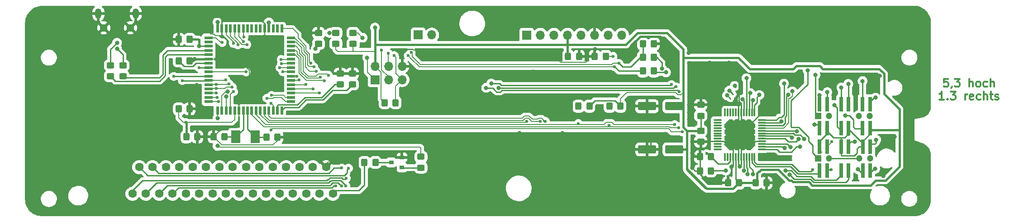
<source format=gtl>
%TF.GenerationSoftware,KiCad,Pcbnew,7.0.2-0*%
%TF.CreationDate,2023-12-20T15:00:36+01:00*%
%TF.ProjectId,A500KBMini,41353030-4b42-44d6-996e-692e6b696361,3*%
%TF.SameCoordinates,Original*%
%TF.FileFunction,Copper,L1,Top*%
%TF.FilePolarity,Positive*%
%FSLAX46Y46*%
G04 Gerber Fmt 4.6, Leading zero omitted, Abs format (unit mm)*
G04 Created by KiCad (PCBNEW 7.0.2-0) date 2023-12-20 15:00:36*
%MOMM*%
%LPD*%
G01*
G04 APERTURE LIST*
G04 Aperture macros list*
%AMRoundRect*
0 Rectangle with rounded corners*
0 $1 Rounding radius*
0 $2 $3 $4 $5 $6 $7 $8 $9 X,Y pos of 4 corners*
0 Add a 4 corners polygon primitive as box body*
4,1,4,$2,$3,$4,$5,$6,$7,$8,$9,$2,$3,0*
0 Add four circle primitives for the rounded corners*
1,1,$1+$1,$2,$3*
1,1,$1+$1,$4,$5*
1,1,$1+$1,$6,$7*
1,1,$1+$1,$8,$9*
0 Add four rect primitives between the rounded corners*
20,1,$1+$1,$2,$3,$4,$5,0*
20,1,$1+$1,$4,$5,$6,$7,0*
20,1,$1+$1,$6,$7,$8,$9,0*
20,1,$1+$1,$8,$9,$2,$3,0*%
G04 Aperture macros list end*
%ADD10C,0.300000*%
%TA.AperFunction,NonConductor*%
%ADD11C,0.300000*%
%TD*%
%TA.AperFunction,SMDPad,CuDef*%
%ADD12R,0.800000X2.750000*%
%TD*%
%TA.AperFunction,ComponentPad*%
%ADD13O,1.200000X1.900000*%
%TD*%
%TA.AperFunction,ComponentPad*%
%ADD14C,1.450000*%
%TD*%
%TA.AperFunction,SMDPad,CuDef*%
%ADD15RoundRect,0.250000X-0.450000X0.325000X-0.450000X-0.325000X0.450000X-0.325000X0.450000X0.325000X0*%
%TD*%
%TA.AperFunction,SMDPad,CuDef*%
%ADD16RoundRect,0.250000X-0.325000X-0.450000X0.325000X-0.450000X0.325000X0.450000X-0.325000X0.450000X0*%
%TD*%
%TA.AperFunction,SMDPad,CuDef*%
%ADD17RoundRect,0.250000X0.325000X0.450000X-0.325000X0.450000X-0.325000X-0.450000X0.325000X-0.450000X0*%
%TD*%
%TA.AperFunction,SMDPad,CuDef*%
%ADD18RoundRect,0.250000X1.412500X0.550000X-1.412500X0.550000X-1.412500X-0.550000X1.412500X-0.550000X0*%
%TD*%
%TA.AperFunction,SMDPad,CuDef*%
%ADD19RoundRect,0.250000X0.450000X-0.325000X0.450000X0.325000X-0.450000X0.325000X-0.450000X-0.325000X0*%
%TD*%
%TA.AperFunction,SMDPad,CuDef*%
%ADD20R,0.900000X0.800000*%
%TD*%
%TA.AperFunction,SMDPad,CuDef*%
%ADD21RoundRect,0.075000X0.075000X0.662500X-0.075000X0.662500X-0.075000X-0.662500X0.075000X-0.662500X0*%
%TD*%
%TA.AperFunction,SMDPad,CuDef*%
%ADD22RoundRect,0.075000X0.662500X0.075000X-0.662500X0.075000X-0.662500X-0.075000X0.662500X-0.075000X0*%
%TD*%
%TA.AperFunction,ComponentPad*%
%ADD23C,0.500000*%
%TD*%
%TA.AperFunction,SMDPad,CuDef*%
%ADD24RoundRect,0.250000X2.250000X2.250000X-2.250000X2.250000X-2.250000X-2.250000X2.250000X-2.250000X0*%
%TD*%
%TA.AperFunction,ComponentPad*%
%ADD25C,1.200000*%
%TD*%
%TA.AperFunction,ComponentPad*%
%ADD26R,1.200000X1.200000*%
%TD*%
%TA.AperFunction,ComponentPad*%
%ADD27O,1.700000X1.700000*%
%TD*%
%TA.AperFunction,ComponentPad*%
%ADD28R,1.700000X1.700000*%
%TD*%
%TA.AperFunction,SMDPad,CuDef*%
%ADD29R,1.700000X2.400000*%
%TD*%
%TA.AperFunction,SMDPad,CuDef*%
%ADD30R,0.550000X1.500000*%
%TD*%
%TA.AperFunction,SMDPad,CuDef*%
%ADD31R,1.500000X0.550000*%
%TD*%
%TA.AperFunction,ComponentPad*%
%ADD32C,1.600000*%
%TD*%
%TA.AperFunction,ViaPad*%
%ADD33C,0.800000*%
%TD*%
%TA.AperFunction,ViaPad*%
%ADD34C,0.600000*%
%TD*%
%TA.AperFunction,ViaPad*%
%ADD35C,1.200000*%
%TD*%
%TA.AperFunction,Conductor*%
%ADD36C,0.250000*%
%TD*%
%TA.AperFunction,Conductor*%
%ADD37C,0.200000*%
%TD*%
%TA.AperFunction,Conductor*%
%ADD38C,0.400000*%
%TD*%
G04 APERTURE END LIST*
D10*
D11*
X475404834Y-236413808D02*
X474690548Y-236413808D01*
X474690548Y-236413808D02*
X474619120Y-237128094D01*
X474619120Y-237128094D02*
X474690548Y-237056665D01*
X474690548Y-237056665D02*
X474833406Y-236985237D01*
X474833406Y-236985237D02*
X475190548Y-236985237D01*
X475190548Y-236985237D02*
X475333406Y-237056665D01*
X475333406Y-237056665D02*
X475404834Y-237128094D01*
X475404834Y-237128094D02*
X475476263Y-237270951D01*
X475476263Y-237270951D02*
X475476263Y-237628094D01*
X475476263Y-237628094D02*
X475404834Y-237770951D01*
X475404834Y-237770951D02*
X475333406Y-237842380D01*
X475333406Y-237842380D02*
X475190548Y-237913808D01*
X475190548Y-237913808D02*
X474833406Y-237913808D01*
X474833406Y-237913808D02*
X474690548Y-237842380D01*
X474690548Y-237842380D02*
X474619120Y-237770951D01*
X476190548Y-237842380D02*
X476190548Y-237913808D01*
X476190548Y-237913808D02*
X476119119Y-238056665D01*
X476119119Y-238056665D02*
X476047691Y-238128094D01*
X476690548Y-236413808D02*
X477619120Y-236413808D01*
X477619120Y-236413808D02*
X477119120Y-236985237D01*
X477119120Y-236985237D02*
X477333405Y-236985237D01*
X477333405Y-236985237D02*
X477476263Y-237056665D01*
X477476263Y-237056665D02*
X477547691Y-237128094D01*
X477547691Y-237128094D02*
X477619120Y-237270951D01*
X477619120Y-237270951D02*
X477619120Y-237628094D01*
X477619120Y-237628094D02*
X477547691Y-237770951D01*
X477547691Y-237770951D02*
X477476263Y-237842380D01*
X477476263Y-237842380D02*
X477333405Y-237913808D01*
X477333405Y-237913808D02*
X476904834Y-237913808D01*
X476904834Y-237913808D02*
X476761977Y-237842380D01*
X476761977Y-237842380D02*
X476690548Y-237770951D01*
X479404833Y-237913808D02*
X479404833Y-236413808D01*
X480047691Y-237913808D02*
X480047691Y-237128094D01*
X480047691Y-237128094D02*
X479976262Y-236985237D01*
X479976262Y-236985237D02*
X479833405Y-236913808D01*
X479833405Y-236913808D02*
X479619119Y-236913808D01*
X479619119Y-236913808D02*
X479476262Y-236985237D01*
X479476262Y-236985237D02*
X479404833Y-237056665D01*
X480976262Y-237913808D02*
X480833405Y-237842380D01*
X480833405Y-237842380D02*
X480761976Y-237770951D01*
X480761976Y-237770951D02*
X480690548Y-237628094D01*
X480690548Y-237628094D02*
X480690548Y-237199522D01*
X480690548Y-237199522D02*
X480761976Y-237056665D01*
X480761976Y-237056665D02*
X480833405Y-236985237D01*
X480833405Y-236985237D02*
X480976262Y-236913808D01*
X480976262Y-236913808D02*
X481190548Y-236913808D01*
X481190548Y-236913808D02*
X481333405Y-236985237D01*
X481333405Y-236985237D02*
X481404834Y-237056665D01*
X481404834Y-237056665D02*
X481476262Y-237199522D01*
X481476262Y-237199522D02*
X481476262Y-237628094D01*
X481476262Y-237628094D02*
X481404834Y-237770951D01*
X481404834Y-237770951D02*
X481333405Y-237842380D01*
X481333405Y-237842380D02*
X481190548Y-237913808D01*
X481190548Y-237913808D02*
X480976262Y-237913808D01*
X482761977Y-237842380D02*
X482619119Y-237913808D01*
X482619119Y-237913808D02*
X482333405Y-237913808D01*
X482333405Y-237913808D02*
X482190548Y-237842380D01*
X482190548Y-237842380D02*
X482119119Y-237770951D01*
X482119119Y-237770951D02*
X482047691Y-237628094D01*
X482047691Y-237628094D02*
X482047691Y-237199522D01*
X482047691Y-237199522D02*
X482119119Y-237056665D01*
X482119119Y-237056665D02*
X482190548Y-236985237D01*
X482190548Y-236985237D02*
X482333405Y-236913808D01*
X482333405Y-236913808D02*
X482619119Y-236913808D01*
X482619119Y-236913808D02*
X482761977Y-236985237D01*
X483404833Y-237913808D02*
X483404833Y-236413808D01*
X484047691Y-237913808D02*
X484047691Y-237128094D01*
X484047691Y-237128094D02*
X483976262Y-236985237D01*
X483976262Y-236985237D02*
X483833405Y-236913808D01*
X483833405Y-236913808D02*
X483619119Y-236913808D01*
X483619119Y-236913808D02*
X483476262Y-236985237D01*
X483476262Y-236985237D02*
X483404833Y-237056665D01*
X474690549Y-240343808D02*
X473833406Y-240343808D01*
X474261977Y-240343808D02*
X474261977Y-238843808D01*
X474261977Y-238843808D02*
X474119120Y-239058094D01*
X474119120Y-239058094D02*
X473976263Y-239200951D01*
X473976263Y-239200951D02*
X473833406Y-239272380D01*
X475333405Y-240200951D02*
X475404834Y-240272380D01*
X475404834Y-240272380D02*
X475333405Y-240343808D01*
X475333405Y-240343808D02*
X475261977Y-240272380D01*
X475261977Y-240272380D02*
X475333405Y-240200951D01*
X475333405Y-240200951D02*
X475333405Y-240343808D01*
X475904834Y-238843808D02*
X476833406Y-238843808D01*
X476833406Y-238843808D02*
X476333406Y-239415237D01*
X476333406Y-239415237D02*
X476547691Y-239415237D01*
X476547691Y-239415237D02*
X476690549Y-239486665D01*
X476690549Y-239486665D02*
X476761977Y-239558094D01*
X476761977Y-239558094D02*
X476833406Y-239700951D01*
X476833406Y-239700951D02*
X476833406Y-240058094D01*
X476833406Y-240058094D02*
X476761977Y-240200951D01*
X476761977Y-240200951D02*
X476690549Y-240272380D01*
X476690549Y-240272380D02*
X476547691Y-240343808D01*
X476547691Y-240343808D02*
X476119120Y-240343808D01*
X476119120Y-240343808D02*
X475976263Y-240272380D01*
X475976263Y-240272380D02*
X475904834Y-240200951D01*
X478619119Y-240343808D02*
X478619119Y-239343808D01*
X478619119Y-239629522D02*
X478690548Y-239486665D01*
X478690548Y-239486665D02*
X478761977Y-239415237D01*
X478761977Y-239415237D02*
X478904834Y-239343808D01*
X478904834Y-239343808D02*
X479047691Y-239343808D01*
X480119119Y-240272380D02*
X479976262Y-240343808D01*
X479976262Y-240343808D02*
X479690548Y-240343808D01*
X479690548Y-240343808D02*
X479547690Y-240272380D01*
X479547690Y-240272380D02*
X479476262Y-240129522D01*
X479476262Y-240129522D02*
X479476262Y-239558094D01*
X479476262Y-239558094D02*
X479547690Y-239415237D01*
X479547690Y-239415237D02*
X479690548Y-239343808D01*
X479690548Y-239343808D02*
X479976262Y-239343808D01*
X479976262Y-239343808D02*
X480119119Y-239415237D01*
X480119119Y-239415237D02*
X480190548Y-239558094D01*
X480190548Y-239558094D02*
X480190548Y-239700951D01*
X480190548Y-239700951D02*
X479476262Y-239843808D01*
X481476262Y-240272380D02*
X481333404Y-240343808D01*
X481333404Y-240343808D02*
X481047690Y-240343808D01*
X481047690Y-240343808D02*
X480904833Y-240272380D01*
X480904833Y-240272380D02*
X480833404Y-240200951D01*
X480833404Y-240200951D02*
X480761976Y-240058094D01*
X480761976Y-240058094D02*
X480761976Y-239629522D01*
X480761976Y-239629522D02*
X480833404Y-239486665D01*
X480833404Y-239486665D02*
X480904833Y-239415237D01*
X480904833Y-239415237D02*
X481047690Y-239343808D01*
X481047690Y-239343808D02*
X481333404Y-239343808D01*
X481333404Y-239343808D02*
X481476262Y-239415237D01*
X482119118Y-240343808D02*
X482119118Y-238843808D01*
X482761976Y-240343808D02*
X482761976Y-239558094D01*
X482761976Y-239558094D02*
X482690547Y-239415237D01*
X482690547Y-239415237D02*
X482547690Y-239343808D01*
X482547690Y-239343808D02*
X482333404Y-239343808D01*
X482333404Y-239343808D02*
X482190547Y-239415237D01*
X482190547Y-239415237D02*
X482119118Y-239486665D01*
X483261976Y-239343808D02*
X483833404Y-239343808D01*
X483476261Y-238843808D02*
X483476261Y-240129522D01*
X483476261Y-240129522D02*
X483547690Y-240272380D01*
X483547690Y-240272380D02*
X483690547Y-240343808D01*
X483690547Y-240343808D02*
X483833404Y-240343808D01*
X484261976Y-240272380D02*
X484404833Y-240343808D01*
X484404833Y-240343808D02*
X484690547Y-240343808D01*
X484690547Y-240343808D02*
X484833404Y-240272380D01*
X484833404Y-240272380D02*
X484904833Y-240129522D01*
X484904833Y-240129522D02*
X484904833Y-240058094D01*
X484904833Y-240058094D02*
X484833404Y-239915237D01*
X484833404Y-239915237D02*
X484690547Y-239843808D01*
X484690547Y-239843808D02*
X484476262Y-239843808D01*
X484476262Y-239843808D02*
X484333404Y-239772380D01*
X484333404Y-239772380D02*
X484261976Y-239629522D01*
X484261976Y-239629522D02*
X484261976Y-239558094D01*
X484261976Y-239558094D02*
X484333404Y-239415237D01*
X484333404Y-239415237D02*
X484476262Y-239343808D01*
X484476262Y-239343808D02*
X484690547Y-239343808D01*
X484690547Y-239343808D02*
X484833404Y-239415237D01*
D12*
%TO.P,D51,2*%
%TO.N,Net-(D51-Pad2)*%
X451383400Y-241187500D03*
%TO.P,D51,3*%
%TO.N,Net-(D51-Pad3)*%
X451383400Y-245687500D03*
%TO.P,D51,4*%
%TO.N,+5V*%
X452783400Y-245687500D03*
%TO.P,D51,1*%
%TO.N,Net-(D51-Pad1)*%
X452783400Y-241187500D03*
%TD*%
D13*
%TO.P,J2,6*%
%TO.N,GND*%
X323450000Y-224150000D03*
X316450000Y-224150000D03*
D14*
X322450000Y-226850000D03*
X317450000Y-226850000D03*
%TD*%
D15*
%TO.P,R16,2*%
%TO.N,+5V*%
X360885740Y-229834440D03*
%TO.P,R16,1*%
%TO.N,/IN_LED4*%
X360885740Y-227784440D03*
%TD*%
%TO.P,R15,2*%
%TO.N,+5V*%
X364111540Y-229857520D03*
%TO.P,R15,1*%
%TO.N,/IN_LED3*%
X364111540Y-227807520D03*
%TD*%
D16*
%TO.P,R14,2*%
%TO.N,+5V*%
X408323000Y-241554000D03*
%TO.P,R14,1*%
%TO.N,/SDA*%
X406273000Y-241554000D03*
%TD*%
%TO.P,R13,2*%
%TO.N,+5V*%
X414147000Y-241554000D03*
%TO.P,R13,1*%
%TO.N,/SCL*%
X412097000Y-241554000D03*
%TD*%
D17*
%TO.P,R12,2*%
%TO.N,/DRVLED*%
X418338000Y-229870000D03*
%TO.P,R12,1*%
%TO.N,GND*%
X420388000Y-229870000D03*
%TD*%
D15*
%TO.P,R11,2*%
%TO.N,/SPARE2*%
X363982000Y-237490000D03*
%TO.P,R11,1*%
%TO.N,GND*%
X363982000Y-235440000D03*
%TD*%
%TO.P,R10,2*%
%TO.N,/SPARE1*%
X361696000Y-237499000D03*
%TO.P,R10,1*%
%TO.N,GND*%
X361696000Y-235449000D03*
%TD*%
D17*
%TO.P,R9,2*%
%TO.N,/DRVLED*%
X418329000Y-232410000D03*
%TO.P,R9,1*%
%TO.N,/FLED*%
X420379000Y-232410000D03*
%TD*%
%TO.P,R8,2*%
%TO.N,/PWRLED*%
X418329000Y-234950000D03*
%TO.P,R8,1*%
%TO.N,/PLED*%
X420379000Y-234950000D03*
%TD*%
D18*
%TO.P,C16,2*%
%TO.N,GND*%
X419100000Y-241550000D03*
%TO.P,C16,1*%
%TO.N,+5V*%
X424175000Y-241550000D03*
%TD*%
%TO.P,C15,2*%
%TO.N,GND*%
X419100000Y-249650000D03*
%TO.P,C15,1*%
%TO.N,+5V*%
X424175000Y-249650000D03*
%TD*%
D16*
%TO.P,R7,2*%
%TO.N,Net-(R7-Pad2)*%
X431050000Y-253700000D03*
%TO.P,R7,1*%
%TO.N,GND*%
X429000000Y-253700000D03*
%TD*%
D17*
%TO.P,R6,2*%
%TO.N,GND*%
X409325000Y-232200000D03*
%TO.P,R6,1*%
%TO.N,/PWRLED*%
X411375000Y-232200000D03*
%TD*%
%TO.P,R5,2*%
%TO.N,+5V*%
X370025000Y-240900000D03*
%TO.P,R5,1*%
%TO.N,/AT90_RESET*%
X372075000Y-240900000D03*
%TD*%
D19*
%TO.P,R4,2*%
%TO.N,/D--*%
X321050000Y-233900000D03*
%TO.P,R4,1*%
%TO.N,/D-*%
X321050000Y-235950000D03*
%TD*%
%TO.P,R3,2*%
%TO.N,/D++*%
X318700000Y-233900000D03*
%TO.P,R3,1*%
%TO.N,/D+*%
X318700000Y-235950000D03*
%TD*%
D16*
%TO.P,R2,2*%
%TO.N,Net-(Q1-Pad3)*%
X368275000Y-252100000D03*
%TO.P,R2,1*%
%TO.N,CAPSLED*%
X366225000Y-252100000D03*
%TD*%
D19*
%TO.P,R1,2*%
%TO.N,CAPS*%
X376800000Y-251050000D03*
%TO.P,R1,1*%
%TO.N,Net-(Q1-Pad1)*%
X376800000Y-253100000D03*
%TD*%
D20*
%TO.P,Q1,3*%
%TO.N,Net-(Q1-Pad3)*%
X371250000Y-252100000D03*
%TO.P,Q1,2*%
%TO.N,GND*%
X373250000Y-251150000D03*
%TO.P,Q1,1*%
%TO.N,Net-(Q1-Pad1)*%
X373250000Y-253050000D03*
%TD*%
D17*
%TO.P,C9,2*%
%TO.N,GND*%
X434250000Y-255950000D03*
%TO.P,C9,1*%
%TO.N,+5V*%
X436300000Y-255950000D03*
%TD*%
%TO.P,C13,2*%
%TO.N,GND*%
X429025000Y-251050000D03*
%TO.P,C13,1*%
%TO.N,/SDB*%
X431075000Y-251050000D03*
%TD*%
D16*
%TO.P,C14,2*%
%TO.N,GND*%
X406375000Y-232200000D03*
%TO.P,C14,1*%
%TO.N,+5V*%
X404325000Y-232200000D03*
%TD*%
D15*
%TO.P,C12,2*%
%TO.N,GND*%
X429150000Y-248200000D03*
%TO.P,C12,1*%
%TO.N,+5V*%
X429150000Y-246150000D03*
%TD*%
D16*
%TO.P,C11,2*%
%TO.N,GND*%
X441450000Y-255950000D03*
%TO.P,C11,1*%
%TO.N,+5V*%
X439400000Y-255950000D03*
%TD*%
D21*
%TO.P,U1,48*%
%TO.N,/F1G*%
X439212500Y-251062500D03*
%TO.P,U1,47*%
%TO.N,/F1R*%
X438712500Y-251062500D03*
%TO.P,U1,46*%
%TO.N,/SCL*%
X438212500Y-251062500D03*
%TO.P,U1,45*%
%TO.N,/SDA*%
X437712500Y-251062500D03*
%TO.P,U1,44*%
%TO.N,Net-(R7-Pad2)*%
X437212500Y-251062500D03*
%TO.P,U1,43*%
%TO.N,GND*%
X436712500Y-251062500D03*
%TO.P,U1,42*%
X436212500Y-251062500D03*
%TO.P,U1,41*%
%TO.N,+5V*%
X435712500Y-251062500D03*
%TO.P,U1,40*%
%TO.N,GND*%
X435212500Y-251062500D03*
%TO.P,U1,39*%
%TO.N,/SDB*%
X434712500Y-251062500D03*
%TO.P,U1,38*%
%TO.N,N/C*%
X434212500Y-251062500D03*
%TO.P,U1,37*%
X433712500Y-251062500D03*
D22*
%TO.P,U1,36*%
X432300000Y-249650000D03*
%TO.P,U1,35*%
X432300000Y-249150000D03*
%TO.P,U1,34*%
X432300000Y-248650000D03*
%TO.P,U1,33*%
%TO.N,GND*%
X432300000Y-248150000D03*
%TO.P,U1,32*%
%TO.N,N/C*%
X432300000Y-247650000D03*
%TO.P,U1,31*%
X432300000Y-247150000D03*
%TO.P,U1,30*%
X432300000Y-246650000D03*
%TO.P,U1,29*%
X432300000Y-246150000D03*
%TO.P,U1,28*%
X432300000Y-245650000D03*
%TO.P,U1,27*%
X432300000Y-245150000D03*
%TO.P,U1,26*%
X432300000Y-244650000D03*
%TO.P,U1,25*%
X432300000Y-244150000D03*
D21*
%TO.P,U1,24*%
X433712500Y-242737500D03*
%TO.P,U1,23*%
X434212500Y-242737500D03*
%TO.P,U1,22*%
X434712500Y-242737500D03*
%TO.P,U1,21*%
X435212500Y-242737500D03*
%TO.P,U1,20*%
X435712500Y-242737500D03*
%TO.P,U1,19*%
%TO.N,GND*%
X436212500Y-242737500D03*
%TO.P,U1,18*%
X436712500Y-242737500D03*
%TO.P,U1,17*%
%TO.N,Net-(D53-Pad3)*%
X437212500Y-242737500D03*
%TO.P,U1,16*%
%TO.N,Net-(D53-Pad2)*%
X437712500Y-242737500D03*
%TO.P,U1,15*%
%TO.N,Net-(D53-Pad1)*%
X438212500Y-242737500D03*
%TO.P,U1,14*%
%TO.N,Net-(D52-Pad3)*%
X438712500Y-242737500D03*
%TO.P,U1,13*%
%TO.N,Net-(D52-Pad2)*%
X439212500Y-242737500D03*
D22*
%TO.P,U1,12*%
%TO.N,Net-(D52-Pad1)*%
X440625000Y-244150000D03*
%TO.P,U1,11*%
%TO.N,Net-(D51-Pad3)*%
X440625000Y-244650000D03*
%TO.P,U1,10*%
%TO.N,Net-(D51-Pad2)*%
X440625000Y-245150000D03*
%TO.P,U1,9*%
%TO.N,Net-(D51-Pad1)*%
X440625000Y-245650000D03*
%TO.P,U1,8*%
%TO.N,/F3B*%
X440625000Y-246150000D03*
%TO.P,U1,7*%
%TO.N,/F3G*%
X440625000Y-246650000D03*
%TO.P,U1,6*%
%TO.N,/F3R*%
X440625000Y-247150000D03*
%TO.P,U1,5*%
%TO.N,/F2B*%
X440625000Y-247650000D03*
%TO.P,U1,4*%
%TO.N,GND*%
X440625000Y-248150000D03*
%TO.P,U1,3*%
%TO.N,/F2G*%
X440625000Y-248650000D03*
%TO.P,U1,2*%
%TO.N,/F2R*%
X440625000Y-249150000D03*
%TO.P,U1,1*%
%TO.N,/F1B*%
X440625000Y-249650000D03*
D23*
%TO.P,U1,49*%
%TO.N,GND*%
X434212500Y-244650000D03*
X435337500Y-244650000D03*
X436462500Y-244650000D03*
X437587500Y-244650000D03*
X438712500Y-244650000D03*
X434212500Y-245775000D03*
X435337500Y-245775000D03*
X436462500Y-245775000D03*
X437587500Y-245775000D03*
X438712500Y-245775000D03*
X434212500Y-246900000D03*
X435337500Y-246900000D03*
X436462500Y-246900000D03*
X437587500Y-246900000D03*
X438712500Y-246900000D03*
X434212500Y-248025000D03*
X435337500Y-248025000D03*
X436462500Y-248025000D03*
X437587500Y-248025000D03*
X438712500Y-248025000D03*
X434212500Y-249150000D03*
X435337500Y-249150000D03*
X436462500Y-249150000D03*
X437587500Y-249150000D03*
X438712500Y-249150000D03*
D24*
X436462500Y-246900000D03*
%TD*%
D17*
%TO.P,C8,2*%
%TO.N,GND*%
X331500000Y-229000000D03*
%TO.P,C8,1*%
%TO.N,+5V*%
X333550000Y-229000000D03*
%TD*%
D19*
%TO.P,C7,2*%
%TO.N,GND*%
X429150000Y-241300000D03*
%TO.P,C7,1*%
%TO.N,+5V*%
X429150000Y-243350000D03*
%TD*%
D16*
%TO.P,C2,2*%
%TO.N,GND*%
X333550000Y-242050000D03*
%TO.P,C2,1*%
%TO.N,+5V*%
X331500000Y-242050000D03*
%TD*%
%TO.P,C1,2*%
%TO.N,GND*%
X334960500Y-247309100D03*
%TO.P,C1,1*%
%TO.N,+5V*%
X332910500Y-247309100D03*
%TD*%
D12*
%TO.P,D53,2*%
%TO.N,Net-(D53-Pad2)*%
X459447200Y-241167200D03*
%TO.P,D53,3*%
%TO.N,Net-(D53-Pad3)*%
X459447200Y-245667200D03*
%TO.P,D53,4*%
%TO.N,+5V*%
X460847200Y-245667200D03*
%TO.P,D53,1*%
%TO.N,Net-(D53-Pad1)*%
X460847200Y-241167200D03*
%TD*%
%TO.P,D52,2*%
%TO.N,Net-(D52-Pad2)*%
X455395900Y-241179900D03*
%TO.P,D52,3*%
%TO.N,Net-(D52-Pad3)*%
X455395900Y-245679900D03*
%TO.P,D52,4*%
%TO.N,+5V*%
X456795900Y-245679900D03*
%TO.P,D52,1*%
%TO.N,Net-(D52-Pad1)*%
X456795900Y-241179900D03*
%TD*%
D25*
%TO.P,D4,4*%
%TO.N,GND*%
X460829400Y-251358400D03*
%TO.P,D4,3*%
%TO.N,Net-(D4-Pad2)*%
X458779400Y-251358400D03*
D26*
%TO.P,D4,1*%
%TO.N,/FLED*%
X451129400Y-251358400D03*
D25*
%TO.P,D4,2*%
%TO.N,Net-(D4-Pad2)*%
X453179400Y-251358400D03*
%TD*%
%TO.P,D3,4*%
%TO.N,GND*%
X460801240Y-243420900D03*
%TO.P,D3,3*%
%TO.N,Net-(D3-Pad2)*%
X458751240Y-243420900D03*
D26*
%TO.P,D3,1*%
%TO.N,/PLED*%
X451101240Y-243420900D03*
D25*
%TO.P,D3,2*%
%TO.N,Net-(D3-Pad2)*%
X453151240Y-243420900D03*
%TD*%
D27*
%TO.P,J5,2*%
%TO.N,/IN_LED4*%
X378838460Y-228178360D03*
D28*
%TO.P,J5,1*%
%TO.N,/IN_LED3*%
X376298460Y-228178360D03*
%TD*%
D29*
%TO.P,Y2,2*%
%TO.N,Net-(C4-Pad2)*%
X342123300Y-247321800D03*
%TO.P,Y2,1*%
%TO.N,Net-(C3-Pad1)*%
X345823300Y-247321800D03*
%TD*%
D12*
%TO.P,D7,2*%
%TO.N,/F3G*%
X460858400Y-253625000D03*
%TO.P,D7,3*%
%TO.N,/F3B*%
X460858400Y-249125000D03*
%TO.P,D7,4*%
%TO.N,+5V*%
X459458400Y-249125000D03*
%TO.P,D7,1*%
%TO.N,/F3R*%
X459458400Y-253625000D03*
%TD*%
%TO.P,D6,2*%
%TO.N,/F2G*%
X456794400Y-253625000D03*
%TO.P,D6,3*%
%TO.N,/F2B*%
X456794400Y-249125000D03*
%TO.P,D6,4*%
%TO.N,+5V*%
X455394400Y-249125000D03*
%TO.P,D6,1*%
%TO.N,/F2R*%
X455394400Y-253625000D03*
%TD*%
%TO.P,D5,2*%
%TO.N,/F1G*%
X452767000Y-253638000D03*
%TO.P,D5,3*%
%TO.N,/F1B*%
X452767000Y-249138000D03*
%TO.P,D5,4*%
%TO.N,+5V*%
X451367000Y-249138000D03*
%TO.P,D5,1*%
%TO.N,/F1R*%
X451367000Y-253638000D03*
%TD*%
D27*
%TO.P,J4,8*%
%TO.N,/DRVLED*%
X414380000Y-228200000D03*
%TO.P,J4,7*%
%TO.N,/PWRLED*%
X411840000Y-228200000D03*
%TO.P,J4,6*%
%TO.N,GND*%
X409300000Y-228200000D03*
%TO.P,J4,5*%
%TO.N,N/C*%
X406760000Y-228200000D03*
%TO.P,J4,4*%
%TO.N,+5V*%
X404220000Y-228200000D03*
%TO.P,J4,3*%
%TO.N,/RST_OUT*%
X401680000Y-228200000D03*
%TO.P,J4,2*%
%TO.N,/KDAT*%
X399140000Y-228200000D03*
D28*
%TO.P,J4,1*%
%TO.N,/KCLK*%
X396600000Y-228200000D03*
%TD*%
D30*
%TO.P,U2,64*%
%TO.N,+5V*%
X338748400Y-227004200D03*
%TO.P,U2,63*%
%TO.N,GND*%
X339548400Y-227004200D03*
%TO.P,U2,62*%
%TO.N,Net-(C6-Pad2)*%
X340348400Y-227004200D03*
%TO.P,U2,61*%
%TO.N,/PWRLED*%
X341148400Y-227004200D03*
%TO.P,U2,60*%
%TO.N,/DRVLED*%
X341948400Y-227004200D03*
%TO.P,U2,59*%
%TO.N,/IN_LED3*%
X342748400Y-227004200D03*
%TO.P,U2,58*%
%TO.N,/IN_LED4*%
X343548400Y-227004200D03*
%TO.P,U2,57*%
%TO.N,N/C*%
X344348400Y-227004200D03*
%TO.P,U2,56*%
X345148400Y-227004200D03*
%TO.P,U2,55*%
X345948400Y-227004200D03*
%TO.P,U2,54*%
X346748400Y-227004200D03*
%TO.P,U2,53*%
%TO.N,GND*%
X347548400Y-227004200D03*
%TO.P,U2,52*%
%TO.N,+5V*%
X348348400Y-227004200D03*
%TO.P,U2,51*%
%TO.N,N/C*%
X349148400Y-227004200D03*
%TO.P,U2,50*%
X349948400Y-227004200D03*
%TO.P,U2,49*%
%TO.N,/X2=7*%
X350748400Y-227004200D03*
D31*
%TO.P,U2,48*%
%TO.N,/X3=5*%
X352448400Y-228704200D03*
%TO.P,U2,47*%
%TO.N,/X4=1*%
X352448400Y-229504200D03*
%TO.P,U2,46*%
%TO.N,/X5=2*%
X352448400Y-230304200D03*
%TO.P,U2,45*%
%TO.N,/X6=3*%
X352448400Y-231104200D03*
%TO.P,U2,44*%
%TO.N,/X7=4*%
X352448400Y-231904200D03*
%TO.P,U2,43*%
%TO.N,/Y10=19*%
X352448400Y-232704200D03*
%TO.P,U2,42*%
%TO.N,/Y7=22*%
X352448400Y-233504200D03*
%TO.P,U2,41*%
%TO.N,/Y6=23*%
X352448400Y-234304200D03*
%TO.P,U2,40*%
%TO.N,/Y5=24*%
X352448400Y-235104200D03*
%TO.P,U2,39*%
%TO.N,/Y4=25*%
X352448400Y-235904200D03*
%TO.P,U2,38*%
%TO.N,/Y3=26*%
X352448400Y-236704200D03*
%TO.P,U2,37*%
%TO.N,/Y2=27*%
X352448400Y-237504200D03*
%TO.P,U2,36*%
%TO.N,/Y1=28*%
X352448400Y-238304200D03*
%TO.P,U2,35*%
%TO.N,/Y0=29*%
X352448400Y-239104200D03*
%TO.P,U2,34*%
%TO.N,/Y9=20*%
X352448400Y-239904200D03*
%TO.P,U2,33*%
%TO.N,/Y8=21*%
X352448400Y-240704200D03*
D30*
%TO.P,U2,32*%
%TO.N,/SPARE2*%
X350748400Y-242404200D03*
%TO.P,U2,31*%
%TO.N,/SPARE1*%
X349948400Y-242404200D03*
%TO.P,U2,30*%
%TO.N,/SDB*%
X349148400Y-242404200D03*
%TO.P,U2,29*%
%TO.N,/RST_OUT*%
X348348400Y-242404200D03*
%TO.P,U2,28*%
%TO.N,/KDAT*%
X347548400Y-242404200D03*
%TO.P,U2,27*%
%TO.N,/KCLK*%
X346748400Y-242404200D03*
%TO.P,U2,26*%
%TO.N,/SDA*%
X345948400Y-242404200D03*
%TO.P,U2,25*%
%TO.N,/SCL*%
X345148400Y-242404200D03*
%TO.P,U2,24*%
%TO.N,Net-(C3-Pad1)*%
X344348400Y-242404200D03*
%TO.P,U2,23*%
%TO.N,Net-(C4-Pad2)*%
X343548400Y-242404200D03*
%TO.P,U2,22*%
%TO.N,GND*%
X342748400Y-242404200D03*
%TO.P,U2,21*%
%TO.N,+5V*%
X341948400Y-242404200D03*
%TO.P,U2,20*%
%TO.N,/AT90_RESET*%
X341148400Y-242404200D03*
%TO.P,U2,19*%
%TO.N,/Y13=16*%
X340348400Y-242404200D03*
%TO.P,U2,18*%
%TO.N,/Y12=17*%
X339548400Y-242404200D03*
%TO.P,U2,17*%
%TO.N,CAPS*%
X338748400Y-242404200D03*
D31*
%TO.P,U2,16*%
%TO.N,/LAMI*%
X337048400Y-240704200D03*
%TO.P,U2,15*%
%TO.N,/LALT*%
X337048400Y-239904200D03*
%TO.P,U2,14*%
%TO.N,/LSHIFT*%
X337048400Y-239104200D03*
%TO.P,U2,13*%
%TO.N,MISO*%
X337048400Y-238304200D03*
%TO.P,U2,12*%
%TO.N,MOSI*%
X337048400Y-237504200D03*
%TO.P,U2,11*%
%TO.N,SCLK*%
X337048400Y-236704200D03*
%TO.P,U2,10*%
%TO.N,/RSHFT*%
X337048400Y-235904200D03*
%TO.P,U2,9*%
%TO.N,/Y11=18*%
X337048400Y-235104200D03*
%TO.P,U2,8*%
%TO.N,+5V*%
X337048400Y-234304200D03*
%TO.P,U2,7*%
%TO.N,Net-(C5-Pad2)*%
X337048400Y-233504200D03*
%TO.P,U2,6*%
%TO.N,GND*%
X337048400Y-232704200D03*
%TO.P,U2,5*%
%TO.N,/D+*%
X337048400Y-231904200D03*
%TO.P,U2,4*%
%TO.N,/D-*%
X337048400Y-231104200D03*
%TO.P,U2,3*%
%TO.N,+5V*%
X337048400Y-230304200D03*
%TO.P,U2,2*%
%TO.N,N/C*%
X337048400Y-229504200D03*
%TO.P,U2,1*%
%TO.N,/Y14=15*%
X337048400Y-228704200D03*
%TD*%
D27*
%TO.P,J3,6*%
%TO.N,GND*%
X373280000Y-234060000D03*
%TO.P,J3,5*%
%TO.N,/AT90_RESET*%
X373280000Y-236600000D03*
%TO.P,J3,4*%
%TO.N,MOSI*%
X370740000Y-234060000D03*
%TO.P,J3,3*%
%TO.N,SCLK*%
X370740000Y-236600000D03*
%TO.P,J3,2*%
%TO.N,+5V*%
X368200000Y-234060000D03*
D28*
%TO.P,J3,1*%
%TO.N,MISO*%
X368200000Y-236600000D03*
%TD*%
D15*
%TO.P,C6,2*%
%TO.N,Net-(C6-Pad2)*%
X357644700Y-229867680D03*
%TO.P,C6,1*%
%TO.N,GND*%
X357644700Y-227817680D03*
%TD*%
D17*
%TO.P,C5,2*%
%TO.N,Net-(C5-Pad2)*%
X331475000Y-233050000D03*
%TO.P,C5,1*%
%TO.N,GND*%
X333525000Y-233050000D03*
%TD*%
D16*
%TO.P,C4,2*%
%TO.N,Net-(C4-Pad2)*%
X340071200Y-247296400D03*
%TO.P,C4,1*%
%TO.N,GND*%
X338021200Y-247296400D03*
%TD*%
%TO.P,C3,2*%
%TO.N,GND*%
X349946500Y-247359900D03*
%TO.P,C3,1*%
%TO.N,Net-(C3-Pad1)*%
X347896500Y-247359900D03*
%TD*%
D32*
%TO.P,J1,31*%
%TO.N,CAPSLED*%
X360326000Y-257984000D03*
%TO.P,J1,30*%
%TO.N,GND*%
X359076000Y-252984000D03*
%TO.P,J1,29*%
%TO.N,/Y0=29*%
X357826000Y-257984000D03*
%TO.P,J1,28*%
%TO.N,/Y1=28*%
X356576000Y-252984000D03*
%TO.P,J1,27*%
%TO.N,/Y2=27*%
X355326000Y-257984000D03*
%TO.P,J1,26*%
%TO.N,/Y3=26*%
X354076000Y-252984000D03*
%TO.P,J1,25*%
%TO.N,/Y4=25*%
X352826000Y-257984000D03*
%TO.P,J1,24*%
%TO.N,/Y5=24*%
X351576000Y-252984000D03*
%TO.P,J1,23*%
%TO.N,/Y6=23*%
X350326000Y-257984000D03*
%TO.P,J1,22*%
%TO.N,/Y7=22*%
X349076000Y-252984000D03*
%TO.P,J1,21*%
%TO.N,/Y8=21*%
X347826000Y-257984000D03*
%TO.P,J1,20*%
%TO.N,/Y9=20*%
X346576000Y-252984000D03*
%TO.P,J1,19*%
%TO.N,/Y10=19*%
X345326000Y-257984000D03*
%TO.P,J1,18*%
%TO.N,/Y11=18*%
X344076000Y-252984000D03*
%TO.P,J1,17*%
%TO.N,/Y12=17*%
X342826000Y-257984000D03*
%TO.P,J1,16*%
%TO.N,/Y13=16*%
X341576000Y-252984000D03*
%TO.P,J1,15*%
%TO.N,/Y14=15*%
X340326000Y-257984000D03*
%TO.P,J1,14*%
%TO.N,/LAMI*%
X339076000Y-252984000D03*
%TO.P,J1,13*%
%TO.N,/LALT*%
X337826000Y-257984000D03*
%TO.P,J1,12*%
%TO.N,/LSHIFT*%
X336576000Y-252984000D03*
%TO.P,J1,11*%
%TO.N,MISO*%
X335326000Y-257984000D03*
%TO.P,J1,10*%
%TO.N,MOSI*%
X334076000Y-252984000D03*
%TO.P,J1,9*%
%TO.N,+5V*%
X332826000Y-257984000D03*
%TO.P,J1,8*%
%TO.N,SCLK*%
X331576000Y-252984000D03*
%TO.P,J1,7*%
%TO.N,/X2=7*%
X330326000Y-257984000D03*
%TO.P,J1,6*%
%TO.N,/RSHFT*%
X329076000Y-252984000D03*
%TO.P,J1,5*%
%TO.N,/X3=5*%
X327826000Y-257984000D03*
%TO.P,J1,4*%
%TO.N,/X7=4*%
X326576000Y-252984000D03*
%TO.P,J1,3*%
%TO.N,/X6=3*%
X325326000Y-257984000D03*
%TO.P,J1,2*%
%TO.N,/X5=2*%
X324076000Y-252984000D03*
%TO.P,J1,1*%
%TO.N,/X4=1*%
X322826000Y-257984000D03*
%TD*%
D33*
%TO.N,*%
X391300000Y-238150000D03*
X434512465Y-238612465D03*
D34*
X424541220Y-237925000D03*
D33*
X389000000Y-238100000D03*
X434075575Y-239524425D03*
D34*
X425100000Y-238775000D03*
D33*
X389950000Y-237300000D03*
X435498200Y-237751800D03*
D34*
X423653514Y-237474990D03*
D33*
%TO.N,GND*%
X384200000Y-260800000D03*
X394250000Y-260550000D03*
X307450000Y-247100000D03*
X440650000Y-251100000D03*
X432000000Y-242500000D03*
X440550000Y-242850000D03*
X436450000Y-241100000D03*
X443300000Y-251150000D03*
X428600000Y-257650000D03*
X443050000Y-257850000D03*
X443050000Y-254500000D03*
X441000000Y-254450000D03*
X430550000Y-249350000D03*
X427550000Y-248250000D03*
X427550000Y-253150000D03*
X431947000Y-255947000D03*
X427550000Y-250324990D03*
X432550000Y-254800000D03*
X430050000Y-255350000D03*
X462650000Y-235850000D03*
X468764620Y-241795300D03*
X458063600Y-238734600D03*
X465462620Y-247296940D03*
X463350000Y-254650000D03*
X442500000Y-242850000D03*
X443400000Y-238250000D03*
X440900000Y-237450000D03*
X426720000Y-226060000D03*
X424500000Y-227500000D03*
X436880000Y-226060000D03*
X424500000Y-236500000D03*
X422500000Y-246750000D03*
X457200000Y-226060000D03*
X467360000Y-226060000D03*
X427000000Y-241300000D03*
X426950000Y-233450000D03*
X426900000Y-231500000D03*
X434450000Y-233400000D03*
X430800000Y-233400000D03*
X432000000Y-241200000D03*
X427000000Y-242700000D03*
X427000000Y-244100000D03*
D35*
X321500000Y-254500000D03*
D34*
X359088000Y-248284500D03*
X359050000Y-250250000D03*
X331495400Y-226334320D03*
X338850000Y-232750000D03*
X334900000Y-242050000D03*
X334900000Y-237500000D03*
X329300000Y-241250000D03*
X325400000Y-245050000D03*
X329500000Y-245050000D03*
X329900000Y-232850000D03*
X342748400Y-239751600D03*
X345450000Y-239700000D03*
X349050000Y-232650000D03*
X342900000Y-234000000D03*
X345350000Y-250300000D03*
X343200000Y-250200000D03*
X335550000Y-249500000D03*
X359029000Y-242570000D03*
D33*
X367019840Y-227657660D03*
X369470940Y-227657660D03*
X395250000Y-242750000D03*
X403250000Y-244000000D03*
X403250000Y-246634000D03*
X395250000Y-246634000D03*
D34*
X322650000Y-232750000D03*
X323250000Y-243250000D03*
D33*
X416560000Y-241300000D03*
X447040000Y-226060000D03*
X363982000Y-233426000D03*
X350266000Y-236855000D03*
X362966000Y-239776000D03*
X407880000Y-232200000D03*
X407924000Y-235204000D03*
X397764000Y-235077000D03*
D34*
X409575000Y-243967000D03*
D33*
X416560000Y-243586000D03*
X421767000Y-243586000D03*
D34*
X381609600Y-230936800D03*
X398170400Y-230936800D03*
X391007600Y-228346000D03*
X416052000Y-231140000D03*
X354777040Y-227538280D03*
X402132800Y-230936800D03*
X355092000Y-224383600D03*
D33*
X317700000Y-231200000D03*
X322650000Y-229700000D03*
X314550000Y-226850000D03*
X328700000Y-237650000D03*
X318200000Y-238000000D03*
X317700000Y-228850000D03*
X327250000Y-234950000D03*
X374500000Y-239050000D03*
X458193140Y-254970280D03*
X464160001Y-248589999D03*
X434950000Y-252850000D03*
X436437500Y-252850000D03*
X469107520Y-249887740D03*
D34*
X340692740Y-230334820D03*
X337553300Y-227779580D03*
D33*
X334436280Y-232704200D03*
X424500000Y-231470240D03*
X409348940Y-230886000D03*
D34*
%TO.N,/Y0=29*%
X357833200Y-239104900D03*
%TO.N,/Y1=28*%
X356588600Y-238317500D03*
%TO.N,/Y2=27*%
X355280500Y-237466600D03*
%TO.N,/Y3=26*%
X354035900Y-236615700D03*
%TO.N,/Y4=25*%
X353616800Y-235929900D03*
%TO.N,/Y5=24*%
X350963000Y-235091700D03*
%TO.N,/Y6=23*%
X350391000Y-234304300D03*
%TO.N,/Y7=22*%
X350697703Y-233565425D03*
%TO.N,/Y8=21*%
X347980000Y-240046299D03*
%TO.N,/Y9=20*%
X348842921Y-239522000D03*
%TO.N,/Y10=19*%
X350644122Y-232767219D03*
%TO.N,/Y11=18*%
X344091800Y-235104400D03*
D33*
%TO.N,/Y12=17*%
X340610320Y-238780819D03*
%TO.N,/Y13=16*%
X340344975Y-239744975D03*
D34*
%TO.N,/Y14=15*%
X339613240Y-229605840D03*
%TO.N,/LAMI*%
X338948400Y-240700000D03*
%TO.N,/LALT*%
X338650000Y-239900000D03*
%TO.N,/LSHIFT*%
X338500000Y-239100000D03*
%TO.N,+5V*%
X332838000Y-244589700D03*
X335250000Y-234300000D03*
D33*
X335250000Y-230300000D03*
X348335600Y-225826320D03*
X368185700Y-226801680D03*
X338729320Y-225775520D03*
D34*
%TO.N,/X2=7*%
X356179641Y-233500000D03*
X360900000Y-256540000D03*
%TO.N,/RSHFT*%
X330524990Y-235950000D03*
%TO.N,/X3=5*%
X361950000Y-256540000D03*
X356779641Y-234173599D03*
%TO.N,/X7=4*%
X362000010Y-253161810D03*
X358750000Y-236750000D03*
%TO.N,/X6=3*%
X362750000Y-256540000D03*
X358000000Y-236100000D03*
%TO.N,/X5=2*%
X363258047Y-253174162D03*
X359493266Y-235756734D03*
%TO.N,/X4=1*%
X362850000Y-255091050D03*
X357179651Y-234970585D03*
D33*
%TO.N,CAPS*%
X338750000Y-243800000D03*
X338742425Y-249007575D03*
D34*
%TO.N,Net-(C6-Pad2)*%
X341688917Y-229766782D03*
D33*
X357083280Y-230791830D03*
D34*
%TO.N,MISO*%
X338500000Y-238250000D03*
X341500000Y-237950000D03*
D33*
X366742485Y-232446705D03*
D34*
%TO.N,MOSI*%
X338500000Y-237450000D03*
X340900000Y-237350000D03*
X370700000Y-231650001D03*
%TO.N,SCLK*%
X332150000Y-236750000D03*
X340300000Y-236600000D03*
X369450000Y-231011998D03*
%TO.N,/PWRLED*%
X342533899Y-230046066D03*
X374400000Y-232050000D03*
X412750000Y-232200000D03*
X413028867Y-234153836D03*
%TO.N,/DRVLED*%
X344243505Y-230000010D03*
X374965687Y-231450000D03*
X413850000Y-233500000D03*
%TO.N,/RST_OUT*%
X400100030Y-244400030D03*
%TO.N,/KDAT*%
X399100000Y-244400030D03*
%TO.N,/KCLK*%
X396600000Y-244400030D03*
D33*
%TO.N,/SDA*%
X437907108Y-254307108D03*
D34*
X424300000Y-245000000D03*
X406273000Y-244792500D03*
X406273000Y-241554000D03*
D33*
%TO.N,/SCL*%
X438916385Y-254300054D03*
D34*
X425050000Y-245600000D03*
X411988000Y-245200050D03*
X411988000Y-241554000D03*
%TO.N,/IN_LED4*%
X343700000Y-228600000D03*
D33*
X359689400Y-227794820D03*
D34*
%TO.N,/IN_LED3*%
X343620397Y-229396032D03*
D33*
X365895850Y-228700020D03*
D34*
%TO.N,/AT90_RESET*%
X341750000Y-238850000D03*
X371800000Y-232050000D03*
D33*
%TO.N,/D++*%
X319940940Y-229654100D03*
%TO.N,/D--*%
X319940940Y-230799640D03*
%TO.N,Net-(D51-Pad2)*%
X451370000Y-239490000D03*
X445531164Y-239416284D03*
%TO.N,Net-(D51-Pad3)*%
X444243460Y-244375940D03*
X450418200Y-245032817D03*
%TO.N,Net-(D51-Pad1)*%
X452831200Y-238912400D03*
X446290000Y-238765000D03*
%TO.N,Net-(D52-Pad2)*%
X455472800Y-238040000D03*
X440112653Y-239437347D03*
%TO.N,Net-(D52-Pad3)*%
X438937500Y-240390021D03*
X454131253Y-241320747D03*
%TO.N,Net-(D52-Pad1)*%
X456768200Y-237363000D03*
X444735000Y-237315000D03*
%TO.N,Net-(D53-Pad2)*%
X459435200Y-236829600D03*
X437700000Y-236300000D03*
%TO.N,Net-(D53-Pad3)*%
X436987500Y-240256736D03*
X456163680Y-243316760D03*
%TO.N,Net-(D53-Pad1)*%
X461848200Y-239945000D03*
X438437500Y-239100000D03*
D34*
%TO.N,/F1G*%
X450067680Y-253425960D03*
X453547480Y-253441200D03*
D33*
%TO.N,/F1B*%
X447688503Y-249179000D03*
D34*
X453634000Y-248250000D03*
D33*
%TO.N,/F2G*%
X445947800Y-249199400D03*
X445757108Y-254375000D03*
%TO.N,/F2B*%
X457999400Y-248200000D03*
X447433000Y-247692000D03*
%TO.N,/F2R*%
X445050000Y-253650000D03*
X444855600Y-249401363D03*
%TO.N,/F3G*%
X461809400Y-253280000D03*
X448500000Y-247700000D03*
%TO.N,/F3B*%
X461975200Y-247853200D03*
X447158906Y-246241999D03*
%TO.N,/F3R*%
X446200000Y-247475000D03*
X458540479Y-253370000D03*
D34*
%TO.N,/SDB*%
X348742000Y-241046000D03*
X348742000Y-246000040D03*
X425704000Y-246380000D03*
X430276000Y-250424990D03*
D33*
%TO.N,Net-(R7-Pad2)*%
X433850000Y-253650000D03*
X437200000Y-253600000D03*
%TO.N,/FLED*%
X449150000Y-234800000D03*
X421894000Y-234487980D03*
%TO.N,/PLED*%
X450608000Y-235645001D03*
X422645820Y-235212980D03*
%TD*%
D36*
%TO.N,*%
X435212500Y-239312500D02*
X434512465Y-238612465D01*
X424541220Y-237925000D02*
X424275000Y-237925000D01*
X391350010Y-238099990D02*
X391300000Y-238150000D01*
X424100010Y-238099990D02*
X391350010Y-238099990D01*
X424275000Y-237925000D02*
X424100010Y-238099990D01*
X434712500Y-240161350D02*
X434075575Y-239524425D01*
X425100000Y-238775000D02*
X424875000Y-238550000D01*
X424875000Y-238550000D02*
X391973002Y-238550000D01*
X391973002Y-238550000D02*
X391648001Y-238875001D01*
X391274999Y-238875001D02*
X390951999Y-238875001D01*
X390951999Y-238875001D02*
X390500000Y-238423002D01*
X391648001Y-238875001D02*
X391274999Y-238875001D01*
X390500000Y-238423002D02*
X390500000Y-238400000D01*
X390200000Y-238100000D02*
X389000000Y-238100000D01*
X390500000Y-238400000D02*
X390200000Y-238100000D01*
X435712500Y-237966100D02*
X435498200Y-237751800D01*
X391523002Y-237300000D02*
X389950000Y-237300000D01*
X391872982Y-237649980D02*
X391523002Y-237300000D01*
X423478524Y-237649980D02*
X391872982Y-237649980D01*
X423653514Y-237474990D02*
X423478524Y-237649980D01*
%TO.N,CAPSLED*%
X366225000Y-252100000D02*
X366225000Y-256375000D01*
X365200000Y-257400000D02*
X360350000Y-257400000D01*
X366225000Y-256375000D02*
X365200000Y-257400000D01*
D37*
%TO.N,GND*%
X358163400Y-247359900D02*
X349946500Y-247359900D01*
X359088000Y-248284500D02*
X359088000Y-248284500D01*
X349946500Y-247359900D02*
X349946500Y-248007600D01*
X339546601Y-248821801D02*
X338021200Y-247296400D01*
X349132299Y-248821801D02*
X339546601Y-248821801D01*
X349946500Y-248007600D02*
X349132299Y-248821801D01*
X338021200Y-247296400D02*
X339735700Y-245581900D01*
X342748400Y-245198100D02*
X342748400Y-242404200D01*
X342364600Y-245581900D02*
X342748400Y-245198100D01*
X339735700Y-245581900D02*
X342364600Y-245581900D01*
X334973200Y-247296400D02*
X334960500Y-247309100D01*
X338021200Y-247296400D02*
X334973200Y-247296400D01*
D36*
X429025000Y-253675000D02*
X429000000Y-253700000D01*
X429025000Y-251050000D02*
X429025000Y-253675000D01*
X435212500Y-251062500D02*
X435212500Y-252137500D01*
X434650000Y-255650000D02*
X434353000Y-255947000D01*
X435187510Y-250487510D02*
X435187510Y-248174990D01*
X435187510Y-248174990D02*
X436462500Y-246900000D01*
X435212500Y-250512500D02*
X435187510Y-250487510D01*
X435212500Y-251062500D02*
X435212500Y-250512500D01*
X436212500Y-247150000D02*
X436462500Y-246900000D01*
X436212500Y-251062500D02*
X436212500Y-247150000D01*
X436712500Y-247150000D02*
X436462500Y-246900000D01*
X436712500Y-251062500D02*
X436712500Y-247150000D01*
X435237490Y-248125010D02*
X436462500Y-246900000D01*
X432450000Y-248150000D02*
X432474990Y-248125010D01*
X432474990Y-248125010D02*
X435237490Y-248125010D01*
X432300000Y-248150000D02*
X432450000Y-248150000D01*
X437712500Y-248150000D02*
X436462500Y-246900000D01*
X440625000Y-248150000D02*
X437712500Y-248150000D01*
X436712500Y-246650000D02*
X436462500Y-246900000D01*
X436712500Y-242737500D02*
X436712500Y-246650000D01*
X436212500Y-246650000D02*
X436462500Y-246900000D01*
X436212500Y-242737500D02*
X436212500Y-246650000D01*
X436712500Y-252575000D02*
X436437500Y-252850000D01*
X436712500Y-251062500D02*
X436712500Y-252575000D01*
X436212500Y-252625000D02*
X436437500Y-252850000D01*
X436212500Y-251062500D02*
X436212500Y-252625000D01*
X436500000Y-246900000D02*
X440550000Y-242850000D01*
X436462500Y-246900000D02*
X436500000Y-246900000D01*
X432300000Y-248150000D02*
X429300000Y-248150000D01*
X429025000Y-248425000D02*
X429025000Y-251050000D01*
X429300000Y-248150000D02*
X429025000Y-248425000D01*
X436212500Y-241112500D02*
X436200000Y-241100000D01*
X436212500Y-242737500D02*
X436212500Y-241112500D01*
X436712500Y-242737500D02*
X436712500Y-241012500D01*
X436625000Y-241100000D02*
X436200000Y-241100000D01*
X436712500Y-241012500D02*
X436625000Y-241100000D01*
X436262499Y-234587501D02*
X436300000Y-234550000D01*
X436262499Y-240604737D02*
X436262499Y-234587501D01*
X436450000Y-240792238D02*
X436262499Y-240604737D01*
X436450000Y-241100000D02*
X436450000Y-240792238D01*
X441450000Y-255950000D02*
X441475000Y-255950000D01*
X440700000Y-251150000D02*
X440650000Y-251100000D01*
X443300000Y-251150000D02*
X440700000Y-251150000D01*
X427600000Y-248200000D02*
X427550000Y-248250000D01*
X429150000Y-248200000D02*
X427600000Y-248200000D01*
X428100000Y-253700000D02*
X427550000Y-253150000D01*
X429000000Y-253700000D02*
X428100000Y-253700000D01*
X431947000Y-255947000D02*
X434353000Y-255947000D01*
X431950000Y-255950000D02*
X431947000Y-255947000D01*
X434250000Y-255950000D02*
X431950000Y-255950000D01*
X428275010Y-251050000D02*
X427550000Y-250324990D01*
X429025000Y-251050000D02*
X428275010Y-251050000D01*
X429000000Y-253700000D02*
X429000000Y-254300000D01*
X429000000Y-254300000D02*
X430050000Y-255350000D01*
X431944000Y-255950000D02*
X431947000Y-255947000D01*
X430650000Y-255950000D02*
X431944000Y-255950000D01*
X434250000Y-255950000D02*
X434250000Y-254700000D01*
X434250000Y-254700000D02*
X434950000Y-254000000D01*
X435212500Y-252687500D02*
X435212500Y-251062500D01*
X434950000Y-252950000D02*
X435212500Y-252687500D01*
X434950000Y-254000000D02*
X434950000Y-252950000D01*
X430050000Y-255350000D02*
X430650000Y-255950000D01*
X432000000Y-242500000D02*
X430700000Y-241200000D01*
X429250000Y-241200000D02*
X429150000Y-241300000D01*
X430700000Y-241200000D02*
X429250000Y-241200000D01*
X359324990Y-252175010D02*
X359100000Y-252400000D01*
X441450000Y-255950000D02*
X441450000Y-254450000D01*
X441450000Y-254450000D02*
X441000000Y-254450000D01*
X443000000Y-254450000D02*
X443050000Y-254500000D01*
X441000000Y-254450000D02*
X443000000Y-254450000D01*
D37*
X359088000Y-248284500D02*
X358163400Y-247359900D01*
X339550000Y-227002600D02*
X339548400Y-227004200D01*
X338804200Y-232704200D02*
X338850000Y-232750000D01*
X337048400Y-232704200D02*
X338804200Y-232704200D01*
X333550000Y-242050000D02*
X334900000Y-242050000D01*
X342748400Y-242404200D02*
X342748400Y-239751600D01*
X344691801Y-236108199D02*
X344691801Y-234816399D01*
X342625402Y-232750000D02*
X338850000Y-232750000D01*
X344691801Y-234816399D02*
X342625402Y-232750000D01*
X342748400Y-238051600D02*
X344691801Y-236108199D01*
X347548400Y-227004200D02*
X347548400Y-230201600D01*
X345000000Y-232750000D02*
X338850000Y-232750000D01*
X347548400Y-230201600D02*
X345000000Y-232750000D01*
X342748400Y-239751600D02*
X342748400Y-238051600D01*
X373225000Y-234005000D02*
X373280000Y-234060000D01*
X406375000Y-232200000D02*
X407880000Y-232200000D01*
D36*
X419750000Y-249650000D02*
X419750000Y-246850000D01*
X419850000Y-246750000D02*
X422500000Y-246750000D01*
X419750000Y-246850000D02*
X419850000Y-246750000D01*
D38*
X416810000Y-241550000D02*
X416560000Y-241300000D01*
X419100000Y-241550000D02*
X416810000Y-241550000D01*
D36*
X363973000Y-235449000D02*
X363982000Y-235440000D01*
X361696000Y-235449000D02*
X363973000Y-235449000D01*
X363982000Y-235440000D02*
X363982000Y-233426000D01*
D37*
X407880000Y-232200000D02*
X409325000Y-232200000D01*
X416560000Y-241300000D02*
X413766000Y-244094000D01*
X409702000Y-244094000D02*
X409575000Y-243967000D01*
X374396000Y-230830000D02*
X373225000Y-232001000D01*
X373225000Y-232001000D02*
X373225000Y-234005000D01*
X381508000Y-231038400D02*
X381609600Y-230936800D01*
X375442089Y-231038400D02*
X381508000Y-231038400D01*
X373176800Y-250291600D02*
X373250000Y-250364800D01*
X365201200Y-250240800D02*
X373176800Y-250240800D01*
X373176800Y-250240800D02*
X373176800Y-250291600D01*
X363956600Y-251485400D02*
X365201200Y-250240800D01*
X373250000Y-250364800D02*
X373250000Y-251150000D01*
X360014600Y-251485400D02*
X363956600Y-251485400D01*
X359100000Y-252400000D02*
X360014600Y-251485400D01*
X340213241Y-231386759D02*
X338850000Y-232750000D01*
D36*
X340692740Y-230334820D02*
X340692740Y-229290880D01*
X339548400Y-228146540D02*
X339548400Y-227004200D01*
D37*
X338354770Y-228304190D02*
X338615669Y-228304190D01*
X338130159Y-228079579D02*
X338354770Y-228304190D01*
X337853299Y-228079579D02*
X338130159Y-228079579D01*
X337553300Y-227779580D02*
X337853299Y-228079579D01*
X338623189Y-228311710D02*
X339713570Y-228311710D01*
X338615669Y-228304190D02*
X338623189Y-228311710D01*
D36*
X339713570Y-228311710D02*
X339548400Y-228146540D01*
X340692740Y-229290880D02*
X339713570Y-228311710D01*
D38*
X338850000Y-232750000D02*
X340672420Y-230927580D01*
X340672420Y-230355140D02*
X340692740Y-230334820D01*
X340672420Y-230927580D02*
X340672420Y-230355140D01*
X333525000Y-233050000D02*
X334090480Y-233050000D01*
X334090480Y-233050000D02*
X334436280Y-232704200D01*
X337048400Y-232704200D02*
X334436280Y-232704200D01*
D36*
X332779201Y-225050519D02*
X331495400Y-226334320D01*
X339548400Y-225235700D02*
X339189060Y-224876360D01*
X339189060Y-224876360D02*
X337251040Y-224876360D01*
X337076881Y-225050519D02*
X332779201Y-225050519D01*
X337251040Y-224876360D02*
X337076881Y-225050519D01*
X339548400Y-227004200D02*
X339548400Y-225235700D01*
X347548400Y-227004200D02*
X347548400Y-226039880D01*
X346744220Y-225235700D02*
X339548400Y-225235700D01*
X347548400Y-226039880D02*
X346744220Y-225235700D01*
X374408385Y-230817615D02*
X374396000Y-230830000D01*
X375221305Y-230817615D02*
X374408385Y-230817615D01*
D37*
X375221305Y-230817615D02*
X375442089Y-231038400D01*
X407880000Y-232200000D02*
X407880000Y-233115876D01*
X407880000Y-233115876D02*
X407642060Y-233353816D01*
X407642060Y-233353816D02*
X402908976Y-233353816D01*
X402132800Y-232577640D02*
X402132800Y-230936800D01*
X402908976Y-233353816D02*
X402132800Y-232577640D01*
D38*
X416052000Y-231140000D02*
X416052000Y-230218550D01*
X416052000Y-230218550D02*
X417805170Y-228465380D01*
X417805170Y-228465380D02*
X421548560Y-228465380D01*
X424500000Y-231416820D02*
X424500000Y-231470240D01*
X421548560Y-228465380D02*
X424500000Y-231416820D01*
X424500000Y-231470240D02*
X424500000Y-236500000D01*
D37*
%TO.N,/Y0=29*%
X352449100Y-239104900D02*
X352448400Y-239104200D01*
X357833200Y-239104900D02*
X352449100Y-239104900D01*
%TO.N,/Y1=28*%
X352461700Y-238317500D02*
X352448400Y-238304200D01*
X356588600Y-238317500D02*
X352461700Y-238317500D01*
%TO.N,/Y2=27*%
X355242900Y-237504200D02*
X355280500Y-237466600D01*
X352448400Y-237504200D02*
X355242900Y-237504200D01*
%TO.N,/Y3=26*%
X353947400Y-236704200D02*
X354035900Y-236615700D01*
X352448400Y-236704200D02*
X353947400Y-236704200D01*
%TO.N,/Y4=25*%
X352474100Y-235929900D02*
X352448400Y-235904200D01*
X353616800Y-235929900D02*
X352474100Y-235929900D01*
%TO.N,/Y5=24*%
X352435900Y-235091700D02*
X352448400Y-235104200D01*
X350963000Y-235091700D02*
X352435900Y-235091700D01*
%TO.N,/Y6=23*%
X350391100Y-234304200D02*
X350391000Y-234304300D01*
X352448400Y-234304200D02*
X350391100Y-234304200D01*
%TO.N,/Y7=22*%
X352387175Y-233565425D02*
X352448400Y-233504200D01*
X350697703Y-233565425D02*
X352387175Y-233565425D01*
%TO.N,/Y8=21*%
X347980000Y-240046299D02*
X348055702Y-240122001D01*
X348055702Y-240122001D02*
X349130922Y-240122001D01*
X349130922Y-240122001D02*
X349330913Y-239922010D01*
X351448200Y-240704200D02*
X352448400Y-240704200D01*
X350774000Y-240030000D02*
X351448200Y-240704200D01*
X350735980Y-240030000D02*
X350627990Y-239922010D01*
X350774000Y-240030000D02*
X350735980Y-240030000D01*
X349330913Y-239922010D02*
X350627990Y-239922010D01*
%TO.N,/Y9=20*%
X351498400Y-239904200D02*
X351116200Y-239522000D01*
X352448400Y-239904200D02*
X351498400Y-239904200D01*
X351116200Y-239522000D02*
X349267762Y-239522000D01*
X349267762Y-239522000D02*
X348842921Y-239522000D01*
%TO.N,/Y10=19*%
X352385381Y-232767219D02*
X352448400Y-232704200D01*
X350644122Y-232767219D02*
X352385381Y-232767219D01*
%TO.N,/Y11=18*%
X337048600Y-235104400D02*
X337048400Y-235104200D01*
X344091800Y-235104400D02*
X337048600Y-235104400D01*
%TO.N,/Y12=17*%
X339548400Y-239551600D02*
X339548400Y-242404200D01*
X340319181Y-238780819D02*
X340610320Y-238780819D01*
X339548400Y-239551600D02*
X340319181Y-238780819D01*
%TO.N,/Y13=16*%
X340344975Y-242400775D02*
X340348400Y-242404200D01*
X340344975Y-239744975D02*
X340344975Y-242400775D01*
%TO.N,/Y14=15*%
X337048400Y-228704200D02*
X338449980Y-228704200D01*
X339351620Y-229605840D02*
X339613240Y-229605840D01*
X338449980Y-228704200D02*
X339351620Y-229605840D01*
%TO.N,/LAMI*%
X337052600Y-240700000D02*
X337048400Y-240704200D01*
X338948400Y-240700000D02*
X337052600Y-240700000D01*
%TO.N,/LALT*%
X337052600Y-239900000D02*
X337048400Y-239904200D01*
X338650000Y-239900000D02*
X337052600Y-239900000D01*
%TO.N,/LSHIFT*%
X337052600Y-239100000D02*
X337048400Y-239104200D01*
X338500000Y-239100000D02*
X337052600Y-239100000D01*
%TO.N,+5V*%
X332838000Y-244589700D02*
X341401000Y-244589700D01*
X341948400Y-244042300D02*
X341948400Y-242404200D01*
X341401000Y-244589700D02*
X341948400Y-244042300D01*
D36*
X455394400Y-248975000D02*
X455394400Y-247500000D01*
X435712500Y-255362500D02*
X436300000Y-255950000D01*
X435712500Y-251062500D02*
X435712500Y-255362500D01*
X426500000Y-253486410D02*
X426500000Y-246150000D01*
X429988600Y-256975010D02*
X426500000Y-253486410D01*
X436300000Y-255950000D02*
X435274990Y-256975010D01*
X429150000Y-246150000D02*
X426500000Y-246150000D01*
X429150000Y-243350000D02*
X429150000Y-246150000D01*
D38*
X430124990Y-256908992D02*
X430124990Y-256975010D01*
D36*
X430124990Y-256975010D02*
X429988600Y-256975010D01*
X435274990Y-256975010D02*
X430124990Y-256975010D01*
D38*
X426550000Y-246150000D02*
X429150000Y-246150000D01*
X435199990Y-257050010D02*
X436300000Y-255950000D01*
X430266008Y-257050010D02*
X429932999Y-256717001D01*
X434649990Y-257050010D02*
X430266008Y-257050010D01*
X429932999Y-256717001D02*
X430124990Y-256908992D01*
X426550000Y-253334002D02*
X429932999Y-256717001D01*
X434649990Y-257050010D02*
X435199990Y-257050010D01*
X436300000Y-255950000D02*
X439400000Y-255950000D01*
X426550000Y-246150000D02*
X425900000Y-245500000D01*
X436250000Y-232450000D02*
X438350000Y-234550000D01*
X425900000Y-232450000D02*
X436250000Y-232450000D01*
X440424981Y-253425020D02*
X440450000Y-253425020D01*
X439716386Y-254133614D02*
X440424981Y-253425020D01*
X439716386Y-255633614D02*
X439716386Y-254133614D01*
X439400000Y-255950000D02*
X439716386Y-255633614D01*
D37*
X332910500Y-245810500D02*
X332910500Y-244662200D01*
X332910500Y-247309100D02*
X332910500Y-245810500D01*
D38*
X332910500Y-244662200D02*
X332838000Y-244589700D01*
X332910500Y-247309100D02*
X332910500Y-244662200D01*
D36*
X335254200Y-234304200D02*
X335250000Y-234300000D01*
X337048400Y-234304200D02*
X335254200Y-234304200D01*
X337044200Y-230300000D02*
X337048400Y-230304200D01*
X335250000Y-230300000D02*
X337044200Y-230300000D01*
D37*
X332838000Y-244589700D02*
X332339700Y-244589700D01*
X331500000Y-243750000D02*
X331500000Y-242050000D01*
X332339700Y-244589700D02*
X331500000Y-243750000D01*
D36*
X404220000Y-231980000D02*
X404200000Y-232000000D01*
D37*
X369350001Y-235210001D02*
X369350001Y-240225001D01*
X369350001Y-240225001D02*
X370025000Y-240900000D01*
X368200000Y-234060000D02*
X369350001Y-235210001D01*
X424825000Y-249650000D02*
X426300000Y-249650000D01*
D38*
X426550000Y-249400000D02*
X426550000Y-253334002D01*
X426550000Y-246150000D02*
X426550000Y-249400000D01*
X426300000Y-249650000D02*
X426550000Y-249400000D01*
X424175000Y-249650000D02*
X426300000Y-249650000D01*
X425700000Y-241550000D02*
X425900000Y-241750000D01*
X424175000Y-241550000D02*
X425700000Y-241550000D01*
X425900000Y-245500000D02*
X425900000Y-241750000D01*
D36*
X409348010Y-240528990D02*
X408323000Y-241554000D01*
X413121990Y-240528990D02*
X409348010Y-240528990D01*
X414147000Y-241554000D02*
X413121990Y-240528990D01*
D38*
X425900000Y-241750000D02*
X425900000Y-239199000D01*
X425900000Y-239199000D02*
X425900000Y-232450000D01*
D37*
X425564002Y-239199000D02*
X425900000Y-239199000D01*
X425388001Y-239375001D02*
X425564002Y-239199000D01*
X424435008Y-238975010D02*
X424834999Y-239375001D01*
X415328990Y-238975010D02*
X424435008Y-238975010D01*
X424834999Y-239375001D02*
X425388001Y-239375001D01*
X414147000Y-240157000D02*
X415328990Y-238975010D01*
X414147000Y-241554000D02*
X414147000Y-240157000D01*
D36*
X459458400Y-248106000D02*
X459458400Y-248675000D01*
X455089201Y-247454901D02*
X454007701Y-247454901D01*
X452783400Y-246230600D02*
X452783400Y-246137500D01*
X454007701Y-247454901D02*
X452783400Y-246230600D01*
X451367000Y-248688000D02*
X451367000Y-249792600D01*
X451367000Y-249792600D02*
X451739000Y-250164600D01*
X456795900Y-246129900D02*
X456795900Y-246998902D01*
D38*
X460914400Y-246050000D02*
X460847200Y-246117200D01*
X462254800Y-246050000D02*
X460914400Y-246050000D01*
X462254800Y-246050000D02*
X461905000Y-246050000D01*
D36*
X455394400Y-248675000D02*
X455394400Y-249557200D01*
X460847200Y-246117200D02*
X460847200Y-246809199D01*
X459458400Y-248089998D02*
X459458400Y-248675000D01*
X460739199Y-246809199D02*
X459458400Y-248089998D01*
X460847200Y-246809199D02*
X460739199Y-246809199D01*
X456070899Y-247454901D02*
X454007701Y-247454901D01*
X456795900Y-246729900D02*
X456070899Y-247454901D01*
X456795900Y-246129900D02*
X456795900Y-246729900D01*
X457002302Y-246129900D02*
X456795900Y-246129900D01*
X459458400Y-248585998D02*
X457002302Y-246129900D01*
X459458400Y-248675000D02*
X459458400Y-248585998D01*
D38*
X447050001Y-233999999D02*
X446500000Y-234550000D01*
X446500000Y-234550000D02*
X438350000Y-234550000D01*
X452000000Y-234550000D02*
X451449999Y-233999999D01*
X462534002Y-234550000D02*
X452000000Y-234550000D01*
X463450001Y-235465999D02*
X462534002Y-234550000D01*
X463450001Y-239248619D02*
X463450001Y-235465999D01*
X465234682Y-241033300D02*
X463450001Y-239248619D01*
X451449999Y-233999999D02*
X447050001Y-233999999D01*
X465234682Y-241041582D02*
X465234682Y-241033300D01*
X466344000Y-245859300D02*
X466153300Y-246050000D01*
X466344000Y-242150900D02*
X466344000Y-245859300D01*
X466153300Y-246050000D02*
X462254800Y-246050000D01*
X466344000Y-242150900D02*
X465234682Y-241041582D01*
X333550000Y-229000000D02*
X335131360Y-229000000D01*
X335131360Y-229000000D02*
X335250000Y-229118640D01*
X335250000Y-230300000D02*
X335250000Y-229118640D01*
X368185700Y-226801680D02*
X368200000Y-226815980D01*
X338748400Y-225794600D02*
X338729320Y-225775520D01*
X338748400Y-227004200D02*
X338748400Y-225794600D01*
X348348400Y-225839120D02*
X348335600Y-225826320D01*
X348348400Y-227004200D02*
X348348400Y-225839120D01*
D37*
X360885740Y-229834440D02*
X360885740Y-230957120D01*
X360885740Y-230957120D02*
X361171820Y-231243200D01*
D38*
X368200000Y-234060000D02*
X368200000Y-231243200D01*
D37*
X364111540Y-231110180D02*
X364244560Y-231243200D01*
X364111540Y-229857520D02*
X364111540Y-231110180D01*
X364244560Y-231243200D02*
X368200000Y-231243200D01*
X361171820Y-231243200D02*
X364244560Y-231243200D01*
D38*
X368200000Y-230003680D02*
X368200000Y-226815980D01*
X368200000Y-231243200D02*
X368200000Y-230003680D01*
D36*
X404220000Y-229940440D02*
X404220000Y-231980000D01*
X404220000Y-228200000D02*
X404220000Y-229940440D01*
D38*
X404156760Y-230003680D02*
X404220000Y-229940440D01*
X404220000Y-232095000D02*
X404325000Y-232200000D01*
X404220000Y-228200000D02*
X404220000Y-232095000D01*
X368200000Y-230003680D02*
X403843160Y-230003680D01*
X403843160Y-230003680D02*
X404156760Y-230003680D01*
X414963940Y-230003680D02*
X403843160Y-230003680D01*
X417322000Y-227807520D02*
X415125840Y-230003680D01*
X425900000Y-232450000D02*
X425900000Y-230899120D01*
X422808400Y-227807520D02*
X417322000Y-227807520D01*
X425900000Y-230899120D02*
X422808400Y-227807520D01*
X415125840Y-230003680D02*
X414963940Y-230003680D01*
X461854122Y-255468120D02*
X463715882Y-255468120D01*
X450049133Y-256388021D02*
X460934221Y-256388021D01*
X463715882Y-255468120D02*
X466344000Y-252840002D01*
X449436122Y-255775010D02*
X450049133Y-256388021D01*
X460934221Y-256388021D02*
X461854122Y-255468120D01*
X446414642Y-255775010D02*
X449436122Y-255775010D01*
X440424981Y-253425020D02*
X443641018Y-253425020D01*
X446101163Y-255461531D02*
X446414642Y-255775010D01*
X466344000Y-252840002D02*
X466344000Y-245859300D01*
X445677529Y-255461531D02*
X446101163Y-255461531D01*
X443641018Y-253425020D02*
X445677529Y-255461531D01*
D36*
X455394400Y-250025000D02*
X455394400Y-249075000D01*
X452783400Y-246687500D02*
X452783400Y-245737500D01*
X451367000Y-248103900D02*
X452783400Y-246687500D01*
X451367000Y-249088000D02*
X451367000Y-248103900D01*
X455394400Y-250750000D02*
X455517660Y-250873260D01*
X455394400Y-249125000D02*
X455394400Y-250750000D01*
X455517660Y-250873260D02*
X457895538Y-250873260D01*
X458436769Y-249496631D02*
X458436769Y-250332029D01*
X458808400Y-249125000D02*
X458436769Y-249496631D01*
X459458400Y-249125000D02*
X458808400Y-249125000D01*
X457895538Y-250873260D02*
X458436769Y-250332029D01*
%TO.N,/X2=7*%
X350752600Y-227000000D02*
X350748400Y-227004200D01*
D37*
X355300028Y-230274431D02*
X355300028Y-231137234D01*
X352804200Y-227004200D02*
X353800000Y-228000000D01*
X353800000Y-228774403D02*
X355300028Y-230274431D01*
X350748400Y-227004200D02*
X352804200Y-227004200D01*
X353800000Y-228000000D02*
X353800000Y-228774403D01*
X355300028Y-231137234D02*
X355979651Y-231816857D01*
X355979651Y-231816857D02*
X355979651Y-233300010D01*
X355979651Y-233300010D02*
X356179641Y-233500000D01*
D36*
X331451001Y-256858999D02*
X359991001Y-256858999D01*
X330326000Y-257984000D02*
X331451001Y-256858999D01*
X360156737Y-256858999D02*
X359991001Y-256858999D01*
X360475736Y-256540000D02*
X360156737Y-256858999D01*
X360900000Y-256540000D02*
X360475736Y-256540000D01*
%TO.N,/RSHFT*%
X337002600Y-235950000D02*
X337048400Y-235904200D01*
X330524990Y-235950000D02*
X337002600Y-235950000D01*
D37*
%TO.N,/X3=5*%
X353164098Y-228704200D02*
X354900020Y-230440121D01*
X352448400Y-228704200D02*
X353164098Y-228704200D01*
X354900020Y-230440121D02*
X354900020Y-231302924D01*
X355498548Y-231901452D02*
X355579641Y-231982546D01*
X354900020Y-231302924D02*
X355498548Y-231901452D01*
X355579641Y-233788002D02*
X355579641Y-233329641D01*
X355891640Y-234100001D02*
X355579641Y-233788002D01*
X356706043Y-234100001D02*
X355891640Y-234100001D01*
X356779641Y-234173599D02*
X356706043Y-234100001D01*
X355579641Y-231982546D02*
X355579641Y-233329641D01*
D36*
X328625999Y-257184001D02*
X327826000Y-257984000D01*
X329401011Y-256408989D02*
X328625999Y-257184001D01*
X359804601Y-256408989D02*
X329401011Y-256408989D01*
X361650001Y-256240001D02*
X361950000Y-256540000D01*
X361324999Y-255914999D02*
X361650001Y-256240001D01*
X360298591Y-255914999D02*
X361324999Y-255914999D01*
X359922795Y-256290795D02*
X360298591Y-255914999D01*
X359922795Y-256290795D02*
X359804601Y-256408989D01*
D37*
%TO.N,/X7=4*%
X353979601Y-235329601D02*
X355350000Y-236700000D01*
X353213402Y-231904200D02*
X353979601Y-232670399D01*
X353979601Y-232670399D02*
X353979601Y-235329601D01*
X352448400Y-231904200D02*
X353213402Y-231904200D01*
X358700000Y-236700000D02*
X358750000Y-236750000D01*
X355350000Y-236700000D02*
X358700000Y-236700000D01*
D36*
X327375999Y-253783999D02*
X326576000Y-252984000D01*
X327706961Y-254114961D02*
X327375999Y-253783999D01*
X359610041Y-254114961D02*
X327706961Y-254114961D01*
X360563192Y-253161810D02*
X359610041Y-254114961D01*
X362000010Y-253161810D02*
X360563192Y-253161810D01*
D37*
%TO.N,/X6=3*%
X352452600Y-231100000D02*
X352448400Y-231104200D01*
X353398400Y-231104200D02*
X352448400Y-231104200D01*
X353700000Y-231800000D02*
X353700000Y-231405800D01*
X354300000Y-232400000D02*
X353700000Y-231800000D01*
X354379611Y-232504710D02*
X354300000Y-232425099D01*
X354300000Y-232425099D02*
X354300000Y-232400000D01*
X354379611Y-235163913D02*
X354379611Y-232504710D01*
X355515688Y-236299990D02*
X354379611Y-235163913D01*
X355865688Y-236299990D02*
X355515688Y-236299990D01*
X355865698Y-236300000D02*
X355865688Y-236299990D01*
X353700000Y-231405800D02*
X353398400Y-231104200D01*
X357315659Y-236300000D02*
X355865698Y-236300000D01*
X357800000Y-236300000D02*
X358000000Y-236100000D01*
X357315659Y-236300000D02*
X357800000Y-236300000D01*
D36*
X359824990Y-255617010D02*
X359483021Y-255958979D01*
X327351021Y-255958979D02*
X325326000Y-257984000D01*
X359483021Y-255958979D02*
X327351021Y-255958979D01*
X362750000Y-256414998D02*
X362750000Y-256540000D01*
X361799993Y-255464991D02*
X362750000Y-256414998D01*
X360112191Y-255464989D02*
X361799993Y-255464991D01*
X359960170Y-255617010D02*
X360112191Y-255464989D01*
X359824990Y-255617010D02*
X359960170Y-255617010D01*
%TO.N,/X5=2*%
X352544200Y-230400000D02*
X352448400Y-230304200D01*
D37*
X352501865Y-230250735D02*
X352448400Y-230304200D01*
X354100000Y-231634302D02*
X354779621Y-232313923D01*
X355699980Y-235899980D02*
X357149980Y-235899980D01*
X352448400Y-230304200D02*
X353398400Y-230304200D01*
X354779621Y-232313923D02*
X354779621Y-234979621D01*
X354100000Y-231005800D02*
X354100000Y-231634302D01*
X353398400Y-230304200D02*
X354100000Y-231005800D01*
X354779621Y-234979621D02*
X355699980Y-235899980D01*
X359236531Y-235499999D02*
X359493266Y-235756734D01*
X357549961Y-235499999D02*
X359236531Y-235499999D01*
X357149980Y-235899980D02*
X357549961Y-235499999D01*
D36*
X325656971Y-254564971D02*
X324076000Y-252984000D01*
X363258047Y-253174162D02*
X362958048Y-253474161D01*
X360127920Y-254552080D02*
X360115028Y-254564971D01*
X360115028Y-254564971D02*
X325656971Y-254564971D01*
X362463968Y-254552080D02*
X360127920Y-254552080D01*
X362958048Y-254058000D02*
X362463968Y-254552080D01*
X362958048Y-253474161D02*
X362958048Y-254058000D01*
D37*
%TO.N,/X4=1*%
X353398400Y-229504200D02*
X354500010Y-230605810D01*
X352448400Y-229504200D02*
X353398400Y-229504200D01*
X354500010Y-230605810D02*
X354500010Y-231468613D01*
X354965698Y-231934302D02*
X355179631Y-232148235D01*
X354500010Y-231468613D02*
X354965698Y-231934302D01*
X355970585Y-234970585D02*
X355179631Y-234179631D01*
X357179651Y-234970585D02*
X355970585Y-234970585D01*
X355179631Y-232148235D02*
X355179631Y-234179631D01*
D36*
X324741031Y-255508969D02*
X359171031Y-255508969D01*
X359171031Y-255508969D02*
X359374981Y-255305019D01*
X322850000Y-257400000D02*
X324741031Y-255508969D01*
X362671050Y-255270000D02*
X362850000Y-255091050D01*
X362241410Y-255270000D02*
X362671050Y-255270000D01*
X361986392Y-255014982D02*
X362241410Y-255270000D01*
X359790611Y-255014980D02*
X361986392Y-255014982D01*
X359500571Y-255305019D02*
X359790611Y-255014980D01*
X359374981Y-255305019D02*
X359500571Y-255305019D01*
%TO.N,Net-(Q1-Pad3)*%
X368275000Y-252100000D02*
X371250000Y-252100000D01*
%TO.N,Net-(Q1-Pad1)*%
X373300000Y-253100000D02*
X373250000Y-253050000D01*
X376800000Y-253100000D02*
X373300000Y-253100000D01*
D37*
%TO.N,CAPS*%
X338748400Y-243798400D02*
X338750000Y-243800000D01*
X338748400Y-242404200D02*
X338748400Y-243798400D01*
X338956661Y-249221811D02*
X376621811Y-249221811D01*
X338742425Y-249007575D02*
X338956661Y-249221811D01*
X376800000Y-249400000D02*
X376800000Y-251050000D01*
X376621811Y-249221811D02*
X376800000Y-249400000D01*
D36*
%TO.N,Net-(C3-Pad1)*%
X344348400Y-245846900D02*
X345823300Y-247321800D01*
X344348400Y-242404200D02*
X344348400Y-245846900D01*
X345861400Y-247359900D02*
X345823300Y-247321800D01*
X347896500Y-247359900D02*
X345861400Y-247359900D01*
%TO.N,Net-(C4-Pad2)*%
X343548400Y-245896700D02*
X342123300Y-247321800D01*
X343548400Y-242404200D02*
X343548400Y-245896700D01*
X342097900Y-247296400D02*
X342123300Y-247321800D01*
X340071200Y-247296400D02*
X342097900Y-247296400D01*
%TO.N,Net-(C5-Pad2)*%
X334088180Y-234075010D02*
X332500010Y-234075010D01*
X332500010Y-234075010D02*
X331475000Y-233050000D01*
X334658990Y-233504200D02*
X334088180Y-234075010D01*
X337048400Y-233504200D02*
X334658990Y-233504200D01*
D37*
%TO.N,Net-(C6-Pad2)*%
X340348400Y-228143434D02*
X340982712Y-228777745D01*
X340348400Y-227004200D02*
X340348400Y-228143434D01*
X341688917Y-229483950D02*
X341688917Y-229766782D01*
X340982712Y-228777745D02*
X341688917Y-229483950D01*
X357644700Y-230230410D02*
X357083280Y-230791830D01*
X357644700Y-229867680D02*
X357644700Y-230230410D01*
%TO.N,MISO*%
X337102600Y-238250000D02*
X337048400Y-238304200D01*
X338500000Y-238250000D02*
X337102600Y-238250000D01*
X340405137Y-237950000D02*
X341500000Y-237950000D01*
X340105137Y-238250000D02*
X340405137Y-237950000D01*
X338500000Y-238250000D02*
X340105137Y-238250000D01*
X366750000Y-235150000D02*
X368200000Y-236600000D01*
X366750000Y-232517280D02*
X366750000Y-235150000D01*
%TO.N,MOSI*%
X337102600Y-237450000D02*
X337048400Y-237504200D01*
X338500000Y-237450000D02*
X337102600Y-237450000D01*
X340800000Y-237450000D02*
X340900000Y-237350000D01*
X338500000Y-237450000D02*
X340800000Y-237450000D01*
X370700000Y-234020000D02*
X370740000Y-234060000D01*
X370700000Y-231650001D02*
X370700000Y-234020000D01*
D36*
%TO.N,SCLK*%
X337002600Y-236750000D02*
X337048400Y-236704200D01*
X332150000Y-236750000D02*
X337002600Y-236750000D01*
D37*
X340195800Y-236704200D02*
X340300000Y-236600000D01*
X337048400Y-236704200D02*
X340195800Y-236704200D01*
X370740000Y-236034301D02*
X370740000Y-236600000D01*
X369450000Y-234744301D02*
X370740000Y-236034301D01*
X369450000Y-231011998D02*
X369450000Y-234744301D01*
%TO.N,/PWRLED*%
X342533899Y-229763234D02*
X342533899Y-230046066D01*
X341148400Y-228377735D02*
X342533899Y-229763234D01*
X341148400Y-227004200D02*
X341148400Y-228377735D01*
X411375000Y-232200000D02*
X412750000Y-232200000D01*
D36*
X413825031Y-234950000D02*
X413028867Y-234153836D01*
X413825031Y-234950000D02*
X418329000Y-234950000D01*
D37*
X376503836Y-234153836D02*
X374951380Y-232601380D01*
X413028867Y-234153836D02*
X376503836Y-234153836D01*
X374400000Y-232050000D02*
X374951380Y-232601380D01*
%TO.N,/DRVLED*%
X343336373Y-230000010D02*
X344243505Y-230000010D01*
X341948400Y-228612037D02*
X343336373Y-230000010D01*
X341948400Y-227004200D02*
X341948400Y-228612037D01*
D36*
X414538000Y-234188000D02*
X413850000Y-233500000D01*
X416052000Y-234188000D02*
X414538000Y-234188000D01*
X417830000Y-232410000D02*
X416052000Y-234188000D01*
X418329000Y-232410000D02*
X417830000Y-232410000D01*
X418329000Y-229879000D02*
X418338000Y-229870000D01*
X418329000Y-232410000D02*
X418329000Y-229879000D01*
D37*
X413850000Y-233500000D02*
X412794701Y-233500000D01*
X412794701Y-233500000D02*
X412540875Y-233753826D01*
X412540875Y-233753826D02*
X376669524Y-233753826D01*
X376669524Y-233753826D02*
X375163080Y-232247382D01*
X375163080Y-231647393D02*
X374965687Y-231450000D01*
X375163080Y-232247382D02*
X375163080Y-231647393D01*
%TO.N,/RST_OUT*%
X348348400Y-243354200D02*
X348794200Y-243800000D01*
X348348400Y-242404200D02*
X348348400Y-243354200D01*
X385100000Y-243800000D02*
X385400000Y-243800000D01*
X348794200Y-243800000D02*
X385100000Y-243800000D01*
X396146310Y-243400019D02*
X395746329Y-243800000D01*
X397053689Y-243400019D02*
X396146310Y-243400019D01*
X397653670Y-244000000D02*
X397053689Y-243400019D01*
X398650000Y-244000000D02*
X397653670Y-244000000D01*
X398849971Y-243800029D02*
X398650000Y-244000000D01*
X399700001Y-244112029D02*
X399388001Y-243800029D01*
X399388001Y-243800029D02*
X398849971Y-243800029D01*
X399700001Y-244350000D02*
X399700001Y-244112029D01*
X395746329Y-243800000D02*
X385100000Y-243800000D01*
X399750031Y-244400030D02*
X399700001Y-244350000D01*
X400100030Y-244400030D02*
X399750031Y-244400030D01*
%TO.N,/KDAT*%
X347548400Y-243354200D02*
X347548400Y-242404200D01*
X395912018Y-244200010D02*
X348394210Y-244200010D01*
X396311999Y-243800029D02*
X395912018Y-244200010D01*
X396888001Y-243800029D02*
X396311999Y-243800029D01*
X348394210Y-244200010D02*
X347548400Y-243354200D01*
X397488002Y-244400030D02*
X397649970Y-244400030D01*
X396888001Y-243800029D02*
X397488002Y-244400030D01*
X399100000Y-244400030D02*
X397649970Y-244400030D01*
%TO.N,/KCLK*%
X348228521Y-244600020D02*
X348462822Y-244600020D01*
X346748400Y-243119899D02*
X348228521Y-244600020D01*
X346748400Y-242404200D02*
X346748400Y-243119899D01*
X348462822Y-244600020D02*
X384550000Y-244600020D01*
X396400010Y-244600020D02*
X396600000Y-244400030D01*
X384550000Y-244600020D02*
X396400010Y-244600020D01*
D36*
%TO.N,/SDA*%
X437925001Y-254289215D02*
X437907108Y-254307108D01*
X437712500Y-253039498D02*
X437925001Y-253251999D01*
X437925001Y-253251999D02*
X437925001Y-254289215D01*
X437712500Y-251062500D02*
X437712500Y-253039498D01*
D37*
X345948400Y-243169202D02*
X347779228Y-245000030D01*
X345948400Y-242404200D02*
X345948400Y-243169202D01*
X347779228Y-245000030D02*
X364100030Y-245000030D01*
X364100030Y-245000030D02*
X405655030Y-245000030D01*
X406065470Y-245000030D02*
X406273000Y-244792500D01*
X405655030Y-245000030D02*
X406065470Y-245000030D01*
X424299970Y-245000030D02*
X424300000Y-245000000D01*
X412894030Y-245000030D02*
X424299970Y-245000030D01*
X412494049Y-244600049D02*
X412894030Y-245000030D01*
X411481951Y-244600049D02*
X412494049Y-244600049D01*
X411081970Y-245000030D02*
X411481951Y-244600049D01*
X405655030Y-245000030D02*
X411081970Y-245000030D01*
D36*
%TO.N,/SCL*%
X438916385Y-253606973D02*
X438916385Y-254300054D01*
X438212500Y-252903088D02*
X438916385Y-253606973D01*
X438212500Y-251062500D02*
X438212500Y-252903088D01*
D37*
X347379238Y-245400040D02*
X347613539Y-245400040D01*
X345148400Y-243169202D02*
X347379238Y-245400040D01*
X345148400Y-242404200D02*
X345148400Y-243169202D01*
X347613539Y-245400040D02*
X363300010Y-245400040D01*
X423300010Y-245400040D02*
X423500000Y-245600030D01*
X425049970Y-245600030D02*
X425050000Y-245600000D01*
X423500000Y-245600030D02*
X425049970Y-245600030D01*
X363300010Y-245400040D02*
X410119040Y-245400040D01*
X411788010Y-245400040D02*
X411988000Y-245200050D01*
X410119040Y-245400040D02*
X411788010Y-245400040D01*
X410119040Y-245400040D02*
X423300010Y-245400040D01*
X411988000Y-241663000D02*
X412097000Y-241554000D01*
%TO.N,/IN_LED4*%
X343548400Y-228448400D02*
X343700000Y-228600000D01*
X343548400Y-227004200D02*
X343548400Y-228448400D01*
X360875360Y-227794820D02*
X360885740Y-227784440D01*
X359689400Y-227794820D02*
X360875360Y-227794820D01*
%TO.N,/IN_LED3*%
X342748400Y-227004200D02*
X342748400Y-228524035D01*
X342748400Y-228524035D02*
X343620397Y-229396032D01*
X365003350Y-227807520D02*
X365895850Y-228700020D01*
X364111540Y-227807520D02*
X365003350Y-227807520D01*
%TO.N,/AT90_RESET*%
X341148400Y-241454200D02*
X341150000Y-241452600D01*
X341148400Y-242404200D02*
X341148400Y-241454200D01*
X341150000Y-241452600D02*
X341150000Y-239300000D01*
X341600000Y-238850000D02*
X341750000Y-238850000D01*
X341150000Y-239300000D02*
X341600000Y-238850000D01*
X372129999Y-235449999D02*
X373280000Y-236600000D01*
X372129999Y-232379999D02*
X372129999Y-235449999D01*
X371800000Y-232050000D02*
X372129999Y-232379999D01*
X372075000Y-237805000D02*
X373280000Y-236600000D01*
X372075000Y-240900000D02*
X372075000Y-237805000D01*
D36*
%TO.N,/D++*%
X318700000Y-233900000D02*
X318700000Y-232900000D01*
X318700000Y-230895040D02*
X319940940Y-229654100D01*
X318700000Y-232900000D02*
X318700000Y-230895040D01*
%TO.N,/D--*%
X321050000Y-233900000D02*
X320600000Y-233450000D01*
X321050000Y-231908700D02*
X319940940Y-230799640D01*
X321050000Y-233900000D02*
X321050000Y-231908700D01*
%TO.N,/D+*%
X337048400Y-231904200D02*
X329395800Y-231904200D01*
X329395800Y-231904200D02*
X328950010Y-232349990D01*
X319600010Y-236850010D02*
X318700000Y-235950000D01*
X328950009Y-235786401D02*
X327886400Y-236850010D01*
X328950009Y-235649991D02*
X328950009Y-235786401D01*
X328950010Y-232349990D02*
X328950009Y-235649991D01*
X327886400Y-236850010D02*
X319600010Y-236850010D01*
%TO.N,/D-*%
X337048400Y-231104200D02*
X329395800Y-231104200D01*
X329395800Y-231104200D02*
X328500000Y-232000000D01*
X327874999Y-236225001D02*
X328500000Y-235600000D01*
X321325001Y-236225001D02*
X327874999Y-236225001D01*
X321050000Y-235950000D02*
X321325001Y-236225001D01*
X328500000Y-232000000D02*
X328500000Y-235600000D01*
%TO.N,Net-(D4-Pad2)*%
X453179400Y-251358400D02*
X458779400Y-251358400D01*
%TO.N,Net-(D51-Pad2)*%
X441200000Y-245150000D02*
X440625000Y-245150000D01*
X441208100Y-245141900D02*
X441200000Y-245150000D01*
X444968461Y-243537949D02*
X444968461Y-244723941D01*
X445185009Y-243321401D02*
X444968461Y-243537949D01*
X445185010Y-239614230D02*
X445185009Y-243321401D01*
X445382956Y-239416284D02*
X445185010Y-239614230D01*
X444550502Y-245141900D02*
X441208100Y-245141900D01*
X444968461Y-244723941D02*
X444550502Y-245141900D01*
X445531164Y-239416284D02*
X445382956Y-239416284D01*
X451370000Y-240724100D02*
X451383400Y-240737500D01*
X451370000Y-239490000D02*
X451370000Y-240724100D01*
%TO.N,Net-(D51-Pad3)*%
X443969400Y-244650000D02*
X444243460Y-244375940D01*
X441754520Y-244650000D02*
X443969400Y-244650000D01*
X441754520Y-244650000D02*
X440625000Y-244650000D01*
X450418200Y-245032817D02*
X451306217Y-245032817D01*
X451383400Y-245110000D02*
X451383400Y-246137500D01*
X451306217Y-245032817D02*
X451383400Y-245110000D01*
D37*
%TO.N,Net-(D51-Pad1)*%
X445610055Y-240116285D02*
X445610020Y-240116320D01*
X445867165Y-240116285D02*
X445610055Y-240116285D01*
X446290000Y-239693450D02*
X445867165Y-240116285D01*
X446290000Y-238765000D02*
X446290000Y-239693450D01*
X445610020Y-243398080D02*
X445610017Y-243497447D01*
X445610020Y-240116320D02*
X445610020Y-243398080D01*
X444643456Y-245650000D02*
X440625000Y-245650000D01*
X445610020Y-244683436D02*
X444643456Y-245650000D01*
X445610020Y-243398080D02*
X445610020Y-244683436D01*
D36*
X452831200Y-240689700D02*
X452783400Y-240737500D01*
X452831200Y-238912400D02*
X452831200Y-240689700D01*
%TO.N,Net-(D52-Pad2)*%
X455459400Y-238040000D02*
X455459400Y-240666400D01*
X439212500Y-242737500D02*
X439212500Y-241337500D01*
X439662501Y-240887499D02*
X439662501Y-240042020D01*
X439212500Y-241337500D02*
X439662501Y-240887499D01*
X439662501Y-239887499D02*
X440112653Y-239437347D01*
X439662501Y-240042020D02*
X439662501Y-239887499D01*
%TO.N,Net-(D52-Pad3)*%
X438712500Y-240615021D02*
X438937500Y-240390021D01*
X438712500Y-242737500D02*
X438712500Y-240615021D01*
X454670899Y-245404899D02*
X455395900Y-246129900D01*
X454131253Y-241320747D02*
X454670899Y-241860393D01*
X454670899Y-241860393D02*
X454670899Y-241974901D01*
X454670899Y-245404899D02*
X454670899Y-241974901D01*
%TO.N,Net-(D52-Pad1)*%
X456795900Y-240729900D02*
X456795900Y-237471500D01*
X444270000Y-243600000D02*
X444735000Y-243135000D01*
X443806200Y-243600000D02*
X444270000Y-243600000D01*
X443264300Y-244141900D02*
X443806200Y-243600000D01*
X440858100Y-244141900D02*
X443264300Y-244141900D01*
X440850000Y-244150000D02*
X440858100Y-244141900D01*
X444735000Y-243135000D02*
X444735000Y-237315000D01*
X440625000Y-244150000D02*
X440850000Y-244150000D01*
%TO.N,Net-(D53-Pad2)*%
X459447200Y-240717200D02*
X459447200Y-236947800D01*
X437712500Y-236312500D02*
X437700000Y-236300000D01*
X437712500Y-242737500D02*
X437712500Y-236312500D01*
%TO.N,Net-(D53-Pad3)*%
X437212500Y-240481736D02*
X436987500Y-240256736D01*
X437212500Y-242737500D02*
X437212500Y-240481736D01*
X456918060Y-243316760D02*
X456163680Y-243316760D01*
X457706730Y-245426230D02*
X457706730Y-244105430D01*
X457997700Y-245717200D02*
X457706730Y-245426230D01*
X457706730Y-244105430D02*
X456918060Y-243316760D01*
X459447200Y-245717200D02*
X457997700Y-245717200D01*
%TO.N,Net-(D53-Pad1)*%
X438212500Y-239325000D02*
X438437500Y-239100000D01*
X438212500Y-242737500D02*
X438212500Y-239325000D01*
X461619400Y-239945000D02*
X460847200Y-240717200D01*
X461848200Y-239945000D02*
X461619400Y-239945000D01*
%TO.N,/F1G*%
X452767000Y-252838000D02*
X452767000Y-254088000D01*
X452691999Y-252762999D02*
X452767000Y-252838000D01*
X447522800Y-253794870D02*
X449730470Y-253794870D01*
X439650001Y-252450001D02*
X446177931Y-252450001D01*
X439212500Y-252012500D02*
X439650001Y-252450001D01*
X446177931Y-252450001D02*
X447522800Y-253794870D01*
X439212500Y-251062500D02*
X439212500Y-252012500D01*
X449730470Y-253763170D02*
X450067680Y-253425960D01*
X449730470Y-253794870D02*
X449730470Y-253763170D01*
X453013800Y-253441200D02*
X452767000Y-253688000D01*
X453547480Y-253441200D02*
X453013800Y-253441200D01*
%TO.N,/F1B*%
X447688503Y-249252001D02*
X447688503Y-249179000D01*
X443100000Y-249650000D02*
X443256200Y-249650000D01*
D37*
X453196000Y-248688000D02*
X453634000Y-248250000D01*
X452767000Y-248688000D02*
X453196000Y-248688000D01*
D36*
X442639200Y-249650000D02*
X443401200Y-249650000D01*
X440625000Y-249650000D02*
X442639200Y-249650000D01*
X442639200Y-249650000D02*
X443100000Y-249650000D01*
X443877564Y-250126364D02*
X443401200Y-249650000D01*
X446093838Y-250126364D02*
X443877564Y-250126364D01*
X447041202Y-249179000D02*
X446093838Y-250126364D01*
X447688503Y-249179000D02*
X447041202Y-249179000D01*
%TO.N,/F1R*%
X438712500Y-252148910D02*
X438712500Y-251062500D01*
X445991531Y-252900011D02*
X439463600Y-252900010D01*
X447336400Y-254244880D02*
X445991531Y-252900011D01*
X439463600Y-252900010D02*
X438712500Y-252148910D01*
X451210120Y-254244880D02*
X451367000Y-254088000D01*
X447336400Y-254244880D02*
X451210120Y-254244880D01*
%TO.N,/F2G*%
X445757108Y-254375000D02*
X446632108Y-255250000D01*
X440625000Y-248650000D02*
X443400000Y-248650000D01*
X443400000Y-248650000D02*
X443400010Y-248650010D01*
X443272410Y-248650010D02*
X443400010Y-248650010D01*
X445398400Y-248650000D02*
X440625000Y-248650000D01*
X445947800Y-249199400D02*
X445398400Y-248650000D01*
X456794400Y-255325000D02*
X456256389Y-255863011D01*
X456794400Y-254075000D02*
X456794400Y-255325000D01*
X456256389Y-255863011D02*
X455209989Y-255863011D01*
X449653588Y-255250000D02*
X450266599Y-255863011D01*
X448248720Y-255250000D02*
X449653588Y-255250000D01*
X450587031Y-255863011D02*
X455209989Y-255863011D01*
X446632108Y-255250000D02*
X448248720Y-255250000D01*
X450266599Y-255863011D02*
X450587031Y-255863011D01*
%TO.N,/F2B*%
X446925000Y-248200000D02*
X447433000Y-247692000D01*
X445501200Y-248200000D02*
X446925000Y-248200000D01*
X444951200Y-247650000D02*
X445501200Y-248200000D01*
X440625000Y-247650000D02*
X444951200Y-247650000D01*
X457269400Y-248200000D02*
X456794400Y-248675000D01*
X457999400Y-248200000D02*
X457269400Y-248200000D01*
%TO.N,/F2R*%
X444855600Y-249401363D02*
X444855600Y-249354600D01*
X444855600Y-249354600D02*
X444651000Y-249150000D01*
X440625000Y-249150000D02*
X444651000Y-249150000D01*
X455394400Y-254491402D02*
X455394400Y-254075000D01*
X445050000Y-253650000D02*
X446105109Y-253649999D01*
X450452999Y-255413001D02*
X454472801Y-255413001D01*
X447150000Y-254694890D02*
X449734888Y-254694890D01*
X446105109Y-253649999D02*
X447150000Y-254694890D01*
X454472801Y-255413001D02*
X455394400Y-254491402D01*
X449734888Y-254694890D02*
X450452999Y-255413001D01*
%TO.N,/F3G*%
X448500000Y-247685998D02*
X448500000Y-247700000D01*
X447781001Y-246966999D02*
X448500000Y-247685998D01*
X446754882Y-246966999D02*
X447781001Y-246966999D01*
X446439902Y-246641900D02*
X446759941Y-246961939D01*
X446431802Y-246650000D02*
X446439902Y-246641900D01*
X440625000Y-246650000D02*
X446431802Y-246650000D01*
X461653400Y-253280000D02*
X460858400Y-254075000D01*
X461809400Y-253280000D02*
X461653400Y-253280000D01*
%TO.N,/F3B*%
X447058807Y-246141900D02*
X447158906Y-246241999D01*
X440958100Y-246141900D02*
X447058807Y-246141900D01*
X440950000Y-246150000D02*
X440958100Y-246141900D01*
X440625000Y-246150000D02*
X440950000Y-246150000D01*
X461975200Y-247853200D02*
X461975200Y-248437400D01*
X461737600Y-248675000D02*
X460858400Y-248675000D01*
X461975200Y-248437400D02*
X461737600Y-248675000D01*
%TO.N,/F3R*%
X445866900Y-247141900D02*
X446200000Y-247475000D01*
X445875000Y-247150000D02*
X446200000Y-247475000D01*
X440625000Y-247150000D02*
X445875000Y-247150000D01*
X459245479Y-254075000D02*
X458540479Y-253370000D01*
X459458400Y-254075000D02*
X459245479Y-254075000D01*
%TO.N,/SDB*%
X432425000Y-252400000D02*
X431075000Y-251050000D01*
X434178202Y-252400000D02*
X434150000Y-252400000D01*
X434712500Y-251865702D02*
X434178202Y-252400000D01*
X434150000Y-252400000D02*
X432425000Y-252400000D01*
X434712500Y-251062500D02*
X434712500Y-251865702D01*
D37*
X349148400Y-241452400D02*
X348742000Y-241046000D01*
X349148400Y-242404200D02*
X349148400Y-241452400D01*
X348742000Y-245872000D02*
X348813950Y-245800050D01*
X348742000Y-246000040D02*
X348742000Y-245872000D01*
X348813950Y-245800050D02*
X363134321Y-245800050D01*
X363134321Y-245800050D02*
X393882050Y-245800050D01*
X423714271Y-246380000D02*
X425704000Y-246380000D01*
X423134321Y-245800050D02*
X423714271Y-246380000D01*
X393882050Y-245800050D02*
X423134321Y-245800050D01*
X430449990Y-250424990D02*
X431075000Y-251050000D01*
X430276000Y-250424990D02*
X430449990Y-250424990D01*
D36*
%TO.N,Net-(R7-Pad2)*%
X433777000Y-253723000D02*
X433850000Y-253650000D01*
X431100000Y-253650000D02*
X431050000Y-253700000D01*
X433850000Y-253650000D02*
X431100000Y-253650000D01*
X437212500Y-253587500D02*
X437200000Y-253600000D01*
X437212500Y-251062500D02*
X437212500Y-253587500D01*
%TO.N,/SPARE1*%
X349948400Y-241404200D02*
X350048399Y-241304201D01*
X349948400Y-242404200D02*
X349948400Y-241404200D01*
X361696000Y-237499000D02*
X360671000Y-237499000D01*
X360671000Y-237499000D02*
X358267000Y-239903000D01*
X355092000Y-239903000D02*
X353690799Y-241304201D01*
X358267000Y-239903000D02*
X355092000Y-239903000D01*
X350048399Y-241304201D02*
X353690799Y-241304201D01*
%TO.N,/SPARE2*%
X351335789Y-241754211D02*
X350748400Y-242341600D01*
X353877199Y-241754211D02*
X351335789Y-241754211D01*
X355278400Y-240353010D02*
X353877199Y-241754211D01*
X350748400Y-242341600D02*
X350748400Y-242404200D01*
X358453400Y-240353010D02*
X355278400Y-240353010D01*
X360236205Y-238570205D02*
X358453400Y-240353010D01*
X362901795Y-238570205D02*
X360236205Y-238570205D01*
X363982000Y-237490000D02*
X362901795Y-238570205D01*
%TO.N,/FLED*%
X420379000Y-232410000D02*
X420954000Y-232410000D01*
X421894000Y-233350000D02*
X421855800Y-233311800D01*
X421894000Y-234487980D02*
X421894000Y-233350000D01*
X420954000Y-232410000D02*
X421855800Y-233311800D01*
X450065900Y-248865900D02*
X450065900Y-250294900D01*
X450540120Y-250769120D02*
X451129400Y-251358400D01*
X449338000Y-247348090D02*
X449338000Y-248138000D01*
X449150000Y-237434504D02*
X446043211Y-240541293D01*
X446043211Y-245436551D02*
X446123658Y-245516998D01*
X450065900Y-250294900D02*
X450540120Y-250769120D01*
X449338000Y-248138000D02*
X450065900Y-248865900D01*
X447506906Y-245516998D02*
X449338000Y-247348090D01*
X446043211Y-240541293D02*
X446043211Y-245436551D01*
X446123658Y-245516998D02*
X447506906Y-245516998D01*
X449150000Y-234800000D02*
X449150000Y-237434504D01*
%TO.N,/PLED*%
X420379000Y-234950000D02*
X420569000Y-234950000D01*
X420641980Y-235212980D02*
X420379000Y-234950000D01*
X422645820Y-235212980D02*
X420641980Y-235212980D01*
X450608000Y-242861400D02*
X451104000Y-243357400D01*
X450608000Y-241770600D02*
X450608000Y-242861400D01*
X450608000Y-241770600D02*
X450608000Y-235645001D01*
%TD*%
%TA.AperFunction,Conductor*%
%TO.N,GND*%
G36*
X358970465Y-228367179D02*
G01*
X359007852Y-228395616D01*
X359057098Y-228450309D01*
X359078147Y-228473686D01*
X359232648Y-228585938D01*
X359407112Y-228663614D01*
X359593913Y-228703320D01*
X359593915Y-228703320D01*
X359784888Y-228703320D01*
X359817089Y-228696475D01*
X359856836Y-228688026D01*
X359927626Y-228693427D01*
X359984259Y-228736243D01*
X360008754Y-228802880D01*
X359993334Y-228872181D01*
X359972130Y-228900367D01*
X359836710Y-229035786D01*
X359769956Y-229144013D01*
X359743625Y-229186702D01*
X359687853Y-229355014D01*
X359687852Y-229355018D01*
X359677566Y-229455693D01*
X359677565Y-229455710D01*
X359677240Y-229458895D01*
X359677240Y-229462099D01*
X359677240Y-229462100D01*
X359677240Y-230206778D01*
X359677240Y-230206797D01*
X359677241Y-230209984D01*
X359677565Y-230213161D01*
X359677566Y-230213169D01*
X359687062Y-230306121D01*
X359687853Y-230313866D01*
X359743625Y-230482178D01*
X359835537Y-230631190D01*
X359836712Y-230633095D01*
X359962084Y-230758467D01*
X359962086Y-230758468D01*
X359962088Y-230758470D01*
X360113002Y-230851555D01*
X360189731Y-230876980D01*
X360248102Y-230917393D01*
X360275020Y-230980136D01*
X360277240Y-230996999D01*
X360277240Y-230997005D01*
X360277241Y-230997012D01*
X360282193Y-231034625D01*
X360292901Y-231115970D01*
X360354215Y-231263995D01*
X360363691Y-231276344D01*
X360427263Y-231359192D01*
X360427265Y-231359194D01*
X360430828Y-231363838D01*
X360430830Y-231363841D01*
X360451750Y-231391104D01*
X360451751Y-231391105D01*
X360451753Y-231391107D01*
X360477119Y-231410571D01*
X360489509Y-231421438D01*
X360707501Y-231639430D01*
X360718367Y-231651819D01*
X360737833Y-231677187D01*
X360769745Y-231701674D01*
X360769757Y-231701684D01*
X360864944Y-231774724D01*
X360918287Y-231796819D01*
X361012970Y-231836038D01*
X361131935Y-231851700D01*
X361131942Y-231851700D01*
X361171820Y-231856950D01*
X361203512Y-231852777D01*
X361219956Y-231851700D01*
X364196416Y-231851700D01*
X364212862Y-231852778D01*
X364244560Y-231856951D01*
X364276258Y-231852777D01*
X364292704Y-231851700D01*
X365818728Y-231851700D01*
X365886849Y-231871702D01*
X365933342Y-231925358D01*
X365943446Y-231995632D01*
X365927847Y-232040700D01*
X365907957Y-232075149D01*
X365848943Y-232256775D01*
X365828981Y-232446705D01*
X365848943Y-232636634D01*
X365907957Y-232818261D01*
X366003443Y-232983647D01*
X366018116Y-232999943D01*
X366109135Y-233101030D01*
X366139852Y-233165037D01*
X366141499Y-233185340D01*
X366141499Y-235101863D01*
X366140422Y-235118306D01*
X366136250Y-235150000D01*
X366141500Y-235189879D01*
X366141500Y-235189885D01*
X366153030Y-235277461D01*
X366157161Y-235308850D01*
X366218475Y-235456875D01*
X366219961Y-235458811D01*
X366291523Y-235552072D01*
X366291525Y-235552074D01*
X366293388Y-235554502D01*
X366293390Y-235554506D01*
X366316010Y-235583984D01*
X366316011Y-235583985D01*
X366316013Y-235583987D01*
X366335555Y-235598982D01*
X366341379Y-235603451D01*
X366353769Y-235614318D01*
X366804595Y-236065144D01*
X366838621Y-236127456D01*
X366841500Y-236154239D01*
X366841500Y-237498638D01*
X366848011Y-237559201D01*
X366849658Y-237563616D01*
X366899111Y-237696205D01*
X366986738Y-237813261D01*
X367103794Y-237900888D01*
X367103795Y-237900888D01*
X367103796Y-237900889D01*
X367240799Y-237951989D01*
X367301362Y-237958500D01*
X368615501Y-237958500D01*
X368683622Y-237978502D01*
X368730115Y-238032158D01*
X368741501Y-238084500D01*
X368741501Y-240176864D01*
X368740423Y-240193309D01*
X368736250Y-240225000D01*
X368741501Y-240264880D01*
X368741501Y-240264886D01*
X368753308Y-240354567D01*
X368757162Y-240383851D01*
X368818476Y-240531876D01*
X368818477Y-240531877D01*
X368891524Y-240627073D01*
X368891526Y-240627075D01*
X368895089Y-240631719D01*
X368895091Y-240631722D01*
X368915461Y-240658268D01*
X368941063Y-240724487D01*
X368941500Y-240734973D01*
X368941500Y-241397338D01*
X368941500Y-241397357D01*
X368941501Y-241400544D01*
X368941825Y-241403721D01*
X368941826Y-241403729D01*
X368951281Y-241496284D01*
X368952113Y-241504426D01*
X369007885Y-241672738D01*
X369100970Y-241823652D01*
X369100972Y-241823655D01*
X369226344Y-241949027D01*
X369226346Y-241949028D01*
X369226348Y-241949030D01*
X369377262Y-242042115D01*
X369545574Y-242097887D01*
X369621637Y-242105658D01*
X369646253Y-242108173D01*
X369646255Y-242108173D01*
X369649455Y-242108500D01*
X370400544Y-242108499D01*
X370504426Y-242097887D01*
X370672738Y-242042115D01*
X370823652Y-241949030D01*
X370889574Y-241883108D01*
X370959444Y-241813239D01*
X370962379Y-241816174D01*
X370995502Y-241786360D01*
X371065572Y-241774931D01*
X371130699Y-241803199D01*
X371139938Y-241813856D01*
X371140556Y-241813239D01*
X371276344Y-241949027D01*
X371276346Y-241949028D01*
X371276348Y-241949030D01*
X371427262Y-242042115D01*
X371595574Y-242097887D01*
X371671637Y-242105658D01*
X371696253Y-242108173D01*
X371696255Y-242108173D01*
X371699455Y-242108500D01*
X372450544Y-242108499D01*
X372554426Y-242097887D01*
X372722738Y-242042115D01*
X372873652Y-241949030D01*
X372999030Y-241823652D01*
X373092115Y-241672738D01*
X373147887Y-241504426D01*
X373158500Y-241400545D01*
X373158499Y-240399456D01*
X373147887Y-240295574D01*
X373092115Y-240127262D01*
X372999030Y-239976348D01*
X372999028Y-239976346D01*
X372999027Y-239976344D01*
X372873655Y-239850972D01*
X372872280Y-239850124D01*
X372743351Y-239770599D01*
X372695875Y-239717815D01*
X372683500Y-239663360D01*
X372683500Y-238109239D01*
X372703502Y-238041118D01*
X372720400Y-238020148D01*
X372795757Y-237944790D01*
X372858067Y-237910767D01*
X372925764Y-237914714D01*
X372945365Y-237921444D01*
X373167431Y-237958500D01*
X373167434Y-237958500D01*
X373392566Y-237958500D01*
X373392569Y-237958500D01*
X373614635Y-237921444D01*
X373827574Y-237848342D01*
X374025576Y-237741189D01*
X374203240Y-237602906D01*
X374355722Y-237437268D01*
X374478860Y-237248791D01*
X374569296Y-237042616D01*
X374624564Y-236824368D01*
X374643156Y-236600000D01*
X374624564Y-236375632D01*
X374569296Y-236157384D01*
X374478860Y-235951209D01*
X374355722Y-235762732D01*
X374203240Y-235597094D01*
X374203239Y-235597093D01*
X374203237Y-235597091D01*
X374077998Y-235499613D01*
X374025576Y-235458811D01*
X373991792Y-235440528D01*
X373941402Y-235390516D01*
X373926050Y-235321199D01*
X373950611Y-235254586D01*
X373991793Y-235218901D01*
X374025300Y-235200768D01*
X374202903Y-235062533D01*
X374355321Y-234896962D01*
X374478419Y-234708548D01*
X374568822Y-234502451D01*
X374616544Y-234314000D01*
X373711116Y-234314000D01*
X373739493Y-234269844D01*
X373780000Y-234131889D01*
X373780000Y-233988111D01*
X373739493Y-233850156D01*
X373711116Y-233806000D01*
X374616544Y-233806000D01*
X374616544Y-233805999D01*
X374568822Y-233617548D01*
X374478419Y-233411451D01*
X374355321Y-233223037D01*
X374344446Y-233211223D01*
X374313025Y-233147558D01*
X374321012Y-233077012D01*
X374365871Y-233021983D01*
X374433360Y-232999943D01*
X374502051Y-233017889D01*
X374526242Y-233036791D01*
X376039517Y-234550066D01*
X376050383Y-234562455D01*
X376069849Y-234587823D01*
X376101761Y-234612310D01*
X376101764Y-234612313D01*
X376101782Y-234612326D01*
X376101787Y-234612331D01*
X376151735Y-234650657D01*
X376155404Y-234653472D01*
X376196961Y-234685360D01*
X376344986Y-234746674D01*
X376463951Y-234762336D01*
X376463958Y-234762336D01*
X376503836Y-234767586D01*
X376535528Y-234763413D01*
X376551972Y-234762336D01*
X412441784Y-234762336D01*
X412509905Y-234782338D01*
X412511423Y-234783561D01*
X412521585Y-234789946D01*
X412521586Y-234789947D01*
X412593381Y-234835059D01*
X412675852Y-234886879D01*
X412821090Y-234937700D01*
X412847820Y-234947053D01*
X412892317Y-234952066D01*
X412957769Y-234979570D01*
X412967304Y-234988178D01*
X413317785Y-235338658D01*
X413330862Y-235354981D01*
X413333030Y-235357017D01*
X413333031Y-235357018D01*
X413351648Y-235374500D01*
X413382682Y-235403643D01*
X413385524Y-235406398D01*
X413405261Y-235426135D01*
X413408391Y-235428563D01*
X413408463Y-235428619D01*
X413417473Y-235436314D01*
X413449710Y-235466586D01*
X413463666Y-235474258D01*
X413467457Y-235476342D01*
X413483981Y-235487196D01*
X413499990Y-235499614D01*
X413540573Y-235517175D01*
X413551224Y-235522393D01*
X413589971Y-235543695D01*
X413609591Y-235548732D01*
X413628298Y-235555137D01*
X413634911Y-235557998D01*
X413646885Y-235563181D01*
X413657536Y-235564867D01*
X413690561Y-235570098D01*
X413702156Y-235572498D01*
X413745001Y-235583500D01*
X413765255Y-235583500D01*
X413784965Y-235585051D01*
X413804973Y-235588220D01*
X413804973Y-235588219D01*
X413804974Y-235588220D01*
X413848992Y-235584058D01*
X413860850Y-235583500D01*
X417174761Y-235583500D01*
X417242882Y-235603502D01*
X417289375Y-235657158D01*
X417294365Y-235669867D01*
X417311883Y-235722734D01*
X417311884Y-235722736D01*
X417311885Y-235722738D01*
X417402022Y-235868872D01*
X417404972Y-235873655D01*
X417530344Y-235999027D01*
X417530346Y-235999028D01*
X417530348Y-235999030D01*
X417681262Y-236092115D01*
X417849574Y-236147887D01*
X417925637Y-236155658D01*
X417950253Y-236158173D01*
X417950255Y-236158173D01*
X417953455Y-236158500D01*
X418704544Y-236158499D01*
X418808426Y-236147887D01*
X418976738Y-236092115D01*
X419127652Y-235999030D01*
X419188901Y-235937781D01*
X419263444Y-235863239D01*
X419266377Y-235866172D01*
X419299537Y-235836344D01*
X419369612Y-235824936D01*
X419434729Y-235853224D01*
X419443940Y-235863854D01*
X419444556Y-235863239D01*
X419580344Y-235999027D01*
X419580346Y-235999028D01*
X419580348Y-235999030D01*
X419731262Y-236092115D01*
X419899574Y-236147887D01*
X419975637Y-236155658D01*
X420000253Y-236158173D01*
X420000255Y-236158173D01*
X420003455Y-236158500D01*
X420754544Y-236158499D01*
X420858426Y-236147887D01*
X421026738Y-236092115D01*
X421177652Y-235999030D01*
X421231095Y-235945587D01*
X421293298Y-235883385D01*
X421355610Y-235849359D01*
X421382393Y-235846480D01*
X421937620Y-235846480D01*
X422005741Y-235866482D01*
X422031255Y-235888168D01*
X422034566Y-235891846D01*
X422097791Y-235937781D01*
X422189068Y-236004098D01*
X422363532Y-236081774D01*
X422550333Y-236121480D01*
X422550335Y-236121480D01*
X422741305Y-236121480D01*
X422741307Y-236121480D01*
X422928108Y-236081774D01*
X423102572Y-236004098D01*
X423257073Y-235891846D01*
X423384860Y-235749924D01*
X423480347Y-235584536D01*
X423539362Y-235402908D01*
X423559324Y-235212980D01*
X423539362Y-235023052D01*
X423502430Y-234909388D01*
X423480347Y-234841423D01*
X423384861Y-234676037D01*
X423305430Y-234587820D01*
X423257073Y-234534114D01*
X423251402Y-234529994D01*
X423139229Y-234448495D01*
X423102572Y-234421862D01*
X422928108Y-234344186D01*
X422928104Y-234344184D01*
X422864370Y-234330637D01*
X422801897Y-234296909D01*
X422770735Y-234246327D01*
X422768790Y-234240342D01*
X422728527Y-234116424D01*
X422728527Y-234116423D01*
X422633039Y-233951034D01*
X422559863Y-233869763D01*
X422529145Y-233805756D01*
X422527499Y-233785463D01*
X422527499Y-233433857D01*
X422529795Y-233413068D01*
X422529701Y-233410093D01*
X422529702Y-233410091D01*
X422527560Y-233341998D01*
X422527499Y-233338037D01*
X422527499Y-233326174D01*
X422527500Y-233310144D01*
X422526995Y-233306152D01*
X422526062Y-233294306D01*
X422525967Y-233291269D01*
X422524674Y-233250111D01*
X422519020Y-233230652D01*
X422515013Y-233211306D01*
X422512474Y-233191203D01*
X422496194Y-233150086D01*
X422492353Y-233138866D01*
X422490275Y-233131713D01*
X422480018Y-233096407D01*
X422469706Y-233078970D01*
X422461008Y-233061215D01*
X422456824Y-233050648D01*
X422453552Y-233042383D01*
X422427565Y-233006616D01*
X422421047Y-232996693D01*
X422412947Y-232982996D01*
X422398542Y-232958638D01*
X422384213Y-232944309D01*
X422371378Y-232929281D01*
X422359472Y-232912893D01*
X422325402Y-232884708D01*
X422316633Y-232876729D01*
X422275570Y-232835665D01*
X422275565Y-232835661D01*
X421890104Y-232450200D01*
X421499403Y-232059498D01*
X421465378Y-231997186D01*
X421462499Y-231970403D01*
X421462499Y-231912661D01*
X421462499Y-231912660D01*
X421462499Y-231909456D01*
X421451887Y-231805574D01*
X421396115Y-231637262D01*
X421303030Y-231486348D01*
X421303028Y-231486346D01*
X421303027Y-231486344D01*
X421177655Y-231360972D01*
X421174772Y-231359194D01*
X421056890Y-231286483D01*
X421026735Y-231267883D01*
X421005451Y-231260831D01*
X420947080Y-231220417D01*
X420919824Y-231154861D01*
X420932337Y-231084976D01*
X420980647Y-231032950D01*
X421005453Y-231021622D01*
X421035524Y-231011657D01*
X421186342Y-230918632D01*
X421311632Y-230793342D01*
X421404659Y-230642522D01*
X421460393Y-230474327D01*
X421470674Y-230373692D01*
X421471000Y-230367302D01*
X421471000Y-230124000D01*
X420260000Y-230124000D01*
X420191879Y-230103998D01*
X420145386Y-230050342D01*
X420134000Y-229998000D01*
X420134000Y-229742000D01*
X420154002Y-229673879D01*
X420207658Y-229627386D01*
X420260000Y-229616000D01*
X421471000Y-229616000D01*
X421471000Y-229372697D01*
X421470674Y-229366307D01*
X421460393Y-229265672D01*
X421404659Y-229097477D01*
X421311632Y-228946657D01*
X421186342Y-228821367D01*
X421069439Y-228749261D01*
X421021961Y-228696475D01*
X421010558Y-228626400D01*
X421038850Y-228561285D01*
X421097856Y-228521802D01*
X421135586Y-228516020D01*
X422462740Y-228516020D01*
X422530861Y-228536022D01*
X422551835Y-228552925D01*
X425154595Y-231155685D01*
X425188621Y-231217997D01*
X425191500Y-231244780D01*
X425191500Y-237150761D01*
X425171498Y-237218882D01*
X425117842Y-237265375D01*
X425047568Y-237275479D01*
X424998465Y-237257449D01*
X424894235Y-237191957D01*
X424894233Y-237191956D01*
X424894231Y-237191955D01*
X424722269Y-237131783D01*
X424635218Y-237121975D01*
X424541220Y-237111384D01*
X424541218Y-237111384D01*
X424541217Y-237111384D01*
X424469238Y-237119493D01*
X424399306Y-237107242D01*
X424348446Y-237061321D01*
X424289624Y-236967707D01*
X424160796Y-236838879D01*
X424006528Y-236741946D01*
X423834563Y-236681773D01*
X423653514Y-236661374D01*
X423472464Y-236681773D01*
X423300499Y-236741946D01*
X423146231Y-236838879D01*
X423007364Y-236977747D01*
X423004347Y-236974730D01*
X422970611Y-237004562D01*
X422917120Y-237016480D01*
X392187577Y-237016480D01*
X392119456Y-236996478D01*
X392098482Y-236979575D01*
X392030246Y-236911339D01*
X392017173Y-236895021D01*
X392004955Y-236883548D01*
X391965350Y-236846356D01*
X391962508Y-236843601D01*
X391945576Y-236826669D01*
X391945576Y-236826668D01*
X391942772Y-236823865D01*
X391939577Y-236821386D01*
X391930556Y-236813682D01*
X391898322Y-236783413D01*
X391880569Y-236773653D01*
X391864043Y-236762797D01*
X391848043Y-236750386D01*
X391807468Y-236732828D01*
X391796806Y-236727604D01*
X391758065Y-236706305D01*
X391744315Y-236702775D01*
X391738439Y-236701266D01*
X391719733Y-236694862D01*
X391708458Y-236689983D01*
X391701147Y-236686819D01*
X391657476Y-236679901D01*
X391645855Y-236677495D01*
X391603032Y-236666500D01*
X391603031Y-236666500D01*
X391582778Y-236666500D01*
X391563068Y-236664949D01*
X391543059Y-236661779D01*
X391499041Y-236665941D01*
X391487183Y-236666500D01*
X390658200Y-236666500D01*
X390590079Y-236646498D01*
X390564565Y-236624812D01*
X390561253Y-236621133D01*
X390406753Y-236508883D01*
X390406752Y-236508882D01*
X390232288Y-236431206D01*
X390045487Y-236391500D01*
X389854513Y-236391500D01*
X389741603Y-236415500D01*
X389667711Y-236431206D01*
X389493246Y-236508883D01*
X389338747Y-236621133D01*
X389210958Y-236763057D01*
X389115472Y-236928444D01*
X389058289Y-237104436D01*
X389018215Y-237163042D01*
X388952819Y-237190679D01*
X388938456Y-237191500D01*
X388904513Y-237191500D01*
X388794628Y-237214857D01*
X388717711Y-237231206D01*
X388543246Y-237308883D01*
X388388747Y-237421133D01*
X388260958Y-237563057D01*
X388165472Y-237728443D01*
X388106458Y-237910070D01*
X388086496Y-238100000D01*
X388106458Y-238289929D01*
X388165472Y-238471556D01*
X388260958Y-238636942D01*
X388342625Y-238727642D01*
X388388747Y-238778866D01*
X388543248Y-238891118D01*
X388717712Y-238968794D01*
X388904513Y-239008500D01*
X388904515Y-239008500D01*
X389095485Y-239008500D01*
X389095487Y-239008500D01*
X389282288Y-238968794D01*
X389456752Y-238891118D01*
X389611253Y-238778866D01*
X389614564Y-238775188D01*
X389675012Y-238737949D01*
X389708200Y-238733500D01*
X389875766Y-238733500D01*
X389943887Y-238753502D01*
X389984219Y-238795360D01*
X389994514Y-238812767D01*
X389995460Y-238814367D01*
X390009778Y-238828685D01*
X390022618Y-238843718D01*
X390034526Y-238860107D01*
X390068592Y-238888289D01*
X390077373Y-238896279D01*
X390444756Y-239263663D01*
X390457833Y-239279985D01*
X390509650Y-239328644D01*
X390512492Y-239331399D01*
X390532229Y-239351136D01*
X390535359Y-239353564D01*
X390535431Y-239353620D01*
X390544441Y-239361315D01*
X390576678Y-239391587D01*
X390589428Y-239398596D01*
X390594425Y-239401343D01*
X390610949Y-239412197D01*
X390626958Y-239424615D01*
X390667541Y-239442176D01*
X390678192Y-239447394D01*
X390716939Y-239468696D01*
X390736559Y-239473733D01*
X390755266Y-239480138D01*
X390761879Y-239482999D01*
X390773853Y-239488182D01*
X390784504Y-239489868D01*
X390817529Y-239495099D01*
X390829124Y-239497499D01*
X390871969Y-239508501D01*
X390892223Y-239508501D01*
X390911933Y-239510052D01*
X390931941Y-239513221D01*
X390931941Y-239513220D01*
X390931942Y-239513221D01*
X390975960Y-239509059D01*
X390987818Y-239508501D01*
X391194969Y-239508501D01*
X391564148Y-239508501D01*
X391584936Y-239510796D01*
X391587908Y-239510702D01*
X391587910Y-239510703D01*
X391655986Y-239508563D01*
X391659946Y-239508501D01*
X391683895Y-239508501D01*
X391687857Y-239508501D01*
X391691857Y-239507995D01*
X391703700Y-239507062D01*
X391747890Y-239505674D01*
X391767339Y-239500022D01*
X391786699Y-239496013D01*
X391806798Y-239493475D01*
X391847916Y-239477194D01*
X391859118Y-239473358D01*
X391901594Y-239461019D01*
X391919040Y-239450700D01*
X391936781Y-239442010D01*
X391955618Y-239434553D01*
X391991393Y-239408559D01*
X392001304Y-239402049D01*
X392039363Y-239379543D01*
X392053692Y-239365213D01*
X392068720Y-239352378D01*
X392085108Y-239340473D01*
X392113303Y-239306390D01*
X392121262Y-239297643D01*
X392198503Y-239220402D01*
X392260814Y-239186379D01*
X392287596Y-239183500D01*
X413955760Y-239183500D01*
X414023881Y-239203502D01*
X414070374Y-239257158D01*
X414080478Y-239327432D01*
X414050984Y-239392012D01*
X414044860Y-239398589D01*
X413970099Y-239473351D01*
X413750763Y-239692686D01*
X413738376Y-239703550D01*
X413713012Y-239723013D01*
X413688525Y-239754925D01*
X413689352Y-239753835D01*
X413615476Y-239850121D01*
X413593452Y-239903291D01*
X413548904Y-239958572D01*
X413481540Y-239980992D01*
X413427005Y-239970710D01*
X413406456Y-239961818D01*
X413395794Y-239956594D01*
X413357053Y-239935295D01*
X413343303Y-239931765D01*
X413337427Y-239930256D01*
X413318721Y-239923852D01*
X413300135Y-239915809D01*
X413256465Y-239908892D01*
X413244843Y-239906485D01*
X413232403Y-239903291D01*
X413202020Y-239895490D01*
X413202019Y-239895490D01*
X413181766Y-239895490D01*
X413162056Y-239893939D01*
X413142047Y-239890769D01*
X413098029Y-239894931D01*
X413086171Y-239895490D01*
X409431863Y-239895490D01*
X409411074Y-239893194D01*
X409340024Y-239895428D01*
X409336065Y-239895490D01*
X409308154Y-239895490D01*
X409304228Y-239895985D01*
X409304210Y-239895987D01*
X409304118Y-239895999D01*
X409292313Y-239896927D01*
X409248121Y-239898316D01*
X409228668Y-239903968D01*
X409209314Y-239907976D01*
X409189215Y-239910515D01*
X409175844Y-239915809D01*
X409148101Y-239926792D01*
X409136884Y-239930633D01*
X409094417Y-239942972D01*
X409076974Y-239953287D01*
X409059227Y-239961980D01*
X409040394Y-239969436D01*
X409004621Y-239995427D01*
X408994703Y-240001941D01*
X408956649Y-240024447D01*
X408942322Y-240038773D01*
X408927293Y-240051608D01*
X408910904Y-240063515D01*
X408882711Y-240097594D01*
X408874723Y-240106371D01*
X408672499Y-240308595D01*
X408610187Y-240342621D01*
X408583404Y-240345500D01*
X407950661Y-240345500D01*
X407950641Y-240345500D01*
X407947456Y-240345501D01*
X407944279Y-240345825D01*
X407944270Y-240345826D01*
X407843573Y-240356113D01*
X407675262Y-240411885D01*
X407524344Y-240504972D01*
X407388556Y-240640761D01*
X407385622Y-240637827D01*
X407352441Y-240667666D01*
X407282365Y-240679060D01*
X407217253Y-240650760D01*
X407208057Y-240640147D01*
X407207444Y-240640761D01*
X407071655Y-240504972D01*
X407066281Y-240501657D01*
X406920738Y-240411885D01*
X406752426Y-240356113D01*
X406752423Y-240356112D01*
X406752421Y-240356112D01*
X406651746Y-240345826D01*
X406651725Y-240345824D01*
X406648545Y-240345500D01*
X406645339Y-240345500D01*
X405900661Y-240345500D01*
X405900641Y-240345500D01*
X405897456Y-240345501D01*
X405894279Y-240345825D01*
X405894270Y-240345826D01*
X405793573Y-240356113D01*
X405625262Y-240411885D01*
X405474344Y-240504972D01*
X405348972Y-240630344D01*
X405316858Y-240682409D01*
X405255885Y-240781262D01*
X405200113Y-240949574D01*
X405200112Y-240949578D01*
X405189826Y-241050253D01*
X405189825Y-241050270D01*
X405189500Y-241053455D01*
X405189500Y-241056659D01*
X405189500Y-241056660D01*
X405189500Y-242051338D01*
X405189500Y-242051357D01*
X405189501Y-242054544D01*
X405189825Y-242057721D01*
X405189826Y-242057729D01*
X405193975Y-242098342D01*
X405200113Y-242158426D01*
X405255885Y-242326738D01*
X405329194Y-242445590D01*
X405348972Y-242477655D01*
X405474344Y-242603027D01*
X405474346Y-242603028D01*
X405474348Y-242603030D01*
X405625262Y-242696115D01*
X405793574Y-242751887D01*
X405869637Y-242759658D01*
X405894253Y-242762173D01*
X405894255Y-242762173D01*
X405897455Y-242762500D01*
X406648544Y-242762499D01*
X406752426Y-242751887D01*
X406920738Y-242696115D01*
X407071652Y-242603030D01*
X407138170Y-242536512D01*
X407207444Y-242467239D01*
X407210377Y-242470172D01*
X407243537Y-242440344D01*
X407313612Y-242428936D01*
X407378729Y-242457224D01*
X407387940Y-242467854D01*
X407388556Y-242467239D01*
X407524344Y-242603027D01*
X407524346Y-242603028D01*
X407524348Y-242603030D01*
X407675262Y-242696115D01*
X407843574Y-242751887D01*
X407919637Y-242759658D01*
X407944253Y-242762173D01*
X407944255Y-242762173D01*
X407947455Y-242762500D01*
X408698544Y-242762499D01*
X408802426Y-242751887D01*
X408970738Y-242696115D01*
X409121652Y-242603030D01*
X409247030Y-242477652D01*
X409340115Y-242326738D01*
X409395887Y-242158426D01*
X409406500Y-242054545D01*
X409406499Y-241418595D01*
X409426501Y-241350475D01*
X409443404Y-241329500D01*
X409573511Y-241199394D01*
X409635823Y-241165369D01*
X409662606Y-241162490D01*
X410887500Y-241162490D01*
X410955621Y-241182492D01*
X411002114Y-241236148D01*
X411013500Y-241288490D01*
X411013500Y-242051338D01*
X411013500Y-242051357D01*
X411013501Y-242054544D01*
X411013825Y-242057721D01*
X411013826Y-242057729D01*
X411017975Y-242098342D01*
X411024113Y-242158426D01*
X411079885Y-242326738D01*
X411153194Y-242445590D01*
X411172972Y-242477655D01*
X411298344Y-242603027D01*
X411298346Y-242603028D01*
X411298348Y-242603030D01*
X411449262Y-242696115D01*
X411617574Y-242751887D01*
X411693637Y-242759658D01*
X411718253Y-242762173D01*
X411718255Y-242762173D01*
X411721455Y-242762500D01*
X412472544Y-242762499D01*
X412576426Y-242751887D01*
X412744738Y-242696115D01*
X412895652Y-242603030D01*
X412962170Y-242536512D01*
X413031444Y-242467239D01*
X413034377Y-242470172D01*
X413067537Y-242440344D01*
X413137612Y-242428936D01*
X413202729Y-242457224D01*
X413211940Y-242467854D01*
X413212556Y-242467239D01*
X413348344Y-242603027D01*
X413348346Y-242603028D01*
X413348348Y-242603030D01*
X413499262Y-242696115D01*
X413667574Y-242751887D01*
X413743637Y-242759658D01*
X413768253Y-242762173D01*
X413768255Y-242762173D01*
X413771455Y-242762500D01*
X414522544Y-242762499D01*
X414626426Y-242751887D01*
X414794738Y-242696115D01*
X414945652Y-242603030D01*
X415071030Y-242477652D01*
X415164115Y-242326738D01*
X415219887Y-242158426D01*
X415230500Y-242054545D01*
X415230500Y-241804000D01*
X416929500Y-241804000D01*
X416929500Y-242147302D01*
X416929825Y-242153692D01*
X416940106Y-242254327D01*
X416995840Y-242422522D01*
X417088867Y-242573342D01*
X417214157Y-242698632D01*
X417364977Y-242791659D01*
X417533172Y-242847393D01*
X417633807Y-242857674D01*
X417640197Y-242858000D01*
X418846000Y-242858000D01*
X418846000Y-241804000D01*
X419354000Y-241804000D01*
X419354000Y-242858000D01*
X420559803Y-242858000D01*
X420566192Y-242857674D01*
X420666827Y-242847393D01*
X420835022Y-242791659D01*
X420985842Y-242698632D01*
X421111132Y-242573342D01*
X421204159Y-242422522D01*
X421259893Y-242254327D01*
X421270174Y-242153692D01*
X421270500Y-242147302D01*
X421270500Y-241804000D01*
X419354000Y-241804000D01*
X418846000Y-241804000D01*
X416929500Y-241804000D01*
X415230500Y-241804000D01*
X415230499Y-241296000D01*
X416929500Y-241296000D01*
X418846000Y-241296000D01*
X418846000Y-240242000D01*
X419354000Y-240242000D01*
X419354000Y-241296000D01*
X421270500Y-241296000D01*
X421270500Y-240952697D01*
X421270174Y-240946307D01*
X421259893Y-240845672D01*
X421204159Y-240677477D01*
X421111132Y-240526657D01*
X420985842Y-240401367D01*
X420835022Y-240308340D01*
X420666827Y-240252606D01*
X420566192Y-240242325D01*
X420559803Y-240242000D01*
X419354000Y-240242000D01*
X418846000Y-240242000D01*
X417640197Y-240242000D01*
X417633807Y-240242325D01*
X417533172Y-240252606D01*
X417364977Y-240308340D01*
X417214157Y-240401367D01*
X417088867Y-240526657D01*
X416995840Y-240677477D01*
X416940106Y-240845672D01*
X416929825Y-240946307D01*
X416929500Y-240952697D01*
X416929500Y-241296000D01*
X415230499Y-241296000D01*
X415230499Y-241053456D01*
X415219887Y-240949574D01*
X415164115Y-240781262D01*
X415071030Y-240630348D01*
X415071028Y-240630346D01*
X415071027Y-240630344D01*
X414945655Y-240504972D01*
X414940281Y-240501657D01*
X414904341Y-240479489D01*
X414856864Y-240426704D01*
X414845461Y-240356629D01*
X414873753Y-240291513D01*
X414881381Y-240283166D01*
X415544134Y-239620414D01*
X415606447Y-239586389D01*
X415633230Y-239583510D01*
X424130769Y-239583510D01*
X424198890Y-239603512D01*
X424219864Y-239620415D01*
X424370680Y-239771231D01*
X424381546Y-239783620D01*
X424401012Y-239808988D01*
X424432924Y-239833475D01*
X424432928Y-239833479D01*
X424528123Y-239906525D01*
X424676148Y-239967839D01*
X424834999Y-239988752D01*
X424864481Y-239984870D01*
X424866698Y-239984579D01*
X424883143Y-239983501D01*
X425065500Y-239983501D01*
X425133621Y-240003503D01*
X425180114Y-240057159D01*
X425191500Y-240109522D01*
X425191499Y-240115521D01*
X425171486Y-240183638D01*
X425117822Y-240230122D01*
X425065499Y-240241500D01*
X424837573Y-240241500D01*
X424836497Y-240241184D01*
X424832425Y-240241500D01*
X422715161Y-240241500D01*
X422715141Y-240241500D01*
X422711956Y-240241501D01*
X422708779Y-240241825D01*
X422708770Y-240241826D01*
X422608073Y-240252113D01*
X422439762Y-240307885D01*
X422288844Y-240400972D01*
X422163472Y-240526344D01*
X422142696Y-240560028D01*
X422070385Y-240677262D01*
X422015690Y-240842325D01*
X422014612Y-240845578D01*
X422004326Y-240946253D01*
X422004324Y-240946275D01*
X422004000Y-240949455D01*
X422004000Y-240952659D01*
X422004000Y-240952660D01*
X422004000Y-242147338D01*
X422004000Y-242147357D01*
X422004001Y-242150544D01*
X422004325Y-242153721D01*
X422004326Y-242153729D01*
X422008636Y-242195917D01*
X422014613Y-242254426D01*
X422070385Y-242422738D01*
X422153822Y-242558010D01*
X422163472Y-242573655D01*
X422288844Y-242699027D01*
X422288846Y-242699028D01*
X422288848Y-242699030D01*
X422439762Y-242792115D01*
X422608074Y-242847887D01*
X422684137Y-242855658D01*
X422708753Y-242858173D01*
X422708755Y-242858173D01*
X422711955Y-242858500D01*
X425065500Y-242858499D01*
X425133621Y-242878501D01*
X425180114Y-242932157D01*
X425191500Y-242984499D01*
X425191500Y-244461812D01*
X425171498Y-244529933D01*
X425117842Y-244576426D01*
X425047568Y-244586530D01*
X424982988Y-244557036D01*
X424958813Y-244528849D01*
X424946259Y-244508870D01*
X424936111Y-244492719D01*
X424936109Y-244492717D01*
X424936108Y-244492715D01*
X424807282Y-244363889D01*
X424653014Y-244266956D01*
X424481049Y-244206783D01*
X424300000Y-244186384D01*
X424118950Y-244206783D01*
X423946985Y-244266956D01*
X423780698Y-244371442D01*
X423778267Y-244367574D01*
X423739670Y-244388651D01*
X423712887Y-244391530D01*
X413198269Y-244391530D01*
X413130148Y-244371528D01*
X413109174Y-244354625D01*
X412958364Y-244203815D01*
X412947497Y-244191424D01*
X412928035Y-244166060D01*
X412896123Y-244141573D01*
X412895408Y-244140593D01*
X412893084Y-244139081D01*
X412896105Y-244141560D01*
X412812749Y-244077598D01*
X412800924Y-244068524D01*
X412652898Y-244007210D01*
X412631427Y-244004384D01*
X412533941Y-243991549D01*
X412533923Y-243991548D01*
X412494049Y-243986298D01*
X412467010Y-243989858D01*
X412462356Y-243990471D01*
X412445913Y-243991549D01*
X411530095Y-243991549D01*
X411513649Y-243990471D01*
X411481951Y-243986298D01*
X411323100Y-244007210D01*
X411175075Y-244068524D01*
X411134942Y-244099320D01*
X411079880Y-244141571D01*
X411079876Y-244141574D01*
X411047964Y-244166062D01*
X411047960Y-244166066D01*
X411047956Y-244166070D01*
X411028499Y-244191426D01*
X411017636Y-244203813D01*
X410866826Y-244354625D01*
X410804514Y-244388650D01*
X410777730Y-244391530D01*
X407045548Y-244391530D01*
X406977427Y-244371528D01*
X406938863Y-244332569D01*
X406909111Y-244285219D01*
X406909108Y-244285216D01*
X406909107Y-244285214D01*
X406780282Y-244156389D01*
X406626014Y-244059456D01*
X406454049Y-243999283D01*
X406273000Y-243978884D01*
X406091950Y-243999283D01*
X405919985Y-244059456D01*
X405765717Y-244156389D01*
X405636892Y-244285214D01*
X405636888Y-244285219D01*
X405636889Y-244285219D01*
X405607137Y-244332568D01*
X405553961Y-244379604D01*
X405500452Y-244391530D01*
X401025289Y-244391530D01*
X400957168Y-244371528D01*
X400910675Y-244317872D01*
X400900081Y-244279638D01*
X400897769Y-244259122D01*
X400893247Y-244218983D01*
X400871344Y-244156389D01*
X400833073Y-244047015D01*
X400736140Y-243892747D01*
X400607312Y-243763919D01*
X400453044Y-243666986D01*
X400281079Y-243606813D01*
X400205545Y-243598302D01*
X400100030Y-243586414D01*
X400100028Y-243586414D01*
X400085924Y-243584825D01*
X400086078Y-243583455D01*
X400031884Y-243573960D01*
X399998620Y-243550099D01*
X399852316Y-243403795D01*
X399841449Y-243391404D01*
X399821987Y-243366040D01*
X399790075Y-243341553D01*
X399788673Y-243339633D01*
X399784108Y-243336662D01*
X399790057Y-243341540D01*
X399694877Y-243268505D01*
X399694876Y-243268504D01*
X399568942Y-243216341D01*
X399546852Y-243207191D01*
X399546851Y-243207190D01*
X399546849Y-243207190D01*
X399527455Y-243204636D01*
X399427896Y-243191530D01*
X399427876Y-243191528D01*
X399388001Y-243186278D01*
X399360962Y-243189838D01*
X399356308Y-243190451D01*
X399339865Y-243191529D01*
X398898115Y-243191529D01*
X398881669Y-243190451D01*
X398849971Y-243186278D01*
X398691120Y-243207190D01*
X398543095Y-243268504D01*
X398476461Y-243319635D01*
X398447900Y-243341551D01*
X398447896Y-243341554D01*
X398416724Y-243365473D01*
X398350506Y-243391064D01*
X398340038Y-243391500D01*
X397957909Y-243391500D01*
X397889788Y-243371498D01*
X397868814Y-243354595D01*
X397518004Y-243003785D01*
X397507137Y-242991394D01*
X397487675Y-242966030D01*
X397463806Y-242947714D01*
X397463791Y-242947704D01*
X397455763Y-242941544D01*
X397455761Y-242941542D01*
X397363280Y-242870578D01*
X397360564Y-242868494D01*
X397249576Y-242822522D01*
X397212540Y-242807181D01*
X397212539Y-242807180D01*
X397212537Y-242807180D01*
X397193143Y-242804626D01*
X397093584Y-242791520D01*
X397093564Y-242791518D01*
X397053689Y-242786268D01*
X397026650Y-242789828D01*
X397021996Y-242790441D01*
X397005553Y-242791519D01*
X396194454Y-242791519D01*
X396178008Y-242790441D01*
X396146310Y-242786268D01*
X395987459Y-242807180D01*
X395839434Y-242868494D01*
X395796739Y-242901256D01*
X395744239Y-242941541D01*
X395744235Y-242941544D01*
X395712323Y-242966032D01*
X395712319Y-242966036D01*
X395712315Y-242966040D01*
X395692858Y-242991396D01*
X395681995Y-243003783D01*
X395531185Y-243154595D01*
X395468873Y-243188620D01*
X395442089Y-243191500D01*
X351657900Y-243191500D01*
X351589779Y-243171498D01*
X351543286Y-243117842D01*
X351531900Y-243065500D01*
X351531900Y-242513711D01*
X351551902Y-242445590D01*
X351605558Y-242399097D01*
X351657900Y-242387711D01*
X353793346Y-242387711D01*
X353814134Y-242390006D01*
X353817106Y-242389912D01*
X353817108Y-242389913D01*
X353885184Y-242387773D01*
X353889144Y-242387711D01*
X353913093Y-242387711D01*
X353917055Y-242387711D01*
X353921055Y-242387205D01*
X353932898Y-242386272D01*
X353977088Y-242384884D01*
X353996537Y-242379232D01*
X354015897Y-242375223D01*
X354035996Y-242372685D01*
X354077114Y-242356404D01*
X354088316Y-242352568D01*
X354130792Y-242340229D01*
X354148238Y-242329910D01*
X354165979Y-242321220D01*
X354184816Y-242313763D01*
X354220591Y-242287769D01*
X354230502Y-242281259D01*
X354268561Y-242258753D01*
X354282890Y-242244423D01*
X354297918Y-242231588D01*
X354314306Y-242219683D01*
X354342502Y-242185597D01*
X354350461Y-242176851D01*
X355503901Y-241023412D01*
X355566211Y-240989389D01*
X355592994Y-240986510D01*
X358369547Y-240986510D01*
X358390335Y-240988805D01*
X358393307Y-240988711D01*
X358393309Y-240988712D01*
X358461385Y-240986572D01*
X358465345Y-240986510D01*
X358489294Y-240986510D01*
X358493256Y-240986510D01*
X358497256Y-240986004D01*
X358509099Y-240985071D01*
X358553289Y-240983683D01*
X358572738Y-240978031D01*
X358592098Y-240974022D01*
X358612197Y-240971484D01*
X358653315Y-240955203D01*
X358664517Y-240951367D01*
X358706993Y-240939028D01*
X358724439Y-240928709D01*
X358742180Y-240920019D01*
X358761017Y-240912562D01*
X358796792Y-240886568D01*
X358806703Y-240880058D01*
X358844762Y-240857552D01*
X358859091Y-240843222D01*
X358874119Y-240830387D01*
X358890507Y-240818482D01*
X358918698Y-240784403D01*
X358926668Y-240775644D01*
X360461705Y-239240609D01*
X360524018Y-239206584D01*
X360550801Y-239203705D01*
X362817942Y-239203705D01*
X362838730Y-239206000D01*
X362841702Y-239205906D01*
X362841704Y-239205907D01*
X362909780Y-239203767D01*
X362913740Y-239203705D01*
X362937689Y-239203705D01*
X362941651Y-239203705D01*
X362945651Y-239203199D01*
X362957494Y-239202266D01*
X363001684Y-239200878D01*
X363021133Y-239195226D01*
X363040493Y-239191217D01*
X363060592Y-239188679D01*
X363101710Y-239172398D01*
X363112912Y-239168562D01*
X363155388Y-239156223D01*
X363172834Y-239145904D01*
X363190575Y-239137214D01*
X363209412Y-239129757D01*
X363245187Y-239103763D01*
X363255098Y-239097253D01*
X363293157Y-239074747D01*
X363307486Y-239060417D01*
X363322514Y-239047582D01*
X363338902Y-239035677D01*
X363367098Y-239001591D01*
X363375057Y-238992845D01*
X363757501Y-238610401D01*
X363819811Y-238576378D01*
X363846594Y-238573499D01*
X364479338Y-238573499D01*
X364482544Y-238573499D01*
X364586426Y-238562887D01*
X364754738Y-238507115D01*
X364905652Y-238414030D01*
X365031030Y-238288652D01*
X365124115Y-238137738D01*
X365179887Y-237969426D01*
X365190500Y-237865545D01*
X365190499Y-237114456D01*
X365179887Y-237010574D01*
X365124115Y-236842262D01*
X365031030Y-236691348D01*
X365031028Y-236691346D01*
X365031027Y-236691344D01*
X364895239Y-236555556D01*
X364898060Y-236552734D01*
X364867855Y-236519144D01*
X364856462Y-236449067D01*
X364884764Y-236383955D01*
X364895518Y-236374641D01*
X364894926Y-236374049D01*
X365030632Y-236238342D01*
X365123659Y-236087522D01*
X365179393Y-235919327D01*
X365189674Y-235818692D01*
X365190000Y-235812302D01*
X365190000Y-235694000D01*
X362920801Y-235694000D01*
X362909592Y-235700121D01*
X362882809Y-235703000D01*
X360474040Y-235703000D01*
X360442474Y-235720235D01*
X360371659Y-235715169D01*
X360314824Y-235672620D01*
X360290486Y-235611223D01*
X360286483Y-235575687D01*
X360284931Y-235571253D01*
X360226309Y-235403719D01*
X360129376Y-235249451D01*
X360074925Y-235195000D01*
X360488000Y-235195000D01*
X361442000Y-235195000D01*
X361950000Y-235195000D01*
X362757199Y-235195000D01*
X362768408Y-235188879D01*
X362795191Y-235186000D01*
X363728000Y-235186000D01*
X363728000Y-234357000D01*
X364236000Y-234357000D01*
X364236000Y-235186000D01*
X365190000Y-235186000D01*
X365190000Y-235067697D01*
X365189674Y-235061307D01*
X365179393Y-234960672D01*
X365123659Y-234792477D01*
X365030632Y-234641657D01*
X364905342Y-234516367D01*
X364754522Y-234423340D01*
X364586327Y-234367606D01*
X364485692Y-234357325D01*
X364479303Y-234357000D01*
X364236000Y-234357000D01*
X363728000Y-234357000D01*
X363484697Y-234357000D01*
X363478307Y-234357325D01*
X363377672Y-234367606D01*
X363209477Y-234423340D01*
X363058659Y-234516366D01*
X362923594Y-234651431D01*
X362861282Y-234685456D01*
X362790466Y-234680391D01*
X362745403Y-234651430D01*
X362619339Y-234525365D01*
X362468522Y-234432340D01*
X362300327Y-234376606D01*
X362199692Y-234366325D01*
X362193303Y-234366000D01*
X361950000Y-234366000D01*
X361950000Y-235195000D01*
X361442000Y-235195000D01*
X361442000Y-234366000D01*
X361198697Y-234366000D01*
X361192307Y-234366325D01*
X361091672Y-234376606D01*
X360923477Y-234432340D01*
X360772657Y-234525367D01*
X360647367Y-234650657D01*
X360554340Y-234801477D01*
X360498606Y-234969672D01*
X360488325Y-235070307D01*
X360488000Y-235076697D01*
X360488000Y-235195000D01*
X360074925Y-235195000D01*
X360000548Y-235120623D01*
X359846280Y-235023690D01*
X359674315Y-234963517D01*
X359495727Y-234943395D01*
X359461618Y-234934596D01*
X359395381Y-234907160D01*
X359375985Y-234904606D01*
X359276426Y-234891500D01*
X359276406Y-234891498D01*
X359236531Y-234886248D01*
X359209492Y-234889808D01*
X359204838Y-234890421D01*
X359188395Y-234891499D01*
X358096957Y-234891499D01*
X358028836Y-234871497D01*
X357982343Y-234817841D01*
X357978154Y-234802728D01*
X357977557Y-234802938D01*
X357912694Y-234617570D01*
X357815761Y-234463302D01*
X357686933Y-234334474D01*
X357649558Y-234310990D01*
X357602520Y-234257811D01*
X357591386Y-234190197D01*
X357593257Y-234173599D01*
X357572858Y-233992552D01*
X357522873Y-233849704D01*
X357512684Y-233820584D01*
X357415751Y-233666316D01*
X357286923Y-233537488D01*
X357132656Y-233440556D01*
X357055290Y-233413484D01*
X356997598Y-233372105D01*
X356980891Y-233331183D01*
X356977547Y-233332354D01*
X356972738Y-233318610D01*
X356912684Y-233146985D01*
X356822496Y-233003452D01*
X356815751Y-232992717D01*
X356686925Y-232863891D01*
X356647113Y-232838875D01*
X356600076Y-232785696D01*
X356588151Y-232732192D01*
X356588151Y-231864993D01*
X356589229Y-231848547D01*
X356590456Y-231839225D01*
X356593401Y-231816857D01*
X356588151Y-231776977D01*
X356588151Y-231776972D01*
X356587995Y-231775787D01*
X356588049Y-231775435D01*
X356587073Y-231760532D01*
X356588050Y-231775432D01*
X356598930Y-231705638D01*
X356646055Y-231652537D01*
X356714408Y-231633343D01*
X356764162Y-231644226D01*
X356800992Y-231660624D01*
X356987793Y-231700330D01*
X356987795Y-231700330D01*
X357178765Y-231700330D01*
X357178767Y-231700330D01*
X357365568Y-231660624D01*
X357540032Y-231582948D01*
X357694533Y-231470696D01*
X357822320Y-231328774D01*
X357917807Y-231163386D01*
X357958468Y-231038243D01*
X357998543Y-230979637D01*
X358063939Y-230952000D01*
X358078302Y-230951179D01*
X358142038Y-230951179D01*
X358145244Y-230951179D01*
X358249126Y-230940567D01*
X358417438Y-230884795D01*
X358568352Y-230791710D01*
X358693730Y-230666332D01*
X358786815Y-230515418D01*
X358842587Y-230347106D01*
X358853200Y-230243225D01*
X358853199Y-229492136D01*
X358842587Y-229388254D01*
X358786815Y-229219942D01*
X358693730Y-229069028D01*
X358693728Y-229069026D01*
X358693727Y-229069024D01*
X358557939Y-228933236D01*
X358560760Y-228930414D01*
X358530555Y-228896824D01*
X358519162Y-228826747D01*
X358547464Y-228761635D01*
X358558218Y-228752321D01*
X358557626Y-228751729D01*
X358693332Y-228616022D01*
X358786357Y-228465204D01*
X358794611Y-228440296D01*
X358835024Y-228381924D01*
X358900579Y-228354667D01*
X358970465Y-228367179D01*
G37*
%TD.AperFunction*%
%TA.AperFunction,Conductor*%
G36*
X435972461Y-233178502D02*
G01*
X435993434Y-233195404D01*
X436914452Y-234116423D01*
X437831179Y-235033150D01*
X437836396Y-235038691D01*
X437870066Y-235076697D01*
X437876727Y-235084215D01*
X437926793Y-235118773D01*
X437932895Y-235123263D01*
X437980774Y-235160774D01*
X437984725Y-235162552D01*
X437990067Y-235164957D01*
X438009928Y-235176159D01*
X438017976Y-235181713D01*
X438018325Y-235181954D01*
X438023048Y-235183745D01*
X438079651Y-235226602D01*
X438085901Y-235243643D01*
X438146975Y-235234268D01*
X438174911Y-235241338D01*
X438179199Y-235242965D01*
X438195833Y-235244984D01*
X438239579Y-235250296D01*
X438247081Y-235251437D01*
X438306907Y-235262401D01*
X438306907Y-235262400D01*
X438306908Y-235262401D01*
X438367598Y-235258730D01*
X438375206Y-235258500D01*
X446474782Y-235258500D01*
X446482390Y-235258730D01*
X446543091Y-235262402D01*
X446543091Y-235262401D01*
X446543093Y-235262402D01*
X446602941Y-235251434D01*
X446610398Y-235250299D01*
X446670801Y-235242965D01*
X446680328Y-235239351D01*
X446702294Y-235233227D01*
X446712329Y-235231389D01*
X446767797Y-235206423D01*
X446774802Y-235203522D01*
X446831675Y-235181954D01*
X446840069Y-235176159D01*
X446859926Y-235164960D01*
X446869226Y-235160775D01*
X446917140Y-235123235D01*
X446923179Y-235118791D01*
X446973273Y-235084215D01*
X447013603Y-235038690D01*
X447018804Y-235033164D01*
X447306566Y-234745403D01*
X447368879Y-234711378D01*
X447395662Y-234708499D01*
X448113428Y-234708499D01*
X448181549Y-234728501D01*
X448228042Y-234782157D01*
X448238737Y-234821325D01*
X448249461Y-234923353D01*
X448256458Y-234989929D01*
X448315472Y-235171556D01*
X448410958Y-235336942D01*
X448410960Y-235336944D01*
X448484137Y-235418215D01*
X448514853Y-235482220D01*
X448516500Y-235502524D01*
X448516500Y-237119908D01*
X448496498Y-237188029D01*
X448479595Y-237209003D01*
X447303092Y-238385505D01*
X447240780Y-238419531D01*
X447169964Y-238414466D01*
X447113129Y-238371919D01*
X447104878Y-238359410D01*
X447029041Y-238228057D01*
X446901252Y-238086133D01*
X446753111Y-237978502D01*
X446746752Y-237973882D01*
X446572288Y-237896206D01*
X446385487Y-237856500D01*
X446194513Y-237856500D01*
X446069979Y-237882970D01*
X446007711Y-237896206D01*
X445888227Y-237949404D01*
X445843257Y-237969426D01*
X445833246Y-237973883D01*
X445678747Y-238086133D01*
X445588135Y-238186768D01*
X445527689Y-238224007D01*
X445456705Y-238222655D01*
X445397721Y-238183141D01*
X445369463Y-238118010D01*
X445368499Y-238102457D01*
X445368499Y-238017525D01*
X445388501Y-237949404D01*
X445400863Y-237933214D01*
X445400873Y-237933203D01*
X445474040Y-237851944D01*
X445569527Y-237686556D01*
X445628542Y-237504928D01*
X445648504Y-237315000D01*
X445628542Y-237125072D01*
X445597931Y-237030862D01*
X445569527Y-236943443D01*
X445474041Y-236778057D01*
X445346252Y-236636133D01*
X445246975Y-236564004D01*
X445191752Y-236523882D01*
X445017288Y-236446206D01*
X444830487Y-236406500D01*
X444639513Y-236406500D01*
X444523281Y-236431206D01*
X444452711Y-236446206D01*
X444278246Y-236523883D01*
X444123747Y-236636133D01*
X443995958Y-236778057D01*
X443900472Y-236943443D01*
X443841458Y-237125070D01*
X443830303Y-237231206D01*
X443821496Y-237315000D01*
X443822928Y-237328623D01*
X443841458Y-237504929D01*
X443900472Y-237686556D01*
X443995958Y-237851942D01*
X444007761Y-237865050D01*
X444069136Y-237933214D01*
X444099853Y-237997220D01*
X444101500Y-238017524D01*
X444101500Y-242820405D01*
X444081498Y-242888526D01*
X444064595Y-242909500D01*
X444044500Y-242929595D01*
X443982188Y-242963621D01*
X443955405Y-242966500D01*
X443890049Y-242966500D01*
X443869264Y-242964205D01*
X443798233Y-242966438D01*
X443794275Y-242966500D01*
X443766344Y-242966500D01*
X443762432Y-242966993D01*
X443762399Y-242966996D01*
X443762301Y-242967009D01*
X443750500Y-242967937D01*
X443706310Y-242969326D01*
X443686857Y-242974978D01*
X443667503Y-242978986D01*
X443647404Y-242981525D01*
X443606296Y-242997801D01*
X443595070Y-243001644D01*
X443552608Y-243013981D01*
X443535164Y-243024297D01*
X443517415Y-243032991D01*
X443498584Y-243040446D01*
X443462825Y-243066427D01*
X443452906Y-243072943D01*
X443414836Y-243095457D01*
X443400509Y-243109785D01*
X443385479Y-243122622D01*
X443369094Y-243134526D01*
X443340916Y-243168587D01*
X443332929Y-243177364D01*
X443038800Y-243471495D01*
X442976488Y-243505520D01*
X442949704Y-243508400D01*
X441462371Y-243508400D01*
X441445925Y-243507322D01*
X441329831Y-243492038D01*
X441329829Y-243492037D01*
X441325744Y-243491500D01*
X439997000Y-243491500D01*
X439928879Y-243471498D01*
X439882386Y-243417842D01*
X439871000Y-243365500D01*
X439871000Y-242040877D01*
X439871000Y-242040876D01*
X439871000Y-242036756D01*
X439857290Y-241932620D01*
X439855981Y-241922673D01*
X439855591Y-241921732D01*
X439845999Y-241873513D01*
X439845999Y-241764756D01*
X439845999Y-241652092D01*
X439866001Y-241583974D01*
X439882899Y-241563004D01*
X440051161Y-241394741D01*
X440067482Y-241381667D01*
X440069516Y-241379500D01*
X440069519Y-241379499D01*
X440116177Y-241329811D01*
X440118869Y-241327033D01*
X440138636Y-241307268D01*
X440141098Y-241304092D01*
X440148819Y-241295050D01*
X440179087Y-241262820D01*
X440188846Y-241245066D01*
X440199699Y-241228544D01*
X440212115Y-241212539D01*
X440229675Y-241171958D01*
X440234889Y-241161314D01*
X440256196Y-241122559D01*
X440261233Y-241102938D01*
X440267639Y-241084229D01*
X440272913Y-241072042D01*
X440275682Y-241065644D01*
X440282597Y-241021976D01*
X440285005Y-241010352D01*
X440287312Y-241001367D01*
X440296001Y-240967529D01*
X440296001Y-240947264D01*
X440297551Y-240927568D01*
X440300721Y-240907556D01*
X440296560Y-240863535D01*
X440296001Y-240851678D01*
X440296001Y-240429203D01*
X440316003Y-240361082D01*
X440369659Y-240314589D01*
X440394051Y-240306536D01*
X440394935Y-240306142D01*
X440394941Y-240306141D01*
X440569405Y-240228465D01*
X440723906Y-240116213D01*
X440851693Y-239974291D01*
X440947180Y-239808903D01*
X441006195Y-239627275D01*
X441026157Y-239437347D01*
X441006195Y-239247419D01*
X440950564Y-239076206D01*
X440947180Y-239065790D01*
X440851694Y-238900404D01*
X440723905Y-238758480D01*
X440630658Y-238690732D01*
X440569405Y-238646229D01*
X440394941Y-238568553D01*
X440208140Y-238528847D01*
X440017166Y-238528847D01*
X439892631Y-238555317D01*
X439830364Y-238568553D01*
X439655899Y-238646230D01*
X439501399Y-238758481D01*
X439486050Y-238775528D01*
X439425603Y-238812767D01*
X439354619Y-238811414D01*
X439295635Y-238771899D01*
X439272581Y-238730150D01*
X439272027Y-238728444D01*
X439231662Y-238658530D01*
X439176541Y-238563057D01*
X439048752Y-238421133D01*
X438947373Y-238347477D01*
X438894252Y-238308882D01*
X438719788Y-238231206D01*
X438532987Y-238191500D01*
X438532985Y-238191500D01*
X438472000Y-238191500D01*
X438403879Y-238171498D01*
X438357386Y-238117842D01*
X438346000Y-238065500D01*
X438346000Y-236988642D01*
X438366002Y-236920521D01*
X438378364Y-236904331D01*
X438383175Y-236898988D01*
X438439040Y-236836944D01*
X438534527Y-236671556D01*
X438593542Y-236489928D01*
X438613504Y-236300000D01*
X438593542Y-236110072D01*
X438547932Y-235969700D01*
X438534527Y-235928443D01*
X438439041Y-235763057D01*
X438311252Y-235621133D01*
X438156752Y-235508882D01*
X438078983Y-235474257D01*
X438024888Y-235428278D01*
X438021176Y-235416069D01*
X437968695Y-235427186D01*
X437952174Y-235424805D01*
X437911074Y-235416069D01*
X437795487Y-235391500D01*
X437604513Y-235391500D01*
X437488926Y-235416069D01*
X437417711Y-235431206D01*
X437282954Y-235491204D01*
X437257529Y-235502524D01*
X437243246Y-235508883D01*
X437088747Y-235621133D01*
X436960958Y-235763057D01*
X436865472Y-235928443D01*
X436806458Y-236110070D01*
X436786496Y-236299999D01*
X436806458Y-236489929D01*
X436865472Y-236671556D01*
X436960958Y-236836942D01*
X436972700Y-236849983D01*
X437046539Y-236931989D01*
X437046636Y-236932096D01*
X437077353Y-236996103D01*
X437079000Y-237016407D01*
X437079000Y-239222236D01*
X437058998Y-239290357D01*
X437005342Y-239336850D01*
X436953000Y-239348236D01*
X436892013Y-239348236D01*
X436777423Y-239372593D01*
X436705211Y-239387942D01*
X436530746Y-239465619D01*
X436376247Y-239577869D01*
X436248458Y-239719793D01*
X436152972Y-239885179D01*
X436093958Y-240066806D01*
X436073996Y-240256736D01*
X436093958Y-240446665D01*
X436152972Y-240628292D01*
X436248458Y-240793678D01*
X436351291Y-240907886D01*
X436376247Y-240935602D01*
X436503198Y-241027838D01*
X436527061Y-241045175D01*
X436570415Y-241101397D01*
X436579000Y-241147111D01*
X436579000Y-241381670D01*
X436558998Y-241449791D01*
X436505342Y-241496284D01*
X436436554Y-241506592D01*
X436362500Y-241496842D01*
X436362500Y-241525224D01*
X436342498Y-241593345D01*
X436288842Y-241639838D01*
X436218568Y-241649942D01*
X436159797Y-241625187D01*
X436111797Y-241588356D01*
X436069929Y-241531019D01*
X436064238Y-241498368D01*
X436062499Y-241496842D01*
X435980861Y-241507591D01*
X435947968Y-241507591D01*
X435829831Y-241492038D01*
X435829829Y-241492037D01*
X435825744Y-241491500D01*
X435599256Y-241491500D01*
X435595171Y-241492037D01*
X435595168Y-241492038D01*
X435478945Y-241507339D01*
X435446053Y-241507339D01*
X435329831Y-241492038D01*
X435329829Y-241492037D01*
X435325744Y-241491500D01*
X435099256Y-241491500D01*
X435095171Y-241492037D01*
X435095168Y-241492038D01*
X434978945Y-241507339D01*
X434946053Y-241507339D01*
X434829831Y-241492038D01*
X434829829Y-241492037D01*
X434825744Y-241491500D01*
X434599256Y-241491500D01*
X434595171Y-241492037D01*
X434595168Y-241492038D01*
X434478945Y-241507339D01*
X434446053Y-241507339D01*
X434329831Y-241492038D01*
X434329829Y-241492037D01*
X434325744Y-241491500D01*
X434099256Y-241491500D01*
X434095171Y-241492037D01*
X434095168Y-241492038D01*
X433978945Y-241507339D01*
X433946053Y-241507339D01*
X433829831Y-241492038D01*
X433829829Y-241492037D01*
X433825744Y-241491500D01*
X433599256Y-241491500D01*
X433595171Y-241492037D01*
X433595168Y-241492038D01*
X433485176Y-241506518D01*
X433343230Y-241565314D01*
X433221342Y-241658842D01*
X433127814Y-241780730D01*
X433069018Y-241922676D01*
X433054538Y-242032668D01*
X433054000Y-242036756D01*
X433054000Y-242040876D01*
X433054000Y-242040877D01*
X433054000Y-243365500D01*
X433033998Y-243433621D01*
X432980342Y-243480114D01*
X432928000Y-243491500D01*
X431599256Y-243491500D01*
X431595171Y-243492037D01*
X431595168Y-243492038D01*
X431485176Y-243506518D01*
X431343230Y-243565314D01*
X431221342Y-243658842D01*
X431127814Y-243780730D01*
X431069018Y-243922676D01*
X431054995Y-244029197D01*
X431054000Y-244036756D01*
X431054000Y-244263244D01*
X431054537Y-244267329D01*
X431054538Y-244267331D01*
X431069839Y-244383554D01*
X431069839Y-244416446D01*
X431057671Y-244508870D01*
X431054000Y-244536756D01*
X431054000Y-244763244D01*
X431054537Y-244767329D01*
X431054538Y-244767331D01*
X431069839Y-244883554D01*
X431069839Y-244916446D01*
X431055720Y-245023688D01*
X431054000Y-245036756D01*
X431054000Y-245263244D01*
X431054537Y-245267329D01*
X431054538Y-245267331D01*
X431069839Y-245383553D01*
X431069839Y-245416445D01*
X431058208Y-245504791D01*
X431054000Y-245536756D01*
X431054000Y-245763244D01*
X431054537Y-245767329D01*
X431054538Y-245767331D01*
X431069839Y-245883553D01*
X431069839Y-245916445D01*
X431055276Y-246027062D01*
X431054000Y-246036756D01*
X431054000Y-246263244D01*
X431054537Y-246267329D01*
X431054538Y-246267331D01*
X431069839Y-246383554D01*
X431069839Y-246416446D01*
X431054538Y-246532668D01*
X431054000Y-246536756D01*
X431054000Y-246763244D01*
X431054537Y-246767329D01*
X431054538Y-246767331D01*
X431069839Y-246883553D01*
X431069839Y-246916445D01*
X431056718Y-247016111D01*
X431054000Y-247036756D01*
X431054000Y-247263244D01*
X431054537Y-247267323D01*
X431054538Y-247267331D01*
X431069839Y-247383554D01*
X431069839Y-247416446D01*
X431056628Y-247516794D01*
X431054000Y-247536756D01*
X431054000Y-247763244D01*
X431054537Y-247767329D01*
X431054538Y-247767331D01*
X431070091Y-247885468D01*
X431070091Y-247918361D01*
X431059342Y-247999999D01*
X431062274Y-248003341D01*
X431119014Y-248020002D01*
X431150857Y-248049298D01*
X431169272Y-248073298D01*
X431194871Y-248139519D01*
X431180605Y-248209068D01*
X431169272Y-248226702D01*
X431150857Y-248250702D01*
X431093520Y-248292570D01*
X431060868Y-248298261D01*
X431059342Y-248300000D01*
X431070091Y-248381639D01*
X431070091Y-248414532D01*
X431054713Y-248531343D01*
X431054000Y-248536756D01*
X431054000Y-248763244D01*
X431054537Y-248767329D01*
X431054538Y-248767331D01*
X431069839Y-248883554D01*
X431069839Y-248916446D01*
X431061071Y-248983043D01*
X431054000Y-249036756D01*
X431054000Y-249263244D01*
X431054537Y-249267329D01*
X431054538Y-249267331D01*
X431069839Y-249383553D01*
X431069839Y-249416445D01*
X431062021Y-249475829D01*
X431054000Y-249536756D01*
X431054000Y-249540877D01*
X431054000Y-249715500D01*
X431033998Y-249783621D01*
X430980342Y-249830114D01*
X430928000Y-249841500D01*
X430888093Y-249841500D01*
X430819972Y-249821498D01*
X430798998Y-249804595D01*
X430783282Y-249788879D01*
X430629014Y-249691946D01*
X430457049Y-249631773D01*
X430336348Y-249618173D01*
X430276000Y-249611374D01*
X430275999Y-249611374D01*
X430094950Y-249631773D01*
X429922985Y-249691946D01*
X429768718Y-249788878D01*
X429710000Y-249847596D01*
X429647687Y-249881620D01*
X429581274Y-249878104D01*
X429504325Y-249852606D01*
X429403692Y-249842325D01*
X429397303Y-249842000D01*
X429279000Y-249842000D01*
X429279000Y-251178000D01*
X429258998Y-251246121D01*
X429205342Y-251292614D01*
X429153000Y-251304000D01*
X427942000Y-251304000D01*
X427942000Y-251547302D01*
X427942325Y-251553692D01*
X427952606Y-251654327D01*
X428008340Y-251822522D01*
X428101367Y-251973342D01*
X428226657Y-252098632D01*
X428377477Y-252191659D01*
X428545671Y-252247393D01*
X428555277Y-252248374D01*
X428621013Y-252275194D01*
X428661814Y-252333295D01*
X428664725Y-252404232D01*
X428628823Y-252465482D01*
X428565506Y-252497599D01*
X428555284Y-252499069D01*
X428520676Y-252502605D01*
X428352477Y-252558340D01*
X428201657Y-252651367D01*
X428076367Y-252776657D01*
X427983340Y-252927477D01*
X427927606Y-253095672D01*
X427917325Y-253196307D01*
X427917000Y-253202697D01*
X427917000Y-253394841D01*
X427896998Y-253462962D01*
X427843342Y-253509455D01*
X427773068Y-253519559D01*
X427708488Y-253490065D01*
X427701905Y-253483936D01*
X427295405Y-253077436D01*
X427261379Y-253015124D01*
X427258500Y-252988341D01*
X427258500Y-250796000D01*
X427942000Y-250796000D01*
X428771000Y-250796000D01*
X428771000Y-249842000D01*
X428652697Y-249842000D01*
X428646307Y-249842325D01*
X428545672Y-249852606D01*
X428377477Y-249908340D01*
X428226657Y-250001367D01*
X428101367Y-250126657D01*
X428008340Y-250277477D01*
X427952606Y-250445672D01*
X427942325Y-250546307D01*
X427942000Y-250552697D01*
X427942000Y-250796000D01*
X427258500Y-250796000D01*
X427258500Y-249475829D01*
X427260564Y-249453115D01*
X427262401Y-249443093D01*
X427258727Y-249382366D01*
X427258500Y-249374819D01*
X427258500Y-249357141D01*
X427258500Y-249357140D01*
X427258500Y-248454000D01*
X427942000Y-248454000D01*
X427942000Y-248572302D01*
X427942325Y-248578692D01*
X427952606Y-248679327D01*
X428008340Y-248847522D01*
X428101367Y-248998342D01*
X428226657Y-249123632D01*
X428377477Y-249216659D01*
X428545672Y-249272393D01*
X428646307Y-249282674D01*
X428652697Y-249283000D01*
X428896000Y-249283000D01*
X428896000Y-248454000D01*
X429404000Y-248454000D01*
X429404000Y-249283000D01*
X429647303Y-249283000D01*
X429653692Y-249282674D01*
X429754327Y-249272393D01*
X429922522Y-249216659D01*
X430073342Y-249123632D01*
X430198632Y-248998342D01*
X430291659Y-248847522D01*
X430347393Y-248679327D01*
X430357674Y-248578692D01*
X430358000Y-248572302D01*
X430358000Y-248454000D01*
X429404000Y-248454000D01*
X428896000Y-248454000D01*
X427942000Y-248454000D01*
X427258500Y-248454000D01*
X427258500Y-246984500D01*
X427278502Y-246916379D01*
X427332158Y-246869886D01*
X427384500Y-246858500D01*
X427975041Y-246858500D01*
X428043162Y-246878502D01*
X428082281Y-246918353D01*
X428087841Y-246927367D01*
X428100970Y-246948652D01*
X428184986Y-247032668D01*
X428236762Y-247084444D01*
X428233939Y-247087266D01*
X428264139Y-247120844D01*
X428275538Y-247190920D01*
X428247243Y-247256034D01*
X428236481Y-247265358D01*
X428237074Y-247265951D01*
X428101367Y-247401657D01*
X428008340Y-247552477D01*
X427952606Y-247720672D01*
X427942325Y-247821307D01*
X427942000Y-247827697D01*
X427942000Y-247946000D01*
X430358000Y-247946000D01*
X430358000Y-247827697D01*
X430357674Y-247821307D01*
X430347393Y-247720672D01*
X430291659Y-247552477D01*
X430198632Y-247401657D01*
X430062926Y-247265951D01*
X430065821Y-247263055D01*
X430035869Y-247229761D01*
X430024458Y-247159687D01*
X430052744Y-247094569D01*
X430063791Y-247084996D01*
X430063239Y-247084444D01*
X430199027Y-246948655D01*
X430199027Y-246948654D01*
X430199030Y-246948652D01*
X430292115Y-246797738D01*
X430347887Y-246629426D01*
X430358500Y-246525545D01*
X430358499Y-245774456D01*
X430347887Y-245670574D01*
X430292115Y-245502262D01*
X430199030Y-245351348D01*
X430199028Y-245351346D01*
X430199027Y-245351344D01*
X430073655Y-245225972D01*
X430073652Y-245225970D01*
X429922738Y-245132885D01*
X429922737Y-245132884D01*
X429922736Y-245132884D01*
X429869866Y-245115364D01*
X429811495Y-245074949D01*
X429784240Y-245009393D01*
X429783500Y-244995760D01*
X429783500Y-244504238D01*
X429803502Y-244436117D01*
X429857158Y-244389624D01*
X429869851Y-244384639D01*
X429922738Y-244367115D01*
X430073652Y-244274030D01*
X430199030Y-244148652D01*
X430292115Y-243997738D01*
X430347887Y-243829426D01*
X430358500Y-243725545D01*
X430358499Y-242974456D01*
X430347887Y-242870574D01*
X430292115Y-242702262D01*
X430199030Y-242551348D01*
X430199028Y-242551346D01*
X430199027Y-242551344D01*
X430063239Y-242415556D01*
X430066060Y-242412734D01*
X430035855Y-242379144D01*
X430024462Y-242309067D01*
X430052764Y-242243955D01*
X430063518Y-242234641D01*
X430062926Y-242234049D01*
X430198632Y-242098342D01*
X430291659Y-241947522D01*
X430347393Y-241779327D01*
X430357674Y-241678692D01*
X430358000Y-241672302D01*
X430358000Y-241554000D01*
X427942000Y-241554000D01*
X427942000Y-241672302D01*
X427942325Y-241678692D01*
X427952606Y-241779327D01*
X428008340Y-241947522D01*
X428101367Y-242098342D01*
X428237074Y-242234049D01*
X428234177Y-242236945D01*
X428264124Y-242270225D01*
X428275542Y-242340298D01*
X428247264Y-242405420D01*
X428236209Y-242415004D01*
X428236761Y-242415556D01*
X428100972Y-242551344D01*
X428062481Y-242613748D01*
X428007885Y-242702262D01*
X427952113Y-242870574D01*
X427952112Y-242870578D01*
X427941826Y-242971253D01*
X427941825Y-242971270D01*
X427941500Y-242974455D01*
X427941500Y-242977659D01*
X427941500Y-242977660D01*
X427941500Y-243722338D01*
X427941500Y-243722357D01*
X427941501Y-243725544D01*
X427941825Y-243728721D01*
X427941826Y-243728729D01*
X427951443Y-243822866D01*
X427952113Y-243829426D01*
X428007885Y-243997738D01*
X428096603Y-244141572D01*
X428100972Y-244148655D01*
X428226344Y-244274027D01*
X428226346Y-244274028D01*
X428226348Y-244274030D01*
X428377262Y-244367115D01*
X428430134Y-244384634D01*
X428488503Y-244425046D01*
X428515760Y-244490602D01*
X428516500Y-244504238D01*
X428516500Y-244995760D01*
X428496498Y-245063881D01*
X428442842Y-245110374D01*
X428430134Y-245115364D01*
X428377263Y-245132884D01*
X428226347Y-245225970D01*
X428100968Y-245351350D01*
X428082281Y-245381647D01*
X428029495Y-245429125D01*
X427975041Y-245441500D01*
X426895660Y-245441500D01*
X426827539Y-245421498D01*
X426806569Y-245404599D01*
X426645403Y-245243434D01*
X426611379Y-245181122D01*
X426608500Y-245154339D01*
X426608500Y-241775222D01*
X426608730Y-241767614D01*
X426612402Y-241706908D01*
X426610564Y-241696877D01*
X426608500Y-241674165D01*
X426608500Y-241046000D01*
X427942000Y-241046000D01*
X428896000Y-241046000D01*
X428896000Y-240217000D01*
X429404000Y-240217000D01*
X429404000Y-241046000D01*
X430358000Y-241046000D01*
X430358000Y-240927697D01*
X430357674Y-240921307D01*
X430347393Y-240820672D01*
X430291659Y-240652477D01*
X430198632Y-240501657D01*
X430073342Y-240376367D01*
X429922522Y-240283340D01*
X429754327Y-240227606D01*
X429653692Y-240217325D01*
X429647303Y-240217000D01*
X429404000Y-240217000D01*
X428896000Y-240217000D01*
X428652697Y-240217000D01*
X428646307Y-240217325D01*
X428545672Y-240227606D01*
X428377477Y-240283340D01*
X428226657Y-240376367D01*
X428101367Y-240501657D01*
X428008340Y-240652477D01*
X427952606Y-240820672D01*
X427942325Y-240921307D01*
X427942000Y-240927697D01*
X427942000Y-241046000D01*
X426608500Y-241046000D01*
X426608500Y-239524425D01*
X433162071Y-239524425D01*
X433163035Y-239533600D01*
X433182033Y-239714354D01*
X433241047Y-239895981D01*
X433336533Y-240061367D01*
X433336535Y-240061369D01*
X433464322Y-240203291D01*
X433618823Y-240315543D01*
X433793287Y-240393219D01*
X433980088Y-240432925D01*
X434035980Y-240432925D01*
X434104101Y-240452927D01*
X434125075Y-240469829D01*
X434292730Y-240637485D01*
X434295858Y-240639911D01*
X434295860Y-240639913D01*
X434387460Y-240710965D01*
X434534352Y-240774530D01*
X434534353Y-240774530D01*
X434534355Y-240774531D01*
X434692443Y-240799570D01*
X434851792Y-240784507D01*
X435002389Y-240730289D01*
X435134771Y-240640322D01*
X435240620Y-240520260D01*
X435313286Y-240377646D01*
X435313572Y-240376367D01*
X435348202Y-240221443D01*
X435347060Y-240185121D01*
X435343174Y-240061461D01*
X435342674Y-240045551D01*
X435343965Y-240045510D01*
X435344113Y-239993010D01*
X435382665Y-239933392D01*
X435422225Y-239910299D01*
X435502389Y-239881439D01*
X435634771Y-239791472D01*
X435740620Y-239671410D01*
X435813286Y-239528796D01*
X435848202Y-239372591D01*
X435843173Y-239212611D01*
X435841252Y-239206000D01*
X435810537Y-239100277D01*
X435798518Y-239058907D01*
X435717042Y-238921138D01*
X435644395Y-238848491D01*
X435610372Y-238786182D01*
X435615436Y-238715366D01*
X435657982Y-238658530D01*
X435707291Y-238636152D01*
X435780488Y-238620594D01*
X435842795Y-238592852D01*
X435851323Y-238589425D01*
X435851788Y-238589257D01*
X435851792Y-238589257D01*
X436002389Y-238535039D01*
X436134771Y-238445072D01*
X436240620Y-238325010D01*
X436313286Y-238182396D01*
X436318332Y-238159818D01*
X436332180Y-238124301D01*
X436332727Y-238123356D01*
X436391742Y-237941728D01*
X436411704Y-237751800D01*
X436391742Y-237561872D01*
X436351255Y-237437268D01*
X436332727Y-237380243D01*
X436237241Y-237214857D01*
X436151830Y-237119999D01*
X436109453Y-237072934D01*
X436108397Y-237072167D01*
X436015347Y-237004562D01*
X435954952Y-236960682D01*
X435780488Y-236883006D01*
X435593687Y-236843300D01*
X435402713Y-236843300D01*
X435278179Y-236869770D01*
X435215911Y-236883006D01*
X435041446Y-236960683D01*
X434886947Y-237072933D01*
X434759158Y-237214857D01*
X434663673Y-237380242D01*
X434604657Y-237561871D01*
X434601582Y-237591136D01*
X434574569Y-237656792D01*
X434516347Y-237697422D01*
X434476272Y-237703965D01*
X434416978Y-237703965D01*
X434301819Y-237728443D01*
X434230176Y-237743671D01*
X434092429Y-237805000D01*
X434081597Y-237809823D01*
X434055711Y-237821348D01*
X433901212Y-237933598D01*
X433773423Y-238075522D01*
X433677937Y-238240908D01*
X433618923Y-238422535D01*
X433598961Y-238612465D01*
X433604565Y-238665793D01*
X433591792Y-238735632D01*
X433553318Y-238780897D01*
X433464322Y-238845558D01*
X433336533Y-238987482D01*
X433241047Y-239152868D01*
X433182033Y-239334495D01*
X433162781Y-239517666D01*
X433162071Y-239524425D01*
X426608500Y-239524425D01*
X426608500Y-233284500D01*
X426628502Y-233216379D01*
X426682158Y-233169886D01*
X426734500Y-233158500D01*
X435904340Y-233158500D01*
X435972461Y-233178502D01*
G37*
%TD.AperFunction*%
%TA.AperFunction,Conductor*%
G36*
X434997032Y-252581240D02*
G01*
X435053867Y-252623787D01*
X435078678Y-252690308D01*
X435078999Y-252699296D01*
X435078999Y-254694518D01*
X435058997Y-254762639D01*
X435005341Y-254809132D01*
X434935067Y-254819236D01*
X434912177Y-254810941D01*
X434911504Y-254812974D01*
X434729327Y-254752606D01*
X434628692Y-254742325D01*
X434622303Y-254742000D01*
X434504000Y-254742000D01*
X434504000Y-256078000D01*
X434483998Y-256146121D01*
X434430342Y-256192614D01*
X434378000Y-256204000D01*
X433167000Y-256204000D01*
X433167000Y-256215510D01*
X433146998Y-256283631D01*
X433093342Y-256330124D01*
X433041000Y-256341510D01*
X430611668Y-256341510D01*
X430543547Y-256321508D01*
X430522573Y-256304605D01*
X429336592Y-255118624D01*
X429302566Y-255056312D01*
X429307631Y-254985497D01*
X429350178Y-254928661D01*
X429412882Y-254904181D01*
X429479327Y-254897393D01*
X429647522Y-254841659D01*
X429798342Y-254748632D01*
X429934049Y-254612926D01*
X429936945Y-254615822D01*
X429970205Y-254585884D01*
X430040276Y-254574454D01*
X430105403Y-254602721D01*
X430115001Y-254613793D01*
X430115556Y-254613239D01*
X430251344Y-254749027D01*
X430251346Y-254749028D01*
X430251348Y-254749030D01*
X430402262Y-254842115D01*
X430570574Y-254897887D01*
X430646637Y-254905658D01*
X430671253Y-254908173D01*
X430671255Y-254908173D01*
X430674455Y-254908500D01*
X431425544Y-254908499D01*
X431529426Y-254897887D01*
X431697738Y-254842115D01*
X431848652Y-254749030D01*
X431974030Y-254623652D01*
X432067115Y-254472738D01*
X432101202Y-254369865D01*
X432141616Y-254311496D01*
X432207173Y-254284240D01*
X432220807Y-254283500D01*
X433141800Y-254283500D01*
X433209921Y-254303502D01*
X433235435Y-254325188D01*
X433238746Y-254328866D01*
X433313307Y-254383037D01*
X433393248Y-254441118D01*
X433567712Y-254518794D01*
X433666559Y-254539804D01*
X433729030Y-254573531D01*
X433763351Y-254635680D01*
X433758624Y-254706519D01*
X433716349Y-254763557D01*
X433679994Y-254782654D01*
X433602477Y-254808341D01*
X433451657Y-254901367D01*
X433326367Y-255026657D01*
X433233340Y-255177477D01*
X433177606Y-255345672D01*
X433167325Y-255446307D01*
X433167000Y-255452697D01*
X433167000Y-255696000D01*
X433996000Y-255696000D01*
X433996000Y-254738752D01*
X433965879Y-254683592D01*
X433970944Y-254612777D01*
X434013491Y-254555941D01*
X434062798Y-254533564D01*
X434132288Y-254518794D01*
X434306752Y-254441118D01*
X434461253Y-254328866D01*
X434589040Y-254186944D01*
X434684527Y-254021556D01*
X434743542Y-253839928D01*
X434763504Y-253650000D01*
X434743542Y-253460072D01*
X434696857Y-253316391D01*
X434684527Y-253278443D01*
X434589039Y-253113054D01*
X434561027Y-253081943D01*
X434530309Y-253017936D01*
X434539074Y-252947482D01*
X434565565Y-252908540D01*
X434569561Y-252904543D01*
X434569564Y-252904542D01*
X434583894Y-252890211D01*
X434598921Y-252877377D01*
X434615309Y-252865472D01*
X434643505Y-252831386D01*
X434651464Y-252822640D01*
X434863906Y-252610198D01*
X434926216Y-252576175D01*
X434997032Y-252581240D01*
G37*
%TD.AperFunction*%
%TA.AperFunction,Conductor*%
G36*
X457911412Y-254030522D02*
G01*
X457922536Y-254041436D01*
X457929226Y-254048866D01*
X458083727Y-254161118D01*
X458258191Y-254238794D01*
X458444992Y-254278500D01*
X458444997Y-254278500D01*
X458450097Y-254279584D01*
X458512570Y-254313312D01*
X458546892Y-254375462D01*
X458549900Y-254402831D01*
X458549900Y-255048638D01*
X458556411Y-255109201D01*
X458581289Y-255175902D01*
X458607511Y-255246205D01*
X458695138Y-255363261D01*
X458814551Y-255452653D01*
X458857098Y-255509489D01*
X458862162Y-255580305D01*
X458828137Y-255642617D01*
X458765825Y-255676642D01*
X458739042Y-255679521D01*
X457523073Y-255679521D01*
X457454952Y-255659519D01*
X457408459Y-255605863D01*
X457398355Y-255535589D01*
X457407435Y-255503482D01*
X457411899Y-255493166D01*
X457452028Y-255442337D01*
X457492208Y-255412259D01*
X457557661Y-255363261D01*
X457645289Y-255246204D01*
X457696389Y-255109201D01*
X457702900Y-255048638D01*
X457702900Y-254125746D01*
X457722902Y-254057625D01*
X457776558Y-254011132D01*
X457846832Y-254001028D01*
X457911412Y-254030522D01*
G37*
%TD.AperFunction*%
%TA.AperFunction,Conductor*%
G36*
X462841680Y-252842306D02*
G01*
X462862147Y-252853279D01*
X463048310Y-252976444D01*
X463180504Y-253038414D01*
X463293571Y-253091418D01*
X463293573Y-253091418D01*
X463293576Y-253091420D01*
X463552969Y-253169460D01*
X463552972Y-253169460D01*
X463552974Y-253169461D01*
X463820958Y-253208900D01*
X463820961Y-253208900D01*
X464021730Y-253208900D01*
X464024031Y-253208900D01*
X464226556Y-253194077D01*
X464490953Y-253135180D01*
X464743958Y-253038414D01*
X464857740Y-252974555D01*
X464926934Y-252958659D01*
X464993738Y-252982694D01*
X465036943Y-253039032D01*
X465042831Y-253109784D01*
X465009533Y-253172487D01*
X465008502Y-253173529D01*
X463459317Y-254722715D01*
X463397005Y-254756740D01*
X463370222Y-254759620D01*
X461892900Y-254759620D01*
X461824779Y-254739618D01*
X461778286Y-254685962D01*
X461766900Y-254633620D01*
X461766900Y-254314500D01*
X461786902Y-254246379D01*
X461840558Y-254199886D01*
X461892900Y-254188500D01*
X461904885Y-254188500D01*
X461904887Y-254188500D01*
X462091688Y-254148794D01*
X462266152Y-254071118D01*
X462420653Y-253958866D01*
X462548440Y-253816944D01*
X462643927Y-253651556D01*
X462702942Y-253469928D01*
X462722904Y-253280000D01*
X462702942Y-253090072D01*
X462672798Y-252997301D01*
X462670771Y-252926337D01*
X462707434Y-252865539D01*
X462771146Y-252834214D01*
X462841680Y-252842306D01*
G37*
%TD.AperFunction*%
%TA.AperFunction,Conductor*%
G36*
X443154727Y-250303502D02*
G01*
X443175701Y-250320405D01*
X443370315Y-250515019D01*
X443383399Y-250531349D01*
X443385564Y-250533382D01*
X443434877Y-250579690D01*
X443435230Y-250580021D01*
X443438072Y-250582776D01*
X443457794Y-250602498D01*
X443460915Y-250604919D01*
X443460923Y-250604926D01*
X443460989Y-250604977D01*
X443470009Y-250612681D01*
X443502243Y-250642950D01*
X443519999Y-250652711D01*
X443536515Y-250663560D01*
X443552523Y-250675977D01*
X443593089Y-250693531D01*
X443603752Y-250698755D01*
X443642502Y-250720058D01*
X443642504Y-250720059D01*
X443662126Y-250725097D01*
X443680831Y-250731501D01*
X443699419Y-250739545D01*
X443743086Y-250746460D01*
X443754693Y-250748864D01*
X443797534Y-250759864D01*
X443817795Y-250759864D01*
X443837503Y-250761414D01*
X443857507Y-250764583D01*
X443857507Y-250764582D01*
X443857508Y-250764583D01*
X443901518Y-250760423D01*
X443913375Y-250759864D01*
X446009985Y-250759864D01*
X446030773Y-250762159D01*
X446033745Y-250762065D01*
X446033747Y-250762066D01*
X446101823Y-250759926D01*
X446105783Y-250759864D01*
X446129732Y-250759864D01*
X446133694Y-250759864D01*
X446137694Y-250759358D01*
X446149522Y-250758425D01*
X446155094Y-250758250D01*
X446223807Y-250776099D01*
X446271966Y-250828265D01*
X446284276Y-250898186D01*
X446282960Y-250907074D01*
X446237081Y-251155465D01*
X446227187Y-251426166D01*
X446254756Y-251676720D01*
X446242324Y-251746620D01*
X446194075Y-251798702D01*
X446129512Y-251816501D01*
X439997000Y-251816501D01*
X439928879Y-251796499D01*
X439882386Y-251742843D01*
X439871000Y-251690501D01*
X439871000Y-250434500D01*
X439891002Y-250366379D01*
X439944658Y-250319886D01*
X439997000Y-250308500D01*
X441321622Y-250308500D01*
X441325744Y-250308500D01*
X441439824Y-250293481D01*
X441440765Y-250293091D01*
X441488984Y-250283500D01*
X442559170Y-250283500D01*
X443019970Y-250283500D01*
X443086606Y-250283500D01*
X443154727Y-250303502D01*
G37*
%TD.AperFunction*%
%TA.AperFunction,Conductor*%
G36*
X436894026Y-243969086D02*
G01*
X436939089Y-243998047D01*
X437024999Y-244083957D01*
X437025000Y-244083957D01*
X437088551Y-244020405D01*
X437150863Y-243986380D01*
X437177647Y-243983500D01*
X437222363Y-243983500D01*
X437290484Y-244003502D01*
X437311459Y-244020405D01*
X437587499Y-244296446D01*
X437879637Y-244004308D01*
X437941949Y-243970283D01*
X437985173Y-243968480D01*
X437985176Y-243968481D01*
X437999600Y-243970380D01*
X438064524Y-243999098D01*
X438072250Y-244006206D01*
X438149999Y-244083956D01*
X438213551Y-244020405D01*
X438275863Y-243986380D01*
X438302647Y-243983500D01*
X438321622Y-243983500D01*
X438325744Y-243983500D01*
X438329830Y-243982962D01*
X438333950Y-243982692D01*
X438329806Y-243983100D01*
X438399485Y-243993950D01*
X438434903Y-244018850D01*
X439343649Y-244927596D01*
X439377675Y-244989908D01*
X439379443Y-245032261D01*
X439379808Y-245028553D01*
X439379538Y-245032667D01*
X439379000Y-245036756D01*
X439379000Y-245040877D01*
X439379000Y-245040879D01*
X439379000Y-245059851D01*
X439358998Y-245127972D01*
X439342095Y-245148946D01*
X439278542Y-245212499D01*
X439278542Y-245212501D01*
X439356292Y-245290251D01*
X439390318Y-245352563D01*
X439392118Y-245362893D01*
X439394017Y-245377311D01*
X439383082Y-245447460D01*
X439358192Y-245482859D01*
X439066053Y-245774999D01*
X439066053Y-245775000D01*
X439342094Y-246051042D01*
X439376120Y-246113354D01*
X439378999Y-246140134D01*
X439379000Y-246184847D01*
X439358999Y-246252968D01*
X439342095Y-246273946D01*
X439278542Y-246337498D01*
X439346557Y-246405514D01*
X439380582Y-246467826D01*
X439382384Y-246511052D01*
X439379000Y-246536756D01*
X439379000Y-246540874D01*
X439378862Y-246542978D01*
X439354443Y-246609643D01*
X439342227Y-246623824D01*
X439066053Y-246899997D01*
X439066053Y-246899999D01*
X439342228Y-247176175D01*
X439376253Y-247238487D01*
X439378862Y-247257021D01*
X439379000Y-247259122D01*
X439379000Y-247263244D01*
X439379536Y-247267322D01*
X439379538Y-247267339D01*
X439382383Y-247288945D01*
X439371443Y-247359093D01*
X439346557Y-247394484D01*
X439278542Y-247462500D01*
X439342095Y-247526052D01*
X439376120Y-247588364D01*
X439379000Y-247615148D01*
X439379000Y-247659862D01*
X439358998Y-247727983D01*
X439342095Y-247748957D01*
X439066053Y-248024998D01*
X439066053Y-248024999D01*
X439358191Y-248317137D01*
X439392216Y-248379450D01*
X439394018Y-248422683D01*
X439392119Y-248437104D01*
X439363394Y-248502030D01*
X439356292Y-248509749D01*
X439278542Y-248587498D01*
X439278542Y-248587499D01*
X439342095Y-248651052D01*
X439376120Y-248713364D01*
X439379000Y-248740147D01*
X439379000Y-248763244D01*
X439379538Y-248767331D01*
X439379808Y-248771447D01*
X439379403Y-248767337D01*
X439368534Y-248837014D01*
X439343650Y-248872401D01*
X438712500Y-249503553D01*
X438434901Y-249781150D01*
X438372589Y-249815175D01*
X438330221Y-249816941D01*
X438333947Y-249817308D01*
X438329832Y-249817038D01*
X438325744Y-249816500D01*
X438302648Y-249816500D01*
X438234527Y-249796498D01*
X438213552Y-249779595D01*
X438150000Y-249716042D01*
X438072248Y-249793793D01*
X438009936Y-249827818D01*
X437999604Y-249829618D01*
X437985184Y-249831517D01*
X437915035Y-249820581D01*
X437879637Y-249795691D01*
X437587500Y-249503553D01*
X437311459Y-249779595D01*
X437249146Y-249813620D01*
X437222363Y-249816500D01*
X437177648Y-249816500D01*
X437109527Y-249796498D01*
X437088552Y-249779595D01*
X437025000Y-249716042D01*
X437024999Y-249716042D01*
X436939089Y-249801952D01*
X436876777Y-249835978D01*
X436805962Y-249830913D01*
X436760898Y-249801952D01*
X436462500Y-249503553D01*
X436164099Y-249801952D01*
X436101787Y-249835977D01*
X436030971Y-249830912D01*
X435985908Y-249801951D01*
X435900000Y-249716042D01*
X435836448Y-249779595D01*
X435774136Y-249813620D01*
X435747352Y-249816500D01*
X435702637Y-249816500D01*
X435634516Y-249796498D01*
X435613541Y-249779595D01*
X435337500Y-249503553D01*
X435045359Y-249795692D01*
X434983047Y-249829717D01*
X434939811Y-249831517D01*
X434925393Y-249829618D01*
X434860467Y-249800892D01*
X434852751Y-249793792D01*
X434775001Y-249716042D01*
X434775000Y-249716042D01*
X434711448Y-249779595D01*
X434649136Y-249813620D01*
X434622352Y-249816500D01*
X434599256Y-249816500D01*
X434595167Y-249817038D01*
X434591053Y-249817308D01*
X434595146Y-249816905D01*
X434525471Y-249806028D01*
X434490096Y-249781149D01*
X433891439Y-249182492D01*
X434112500Y-249182492D01*
X434150697Y-249235065D01*
X434196662Y-249250000D01*
X434228338Y-249250000D01*
X434274303Y-249235065D01*
X434312500Y-249182492D01*
X434312500Y-249150000D01*
X434566053Y-249150000D01*
X434774999Y-249358947D01*
X434775000Y-249358947D01*
X434951454Y-249182492D01*
X435237500Y-249182492D01*
X435275697Y-249235065D01*
X435321662Y-249250000D01*
X435353338Y-249250000D01*
X435399303Y-249235065D01*
X435437500Y-249182492D01*
X435437500Y-249150001D01*
X435691053Y-249150001D01*
X435899999Y-249358947D01*
X435900001Y-249358947D01*
X436076455Y-249182492D01*
X436362500Y-249182492D01*
X436400697Y-249235065D01*
X436446662Y-249250000D01*
X436478338Y-249250000D01*
X436524303Y-249235065D01*
X436562500Y-249182492D01*
X436562500Y-249149999D01*
X436816053Y-249149999D01*
X437025000Y-249358947D01*
X437025001Y-249358947D01*
X437201456Y-249182492D01*
X437487500Y-249182492D01*
X437525697Y-249235065D01*
X437571662Y-249250000D01*
X437603338Y-249250000D01*
X437649303Y-249235065D01*
X437687500Y-249182492D01*
X437687500Y-249150001D01*
X437941053Y-249150001D01*
X438149999Y-249358947D01*
X438150001Y-249358947D01*
X438326456Y-249182492D01*
X438612500Y-249182492D01*
X438650697Y-249235065D01*
X438696662Y-249250000D01*
X438728338Y-249250000D01*
X438774303Y-249235065D01*
X438812500Y-249182492D01*
X438812500Y-249117508D01*
X438774303Y-249064935D01*
X438728338Y-249050000D01*
X438696662Y-249050000D01*
X438650697Y-249064935D01*
X438612500Y-249117508D01*
X438612500Y-249182492D01*
X438326456Y-249182492D01*
X438358947Y-249150001D01*
X438358947Y-249149999D01*
X438150001Y-248941053D01*
X438149999Y-248941053D01*
X437941053Y-249149999D01*
X437941053Y-249150001D01*
X437687500Y-249150001D01*
X437687500Y-249117508D01*
X437649303Y-249064935D01*
X437603338Y-249050000D01*
X437571662Y-249050000D01*
X437525697Y-249064935D01*
X437487500Y-249117508D01*
X437487500Y-249182492D01*
X437201456Y-249182492D01*
X437233947Y-249150001D01*
X437233947Y-249150000D01*
X437024999Y-248941053D01*
X437024998Y-248941053D01*
X436816053Y-249149998D01*
X436816053Y-249149999D01*
X436562500Y-249149999D01*
X436562500Y-249117508D01*
X436524303Y-249064935D01*
X436478338Y-249050000D01*
X436446662Y-249050000D01*
X436400697Y-249064935D01*
X436362500Y-249117508D01*
X436362500Y-249182492D01*
X436076455Y-249182492D01*
X436108947Y-249150000D01*
X436108947Y-249149999D01*
X435900001Y-248941053D01*
X435899999Y-248941053D01*
X435691053Y-249149998D01*
X435691053Y-249150001D01*
X435437500Y-249150001D01*
X435437500Y-249117508D01*
X435399303Y-249064935D01*
X435353338Y-249050000D01*
X435321662Y-249050000D01*
X435275697Y-249064935D01*
X435237500Y-249117508D01*
X435237500Y-249182492D01*
X434951454Y-249182492D01*
X434983947Y-249149999D01*
X434775000Y-248941053D01*
X434774999Y-248941053D01*
X434566053Y-249149999D01*
X434566053Y-249150000D01*
X434312500Y-249150000D01*
X434312500Y-249117508D01*
X434274303Y-249064935D01*
X434228338Y-249050000D01*
X434196662Y-249050000D01*
X434150697Y-249064935D01*
X434112500Y-249117508D01*
X434112500Y-249182492D01*
X433891439Y-249182492D01*
X433581350Y-248872403D01*
X433547324Y-248810091D01*
X433545562Y-248767691D01*
X433545192Y-248771450D01*
X433545462Y-248767330D01*
X433546000Y-248763244D01*
X433546000Y-248740146D01*
X433566002Y-248672026D01*
X433582905Y-248651051D01*
X433646455Y-248587500D01*
X434003553Y-248587500D01*
X434212499Y-248796447D01*
X434212501Y-248796447D01*
X434421446Y-248587501D01*
X434421446Y-248587499D01*
X435128552Y-248587499D01*
X435337500Y-248796446D01*
X435337501Y-248796446D01*
X435546447Y-248587500D01*
X435546447Y-248587499D01*
X436253553Y-248587499D01*
X436462499Y-248796446D01*
X436671447Y-248587499D01*
X437378553Y-248587499D01*
X437587500Y-248796447D01*
X437587501Y-248796447D01*
X437796447Y-248587501D01*
X437796447Y-248587500D01*
X438503552Y-248587500D01*
X438712500Y-248796447D01*
X438712501Y-248796447D01*
X438921447Y-248587501D01*
X438921447Y-248587498D01*
X438712501Y-248378553D01*
X438712500Y-248378553D01*
X438503552Y-248587500D01*
X437796447Y-248587500D01*
X437796447Y-248587499D01*
X437587501Y-248378553D01*
X437587500Y-248378553D01*
X437378553Y-248587499D01*
X436671447Y-248587499D01*
X436671447Y-248587498D01*
X436462501Y-248378553D01*
X436462499Y-248378553D01*
X436253553Y-248587498D01*
X436253553Y-248587499D01*
X435546447Y-248587499D01*
X435337500Y-248378553D01*
X435337499Y-248378553D01*
X435128552Y-248587499D01*
X434421446Y-248587499D01*
X434421446Y-248587498D01*
X434212501Y-248378553D01*
X434212499Y-248378553D01*
X434003553Y-248587499D01*
X434003553Y-248587500D01*
X433646455Y-248587500D01*
X433646456Y-248587499D01*
X433568706Y-248509750D01*
X433534681Y-248447438D01*
X433532883Y-248437129D01*
X433530981Y-248422676D01*
X433530980Y-248422673D01*
X433541922Y-248352526D01*
X433566808Y-248317137D01*
X433826454Y-248057492D01*
X434112500Y-248057492D01*
X434150697Y-248110065D01*
X434196662Y-248125000D01*
X434228338Y-248125000D01*
X434274303Y-248110065D01*
X434312500Y-248057492D01*
X434312500Y-248025001D01*
X434566053Y-248025001D01*
X434774999Y-248233947D01*
X434775001Y-248233947D01*
X434951456Y-248057492D01*
X435237500Y-248057492D01*
X435275697Y-248110065D01*
X435321662Y-248125000D01*
X435353338Y-248125000D01*
X435399303Y-248110065D01*
X435437500Y-248057492D01*
X435437500Y-248024999D01*
X435691053Y-248024999D01*
X435900000Y-248233946D01*
X435900001Y-248233946D01*
X436076455Y-248057492D01*
X436362500Y-248057492D01*
X436400697Y-248110065D01*
X436446662Y-248125000D01*
X436478338Y-248125000D01*
X436524303Y-248110065D01*
X436562500Y-248057492D01*
X436562500Y-248025001D01*
X436816053Y-248025001D01*
X437024999Y-248233947D01*
X437025001Y-248233947D01*
X437201456Y-248057492D01*
X437487500Y-248057492D01*
X437525697Y-248110065D01*
X437571662Y-248125000D01*
X437603338Y-248125000D01*
X437649303Y-248110065D01*
X437687500Y-248057492D01*
X437687500Y-248024999D01*
X437941051Y-248024999D01*
X438150000Y-248233947D01*
X438150001Y-248233947D01*
X438326456Y-248057492D01*
X438612500Y-248057492D01*
X438650697Y-248110065D01*
X438696662Y-248125000D01*
X438728338Y-248125000D01*
X438774303Y-248110065D01*
X438812500Y-248057492D01*
X438812500Y-247992508D01*
X438774303Y-247939935D01*
X438728338Y-247925000D01*
X438696662Y-247925000D01*
X438650697Y-247939935D01*
X438612500Y-247992508D01*
X438612500Y-248057492D01*
X438326456Y-248057492D01*
X438358947Y-248025001D01*
X438358947Y-248024999D01*
X438150000Y-247816052D01*
X438149999Y-247816052D01*
X437941051Y-248024999D01*
X437687500Y-248024999D01*
X437687500Y-247992508D01*
X437649303Y-247939935D01*
X437603338Y-247925000D01*
X437571662Y-247925000D01*
X437525697Y-247939935D01*
X437487500Y-247992508D01*
X437487500Y-248057492D01*
X437201456Y-248057492D01*
X437233947Y-248025001D01*
X437233947Y-248024999D01*
X437025001Y-247816053D01*
X437024999Y-247816053D01*
X436816053Y-248024998D01*
X436816053Y-248025001D01*
X436562500Y-248025001D01*
X436562500Y-247992508D01*
X436524303Y-247939935D01*
X436478338Y-247925000D01*
X436446662Y-247925000D01*
X436400697Y-247939935D01*
X436362500Y-247992508D01*
X436362500Y-248057492D01*
X436076455Y-248057492D01*
X436108946Y-248025001D01*
X436108946Y-248024999D01*
X435900000Y-247816053D01*
X435899999Y-247816053D01*
X435691053Y-248024999D01*
X435437500Y-248024999D01*
X435437500Y-247992508D01*
X435399303Y-247939935D01*
X435353338Y-247925000D01*
X435321662Y-247925000D01*
X435275697Y-247939935D01*
X435237500Y-247992508D01*
X435237500Y-248057492D01*
X434951456Y-248057492D01*
X434983947Y-248025001D01*
X434983947Y-248025000D01*
X434774999Y-247816053D01*
X434566053Y-248024999D01*
X434566053Y-248025001D01*
X434312500Y-248025001D01*
X434312500Y-247992508D01*
X434274303Y-247939935D01*
X434228338Y-247925000D01*
X434196662Y-247925000D01*
X434150697Y-247939935D01*
X434112500Y-247992508D01*
X434112500Y-248057492D01*
X433826454Y-248057492D01*
X433858947Y-248024999D01*
X433582904Y-247748956D01*
X433548879Y-247686644D01*
X433546000Y-247659861D01*
X433546000Y-247615147D01*
X433566002Y-247547026D01*
X433582905Y-247526051D01*
X433646456Y-247462500D01*
X433646455Y-247462499D01*
X434003553Y-247462499D01*
X434212500Y-247671447D01*
X434212501Y-247671447D01*
X434421446Y-247462501D01*
X434421446Y-247462499D01*
X435128553Y-247462499D01*
X435337500Y-247671447D01*
X435337501Y-247671447D01*
X435546447Y-247462501D01*
X435546447Y-247462499D01*
X436253552Y-247462499D01*
X436462500Y-247671446D01*
X436671446Y-247462501D01*
X437378553Y-247462501D01*
X437587499Y-247671447D01*
X437587500Y-247671447D01*
X437796447Y-247462499D01*
X438503551Y-247462499D01*
X438712499Y-247671447D01*
X438712501Y-247671447D01*
X438921447Y-247462501D01*
X438921447Y-247462498D01*
X438712501Y-247253553D01*
X438503551Y-247462499D01*
X437796447Y-247462499D01*
X437587500Y-247253553D01*
X437587499Y-247253553D01*
X437378553Y-247462498D01*
X437378553Y-247462501D01*
X436671446Y-247462501D01*
X436671447Y-247462500D01*
X436671447Y-247462499D01*
X436462500Y-247253553D01*
X436253552Y-247462499D01*
X435546447Y-247462499D01*
X435337501Y-247253553D01*
X435337500Y-247253553D01*
X435128553Y-247462499D01*
X434421446Y-247462499D01*
X434421446Y-247462498D01*
X434212501Y-247253553D01*
X434212500Y-247253553D01*
X434003553Y-247462499D01*
X433646455Y-247462499D01*
X433578442Y-247394485D01*
X433544417Y-247332173D01*
X433542616Y-247288945D01*
X433546000Y-247263244D01*
X433546000Y-247259119D01*
X433546137Y-247257031D01*
X433570550Y-247190364D01*
X433582772Y-247176175D01*
X433826455Y-246932492D01*
X434112500Y-246932492D01*
X434150697Y-246985065D01*
X434196662Y-247000000D01*
X434228338Y-247000000D01*
X434274303Y-246985065D01*
X434312500Y-246932492D01*
X434312500Y-246899999D01*
X434566053Y-246899999D01*
X434775000Y-247108947D01*
X434775001Y-247108947D01*
X434951456Y-246932492D01*
X435237500Y-246932492D01*
X435275697Y-246985065D01*
X435321662Y-247000000D01*
X435353338Y-247000000D01*
X435399303Y-246985065D01*
X435437500Y-246932492D01*
X435437500Y-246899999D01*
X435691052Y-246899999D01*
X435900000Y-247108947D01*
X435900001Y-247108947D01*
X436076456Y-246932492D01*
X436362500Y-246932492D01*
X436400697Y-246985065D01*
X436446662Y-247000000D01*
X436478338Y-247000000D01*
X436524303Y-246985065D01*
X436562500Y-246932492D01*
X436562500Y-246900000D01*
X436816053Y-246900000D01*
X437024999Y-247108947D01*
X437025000Y-247108947D01*
X437201454Y-246932492D01*
X437487500Y-246932492D01*
X437525697Y-246985065D01*
X437571662Y-247000000D01*
X437603338Y-247000000D01*
X437649303Y-246985065D01*
X437687500Y-246932492D01*
X437687500Y-246900001D01*
X437941053Y-246900001D01*
X438149999Y-247108947D01*
X438150000Y-247108947D01*
X438326454Y-246932492D01*
X438612500Y-246932492D01*
X438650697Y-246985065D01*
X438696662Y-247000000D01*
X438728338Y-247000000D01*
X438774303Y-246985065D01*
X438812500Y-246932492D01*
X438812500Y-246867508D01*
X438774303Y-246814935D01*
X438728338Y-246800000D01*
X438696662Y-246800000D01*
X438650697Y-246814935D01*
X438612500Y-246867508D01*
X438612500Y-246932492D01*
X438326454Y-246932492D01*
X438358946Y-246900000D01*
X438358946Y-246899999D01*
X438150000Y-246691053D01*
X438149999Y-246691053D01*
X437941053Y-246899998D01*
X437941053Y-246900001D01*
X437687500Y-246900001D01*
X437687500Y-246867508D01*
X437649303Y-246814935D01*
X437603338Y-246800000D01*
X437571662Y-246800000D01*
X437525697Y-246814935D01*
X437487500Y-246867508D01*
X437487500Y-246932492D01*
X437201454Y-246932492D01*
X437233947Y-246899999D01*
X437025000Y-246691053D01*
X437024999Y-246691053D01*
X436816053Y-246899999D01*
X436816053Y-246900000D01*
X436562500Y-246900000D01*
X436562500Y-246867508D01*
X436524303Y-246814935D01*
X436478338Y-246800000D01*
X436446662Y-246800000D01*
X436400697Y-246814935D01*
X436362500Y-246867508D01*
X436362500Y-246932492D01*
X436076456Y-246932492D01*
X436108947Y-246900001D01*
X436108947Y-246899999D01*
X435900001Y-246691053D01*
X435900000Y-246691053D01*
X435691052Y-246899999D01*
X435437500Y-246899999D01*
X435437500Y-246867508D01*
X435399303Y-246814935D01*
X435353338Y-246800000D01*
X435321662Y-246800000D01*
X435275697Y-246814935D01*
X435237500Y-246867508D01*
X435237500Y-246932492D01*
X434951456Y-246932492D01*
X434983947Y-246900001D01*
X434983947Y-246900000D01*
X434774999Y-246691053D01*
X434774998Y-246691053D01*
X434566053Y-246899998D01*
X434566053Y-246899999D01*
X434312500Y-246899999D01*
X434312500Y-246867508D01*
X434274303Y-246814935D01*
X434228338Y-246800000D01*
X434196662Y-246800000D01*
X434150697Y-246814935D01*
X434112500Y-246867508D01*
X434112500Y-246932492D01*
X433826455Y-246932492D01*
X433858946Y-246900001D01*
X433858946Y-246899999D01*
X433582771Y-246623823D01*
X433548746Y-246561511D01*
X433546137Y-246542969D01*
X433546000Y-246540877D01*
X433546000Y-246536756D01*
X433542616Y-246511054D01*
X433553555Y-246440908D01*
X433578442Y-246405514D01*
X433646454Y-246337500D01*
X434003553Y-246337500D01*
X434212499Y-246546447D01*
X434212501Y-246546447D01*
X434421446Y-246337501D01*
X434421446Y-246337500D01*
X435128552Y-246337500D01*
X435337499Y-246546447D01*
X435337501Y-246546447D01*
X435546447Y-246337501D01*
X435546447Y-246337500D01*
X436253552Y-246337500D01*
X436462500Y-246546447D01*
X436462501Y-246546447D01*
X436671447Y-246337501D01*
X437378553Y-246337501D01*
X437587499Y-246546447D01*
X437587500Y-246546447D01*
X437796444Y-246337500D01*
X438503553Y-246337500D01*
X438712499Y-246546447D01*
X438712501Y-246546447D01*
X438921447Y-246337501D01*
X438921447Y-246337498D01*
X438712501Y-246128553D01*
X438712499Y-246128553D01*
X438503553Y-246337498D01*
X438503553Y-246337500D01*
X437796444Y-246337500D01*
X437796446Y-246337498D01*
X437796446Y-246337497D01*
X437587501Y-246128553D01*
X437587499Y-246128553D01*
X437378553Y-246337499D01*
X437378553Y-246337501D01*
X436671447Y-246337501D01*
X436671447Y-246337498D01*
X436462501Y-246128553D01*
X436462500Y-246128553D01*
X436253552Y-246337500D01*
X435546447Y-246337500D01*
X435546447Y-246337499D01*
X435337501Y-246128553D01*
X435128552Y-246337499D01*
X435128552Y-246337500D01*
X434421446Y-246337500D01*
X434421446Y-246337498D01*
X434212501Y-246128553D01*
X434212499Y-246128553D01*
X434003553Y-246337498D01*
X434003553Y-246337500D01*
X433646454Y-246337500D01*
X433646456Y-246337498D01*
X433646457Y-246337498D01*
X433582905Y-246273946D01*
X433548879Y-246211634D01*
X433546000Y-246184854D01*
X433546000Y-246167440D01*
X433546000Y-246140136D01*
X433566000Y-246072019D01*
X433582904Y-246051042D01*
X433826453Y-245807492D01*
X434112500Y-245807492D01*
X434150697Y-245860065D01*
X434196662Y-245875000D01*
X434228338Y-245875000D01*
X434274303Y-245860065D01*
X434312500Y-245807492D01*
X434312500Y-245775000D01*
X434566053Y-245775000D01*
X434774999Y-245983946D01*
X434951454Y-245807492D01*
X435237500Y-245807492D01*
X435275697Y-245860065D01*
X435321662Y-245875000D01*
X435353338Y-245875000D01*
X435399303Y-245860065D01*
X435437500Y-245807492D01*
X435437500Y-245774999D01*
X435691052Y-245774999D01*
X435900000Y-245983947D01*
X435900001Y-245983947D01*
X436076456Y-245807492D01*
X436362500Y-245807492D01*
X436400697Y-245860065D01*
X436446662Y-245875000D01*
X436478338Y-245875000D01*
X436524303Y-245860065D01*
X436562500Y-245807492D01*
X436562500Y-245775001D01*
X436816053Y-245775001D01*
X437024999Y-245983947D01*
X437025001Y-245983947D01*
X437201456Y-245807492D01*
X437487500Y-245807492D01*
X437525697Y-245860065D01*
X437571662Y-245875000D01*
X437603338Y-245875000D01*
X437649303Y-245860065D01*
X437687500Y-245807492D01*
X437687500Y-245774999D01*
X437941052Y-245774999D01*
X438150000Y-245983946D01*
X438150001Y-245983946D01*
X438326455Y-245807492D01*
X438612500Y-245807492D01*
X438650697Y-245860065D01*
X438696662Y-245875000D01*
X438728338Y-245875000D01*
X438774303Y-245860065D01*
X438812500Y-245807492D01*
X438812500Y-245742508D01*
X438774303Y-245689935D01*
X438728338Y-245675000D01*
X438696662Y-245675000D01*
X438650697Y-245689935D01*
X438612500Y-245742508D01*
X438612500Y-245807492D01*
X438326455Y-245807492D01*
X438358946Y-245775001D01*
X438358946Y-245774999D01*
X438150000Y-245566053D01*
X438149999Y-245566053D01*
X437941052Y-245774999D01*
X437687500Y-245774999D01*
X437687500Y-245742508D01*
X437649303Y-245689935D01*
X437603338Y-245675000D01*
X437571662Y-245675000D01*
X437525697Y-245689935D01*
X437487500Y-245742508D01*
X437487500Y-245807492D01*
X437201456Y-245807492D01*
X437233947Y-245775001D01*
X437233947Y-245774999D01*
X437025001Y-245566053D01*
X437024999Y-245566053D01*
X436816053Y-245774999D01*
X436816053Y-245775001D01*
X436562500Y-245775001D01*
X436562500Y-245742508D01*
X436524303Y-245689935D01*
X436478338Y-245675000D01*
X436446662Y-245675000D01*
X436400697Y-245689935D01*
X436362500Y-245742508D01*
X436362500Y-245807492D01*
X436076456Y-245807492D01*
X436108947Y-245775001D01*
X436108947Y-245774999D01*
X435900000Y-245566052D01*
X435899999Y-245566052D01*
X435691052Y-245774999D01*
X435437500Y-245774999D01*
X435437500Y-245742508D01*
X435399303Y-245689935D01*
X435353338Y-245675000D01*
X435321662Y-245675000D01*
X435275697Y-245689935D01*
X435237500Y-245742508D01*
X435237500Y-245807492D01*
X434951454Y-245807492D01*
X434983947Y-245774999D01*
X434775001Y-245566053D01*
X434774999Y-245566053D01*
X434566053Y-245774998D01*
X434566053Y-245775000D01*
X434312500Y-245775000D01*
X434312500Y-245742508D01*
X434274303Y-245689935D01*
X434228338Y-245675000D01*
X434196662Y-245675000D01*
X434150697Y-245689935D01*
X434112500Y-245742508D01*
X434112500Y-245807492D01*
X433826453Y-245807492D01*
X433858945Y-245775000D01*
X433566807Y-245482860D01*
X433532782Y-245420548D01*
X433530980Y-245377326D01*
X433530981Y-245377324D01*
X433532880Y-245362896D01*
X433561599Y-245297974D01*
X433568707Y-245290248D01*
X433646457Y-245212500D01*
X434003553Y-245212500D01*
X434212499Y-245421447D01*
X434212500Y-245421447D01*
X434421445Y-245212501D01*
X435128553Y-245212501D01*
X435337499Y-245421447D01*
X435337500Y-245421447D01*
X435546447Y-245212499D01*
X436253551Y-245212499D01*
X436462499Y-245421447D01*
X436462501Y-245421447D01*
X436671447Y-245212501D01*
X436671447Y-245212499D01*
X437378553Y-245212499D01*
X437587500Y-245421447D01*
X437587501Y-245421447D01*
X437796447Y-245212501D01*
X437796447Y-245212500D01*
X438503553Y-245212500D01*
X438712499Y-245421447D01*
X438712500Y-245421447D01*
X438921447Y-245212499D01*
X438712500Y-245003553D01*
X438712499Y-245003553D01*
X438503553Y-245212499D01*
X438503553Y-245212500D01*
X437796447Y-245212500D01*
X437796447Y-245212499D01*
X437587501Y-245003553D01*
X437587500Y-245003553D01*
X437378553Y-245212499D01*
X436671447Y-245212499D01*
X436671447Y-245212498D01*
X436462501Y-245003553D01*
X436253551Y-245212499D01*
X435546447Y-245212499D01*
X435337500Y-245003553D01*
X435337499Y-245003553D01*
X435128553Y-245212498D01*
X435128553Y-245212501D01*
X434421445Y-245212501D01*
X434421447Y-245212499D01*
X434212500Y-245003553D01*
X434212499Y-245003553D01*
X434003553Y-245212499D01*
X434003553Y-245212500D01*
X433646457Y-245212500D01*
X433582904Y-245148946D01*
X433548879Y-245086633D01*
X433546000Y-245059851D01*
X433546000Y-245040877D01*
X433546000Y-245040876D01*
X433546000Y-245036756D01*
X433545462Y-245032668D01*
X433545192Y-245028550D01*
X433545599Y-245032686D01*
X433556452Y-244963010D01*
X433581350Y-244927595D01*
X433826454Y-244682492D01*
X434112500Y-244682492D01*
X434150697Y-244735065D01*
X434196662Y-244750000D01*
X434228338Y-244750000D01*
X434274303Y-244735065D01*
X434312500Y-244682492D01*
X434312500Y-244650000D01*
X434566053Y-244650000D01*
X434774999Y-244858947D01*
X434775000Y-244858947D01*
X434951454Y-244682492D01*
X435237500Y-244682492D01*
X435275697Y-244735065D01*
X435321662Y-244750000D01*
X435353338Y-244750000D01*
X435399303Y-244735065D01*
X435437500Y-244682492D01*
X435437500Y-244650001D01*
X435691053Y-244650001D01*
X435899999Y-244858947D01*
X435900001Y-244858947D01*
X436076455Y-244682492D01*
X436362500Y-244682492D01*
X436400697Y-244735065D01*
X436446662Y-244750000D01*
X436478338Y-244750000D01*
X436524303Y-244735065D01*
X436562500Y-244682492D01*
X436562500Y-244649999D01*
X436816053Y-244649999D01*
X437025000Y-244858947D01*
X437025001Y-244858947D01*
X437201456Y-244682492D01*
X437487500Y-244682492D01*
X437525697Y-244735065D01*
X437571662Y-244750000D01*
X437603338Y-244750000D01*
X437649303Y-244735065D01*
X437687500Y-244682492D01*
X437687500Y-244650001D01*
X437941053Y-244650001D01*
X438149999Y-244858947D01*
X438150001Y-244858947D01*
X438326456Y-244682492D01*
X438612500Y-244682492D01*
X438650697Y-244735065D01*
X438696662Y-244750000D01*
X438728338Y-244750000D01*
X438774303Y-244735065D01*
X438812500Y-244682492D01*
X438812500Y-244617508D01*
X438774303Y-244564935D01*
X438728338Y-244550000D01*
X438696662Y-244550000D01*
X438650697Y-244564935D01*
X438612500Y-244617508D01*
X438612500Y-244682492D01*
X438326456Y-244682492D01*
X438358947Y-244650001D01*
X438358947Y-244649999D01*
X438150001Y-244441053D01*
X438149999Y-244441053D01*
X437941053Y-244649999D01*
X437941053Y-244650001D01*
X437687500Y-244650001D01*
X437687500Y-244617508D01*
X437649303Y-244564935D01*
X437603338Y-244550000D01*
X437571662Y-244550000D01*
X437525697Y-244564935D01*
X437487500Y-244617508D01*
X437487500Y-244682492D01*
X437201456Y-244682492D01*
X437233947Y-244650001D01*
X437233947Y-244650000D01*
X437024999Y-244441053D01*
X437024998Y-244441053D01*
X436816053Y-244649998D01*
X436816053Y-244649999D01*
X436562500Y-244649999D01*
X436562500Y-244617508D01*
X436524303Y-244564935D01*
X436478338Y-244550000D01*
X436446662Y-244550000D01*
X436400697Y-244564935D01*
X436362500Y-244617508D01*
X436362500Y-244682492D01*
X436076455Y-244682492D01*
X436108947Y-244650000D01*
X436108947Y-244649999D01*
X435900001Y-244441053D01*
X435899999Y-244441053D01*
X435691053Y-244649998D01*
X435691053Y-244650001D01*
X435437500Y-244650001D01*
X435437500Y-244617508D01*
X435399303Y-244564935D01*
X435353338Y-244550000D01*
X435321662Y-244550000D01*
X435275697Y-244564935D01*
X435237500Y-244617508D01*
X435237500Y-244682492D01*
X434951454Y-244682492D01*
X434983947Y-244649999D01*
X434775000Y-244441053D01*
X434774999Y-244441053D01*
X434566053Y-244649999D01*
X434566053Y-244650000D01*
X434312500Y-244650000D01*
X434312500Y-244617508D01*
X434274303Y-244564935D01*
X434228338Y-244550000D01*
X434196662Y-244550000D01*
X434150697Y-244564935D01*
X434112500Y-244617508D01*
X434112500Y-244682492D01*
X433826454Y-244682492D01*
X434212500Y-244296447D01*
X434490095Y-244018850D01*
X434552407Y-243984825D01*
X434594801Y-243983061D01*
X434591050Y-243982692D01*
X434595169Y-243982962D01*
X434599256Y-243983500D01*
X434603378Y-243983500D01*
X434622353Y-243983500D01*
X434690474Y-244003502D01*
X434711449Y-244020405D01*
X434774999Y-244083956D01*
X434852749Y-244006206D01*
X434915061Y-243972181D01*
X434925366Y-243970384D01*
X434939824Y-243968481D01*
X434939825Y-243968480D01*
X435009973Y-243979422D01*
X435045362Y-244004308D01*
X435337499Y-244296446D01*
X435613541Y-244020405D01*
X435675854Y-243986380D01*
X435702637Y-243983500D01*
X435747353Y-243983500D01*
X435815474Y-244003502D01*
X435836449Y-244020405D01*
X435900000Y-244083956D01*
X435985909Y-243998047D01*
X436048221Y-243964022D01*
X436119037Y-243969086D01*
X436164101Y-243998047D01*
X436462499Y-244296446D01*
X436760898Y-243998047D01*
X436823210Y-243964022D01*
X436894026Y-243969086D01*
G37*
%TD.AperFunction*%
%TA.AperFunction,Conductor*%
G36*
X465577621Y-246778502D02*
G01*
X465624114Y-246832158D01*
X465635500Y-246884500D01*
X465635500Y-250134783D01*
X465615498Y-250202904D01*
X465561842Y-250249397D01*
X465491568Y-250259501D01*
X465426988Y-250230007D01*
X465412651Y-250215382D01*
X465292145Y-250070579D01*
X465090406Y-249889821D01*
X465090403Y-249889819D01*
X465090402Y-249889818D01*
X464864490Y-249740356D01*
X464812624Y-249716042D01*
X464619228Y-249625381D01*
X464359825Y-249547338D01*
X464091842Y-249507900D01*
X464091839Y-249507900D01*
X463888769Y-249507900D01*
X463886499Y-249508066D01*
X463886475Y-249508067D01*
X463686239Y-249522723D01*
X463421849Y-249581619D01*
X463168841Y-249678385D01*
X462932625Y-249810957D01*
X462718220Y-249976514D01*
X462530215Y-250171517D01*
X462372600Y-250391822D01*
X462248742Y-250632728D01*
X462161282Y-250889093D01*
X462135679Y-251027706D01*
X462103636Y-251091061D01*
X462042428Y-251127034D01*
X461971488Y-251124206D01*
X461913339Y-251083473D01*
X461890585Y-251039301D01*
X461867007Y-250956432D01*
X461775475Y-250772611D01*
X461766248Y-250760393D01*
X461741157Y-250693978D01*
X461748741Y-250640428D01*
X461760389Y-250609201D01*
X461766900Y-250548638D01*
X461766900Y-249420916D01*
X461786902Y-249352795D01*
X461840558Y-249306302D01*
X461877110Y-249295909D01*
X461896397Y-249293474D01*
X461937515Y-249277193D01*
X461948717Y-249273357D01*
X461991193Y-249261018D01*
X462008639Y-249250699D01*
X462026380Y-249242009D01*
X462045217Y-249234552D01*
X462080992Y-249208558D01*
X462090903Y-249202048D01*
X462128962Y-249179542D01*
X462143291Y-249165212D01*
X462158319Y-249152377D01*
X462174707Y-249140472D01*
X462202903Y-249106386D01*
X462210872Y-249097630D01*
X462363858Y-248944644D01*
X462380179Y-248931570D01*
X462382214Y-248929402D01*
X462382218Y-248929400D01*
X462428876Y-248879712D01*
X462431568Y-248876934D01*
X462451334Y-248857170D01*
X462453801Y-248853988D01*
X462461508Y-248844962D01*
X462491786Y-248812721D01*
X462501543Y-248794970D01*
X462512399Y-248778443D01*
X462524813Y-248762441D01*
X462542372Y-248721861D01*
X462547592Y-248711209D01*
X462559095Y-248690286D01*
X462568895Y-248672460D01*
X462573932Y-248652839D01*
X462580338Y-248634130D01*
X462583706Y-248626348D01*
X462588381Y-248615545D01*
X462595296Y-248571877D01*
X462597704Y-248560254D01*
X462602994Y-248539653D01*
X462604621Y-248533314D01*
X462633024Y-248480343D01*
X462714240Y-248390144D01*
X462809727Y-248224756D01*
X462868742Y-248043128D01*
X462888704Y-247853200D01*
X462868742Y-247663272D01*
X462809727Y-247481644D01*
X462809727Y-247481643D01*
X462714241Y-247316257D01*
X462618008Y-247209379D01*
X462586453Y-247174334D01*
X462584914Y-247173216D01*
X462504080Y-247114486D01*
X462431952Y-247062082D01*
X462291627Y-246999605D01*
X462237533Y-246953627D01*
X462216884Y-246885700D01*
X462236236Y-246817392D01*
X462289447Y-246770390D01*
X462342878Y-246758500D01*
X465509500Y-246758500D01*
X465577621Y-246778502D01*
G37*
%TD.AperFunction*%
%TA.AperFunction,Conductor*%
G36*
X451624213Y-235157858D02*
G01*
X451626879Y-235159021D01*
X451630771Y-235160772D01*
X451630774Y-235160775D01*
X451640077Y-235164962D01*
X451659931Y-235176161D01*
X451668321Y-235181952D01*
X451668323Y-235181952D01*
X451668325Y-235181954D01*
X451725203Y-235203524D01*
X451732189Y-235206418D01*
X451787671Y-235231389D01*
X451797704Y-235233227D01*
X451819666Y-235239349D01*
X451829199Y-235242965D01*
X451889565Y-235250294D01*
X451897064Y-235251435D01*
X451956908Y-235262402D01*
X452017616Y-235258729D01*
X452025223Y-235258500D01*
X462188342Y-235258500D01*
X462256463Y-235278502D01*
X462277437Y-235295405D01*
X462704596Y-235722564D01*
X462738622Y-235784876D01*
X462741501Y-235811659D01*
X462741501Y-239223400D01*
X462741271Y-239231011D01*
X462739698Y-239257003D01*
X462715617Y-239323791D01*
X462659251Y-239366958D01*
X462588495Y-239372799D01*
X462525814Y-239339458D01*
X462520292Y-239333702D01*
X462459454Y-239266135D01*
X462447099Y-239257158D01*
X462304952Y-239153882D01*
X462130488Y-239076206D01*
X461943687Y-239036500D01*
X461752713Y-239036500D01*
X461628178Y-239062970D01*
X461565911Y-239076206D01*
X461463317Y-239121884D01*
X461393726Y-239152868D01*
X461391446Y-239153883D01*
X461343554Y-239188679D01*
X461249302Y-239257158D01*
X461245891Y-239259636D01*
X461179023Y-239283494D01*
X461171830Y-239283700D01*
X460398562Y-239283700D01*
X460395213Y-239284059D01*
X460395213Y-239284060D01*
X460337999Y-239290211D01*
X460250732Y-239322760D01*
X460179916Y-239327824D01*
X460117604Y-239293799D01*
X460083579Y-239231487D01*
X460080700Y-239204704D01*
X460080700Y-237518797D01*
X460100702Y-237450676D01*
X460113064Y-237434487D01*
X460139949Y-237404628D01*
X460174240Y-237366544D01*
X460269727Y-237201156D01*
X460328742Y-237019528D01*
X460348704Y-236829600D01*
X460328742Y-236639672D01*
X460286246Y-236508883D01*
X460269727Y-236458043D01*
X460174241Y-236292657D01*
X460089270Y-236198287D01*
X460046453Y-236150734D01*
X460042534Y-236147887D01*
X459928397Y-236064961D01*
X459891952Y-236038482D01*
X459717488Y-235960806D01*
X459530687Y-235921100D01*
X459339713Y-235921100D01*
X459215179Y-235947570D01*
X459152911Y-235960806D01*
X459018288Y-236020744D01*
X458988686Y-236033924D01*
X458978446Y-236038483D01*
X458823947Y-236150733D01*
X458696158Y-236292657D01*
X458600672Y-236458043D01*
X458541658Y-236639670D01*
X458521696Y-236829600D01*
X458541658Y-237019529D01*
X458600672Y-237201156D01*
X458696158Y-237366542D01*
X458709295Y-237381132D01*
X458777749Y-237457158D01*
X458781336Y-237461141D01*
X458812053Y-237525149D01*
X458813700Y-237545452D01*
X458813700Y-239268729D01*
X458793698Y-239336850D01*
X458763209Y-239369597D01*
X458683938Y-239428938D01*
X458596311Y-239545994D01*
X458549533Y-239671411D01*
X458545211Y-239682999D01*
X458538700Y-239743562D01*
X458538699Y-239746930D01*
X458538700Y-239746930D01*
X458538700Y-242228300D01*
X458518698Y-242296421D01*
X458465042Y-242342914D01*
X458457259Y-242345382D01*
X458457472Y-242345932D01*
X458446587Y-242350148D01*
X458446585Y-242350149D01*
X458381861Y-242375223D01*
X458255020Y-242424360D01*
X458080359Y-242532507D01*
X458080357Y-242532508D01*
X458080358Y-242532508D01*
X457928539Y-242670909D01*
X457928537Y-242670910D01*
X457919911Y-242678775D01*
X457918352Y-242677065D01*
X457873932Y-242710025D01*
X457803095Y-242714790D01*
X457740928Y-242680501D01*
X457707167Y-242618045D01*
X457704400Y-242591784D01*
X457704400Y-241182492D01*
X457704400Y-239756262D01*
X457697889Y-239695699D01*
X457646789Y-239558696D01*
X457637282Y-239545996D01*
X457559161Y-239441638D01*
X457479891Y-239382297D01*
X457437344Y-239325461D01*
X457429400Y-239281429D01*
X457429400Y-238034760D01*
X457449402Y-237966639D01*
X457461759Y-237950454D01*
X457507240Y-237899944D01*
X457602727Y-237734556D01*
X457661742Y-237552928D01*
X457681704Y-237363000D01*
X457661742Y-237173072D01*
X457616286Y-237033173D01*
X457602727Y-236991443D01*
X457507241Y-236826057D01*
X457443346Y-236755095D01*
X457379453Y-236684134D01*
X457377951Y-236683043D01*
X457263653Y-236600000D01*
X457224952Y-236571882D01*
X457050488Y-236494206D01*
X456863687Y-236454500D01*
X456672713Y-236454500D01*
X456586219Y-236472885D01*
X456485911Y-236494206D01*
X456370883Y-236545420D01*
X456322699Y-236566873D01*
X456311446Y-236571883D01*
X456156947Y-236684133D01*
X456029158Y-236826057D01*
X455933673Y-236991443D01*
X455902558Y-237087203D01*
X455862484Y-237145808D01*
X455797087Y-237173445D01*
X455756528Y-237171513D01*
X455755091Y-237171207D01*
X455755088Y-237171206D01*
X455568287Y-237131500D01*
X455377313Y-237131500D01*
X455310000Y-237145808D01*
X455190511Y-237171206D01*
X455072496Y-237223750D01*
X455016253Y-237248791D01*
X455016046Y-237248883D01*
X454861547Y-237361133D01*
X454733758Y-237503057D01*
X454638272Y-237668443D01*
X454579258Y-237850070D01*
X454559296Y-238040000D01*
X454579258Y-238229929D01*
X454638272Y-238411555D01*
X454693444Y-238507115D01*
X454733760Y-238576944D01*
X454779586Y-238627838D01*
X454793536Y-238643331D01*
X454824253Y-238707339D01*
X454825900Y-238727642D01*
X454825900Y-239238104D01*
X454805898Y-239306225D01*
X454763836Y-239342671D01*
X454764198Y-239343154D01*
X454757447Y-239348207D01*
X454752242Y-239352718D01*
X454750406Y-239353478D01*
X454632638Y-239441638D01*
X454545011Y-239558694D01*
X454498648Y-239682999D01*
X454493911Y-239695699D01*
X454487400Y-239756262D01*
X454487400Y-239759611D01*
X454487399Y-239759630D01*
X454487400Y-240312055D01*
X454467398Y-240380176D01*
X454413742Y-240426669D01*
X454343468Y-240436773D01*
X454335213Y-240435303D01*
X454226740Y-240412247D01*
X454035766Y-240412247D01*
X453848965Y-240451953D01*
X453848963Y-240451953D01*
X453844097Y-240452988D01*
X453773306Y-240447586D01*
X453716674Y-240404769D01*
X453692180Y-240338131D01*
X453691900Y-240329741D01*
X453691900Y-239767230D01*
X453691900Y-239763862D01*
X453685389Y-239703299D01*
X453634289Y-239566296D01*
X453609812Y-239533599D01*
X453585002Y-239467080D01*
X453600093Y-239397706D01*
X453601504Y-239395192D01*
X453665727Y-239283956D01*
X453724742Y-239102328D01*
X453744704Y-238912400D01*
X453724742Y-238722472D01*
X453687436Y-238607657D01*
X453665727Y-238540843D01*
X453570241Y-238375457D01*
X453449093Y-238240909D01*
X453442453Y-238233534D01*
X453437491Y-238229929D01*
X453357068Y-238171498D01*
X453287952Y-238121282D01*
X453113488Y-238043606D01*
X452926687Y-238003900D01*
X452735713Y-238003900D01*
X452611178Y-238030370D01*
X452548911Y-238043606D01*
X452477229Y-238075521D01*
X452382175Y-238117842D01*
X452374446Y-238121283D01*
X452219947Y-238233533D01*
X452092158Y-238375457D01*
X451996673Y-238540843D01*
X451973580Y-238611914D01*
X451933506Y-238670520D01*
X451868109Y-238698156D01*
X451802499Y-238688084D01*
X451652288Y-238621206D01*
X451465487Y-238581500D01*
X451367500Y-238581500D01*
X451299379Y-238561498D01*
X451252886Y-238507842D01*
X451241500Y-238455500D01*
X451241500Y-236347525D01*
X451261502Y-236279404D01*
X451273858Y-236263221D01*
X451347040Y-236181945D01*
X451442527Y-236016557D01*
X451501542Y-235834929D01*
X451521504Y-235645001D01*
X451501542Y-235455073D01*
X451455331Y-235312854D01*
X451453304Y-235241889D01*
X451489967Y-235181091D01*
X451553679Y-235149765D01*
X451624213Y-235157858D01*
G37*
%TD.AperFunction*%
%TA.AperFunction,Conductor*%
G36*
X347637496Y-228022561D02*
G01*
X347649267Y-228036146D01*
X347652062Y-228039879D01*
X347687391Y-228087074D01*
X347710139Y-228117461D01*
X347751909Y-228148730D01*
X347794455Y-228205564D01*
X347802400Y-228249597D01*
X347802400Y-228262200D01*
X347868623Y-228262200D01*
X347875333Y-228261840D01*
X347932578Y-228255685D01*
X347959519Y-228255685D01*
X347964195Y-228256187D01*
X347964199Y-228256189D01*
X348024762Y-228262700D01*
X348028131Y-228262700D01*
X348668669Y-228262700D01*
X348672038Y-228262700D01*
X348732601Y-228256189D01*
X348732602Y-228256188D01*
X348734931Y-228255938D01*
X348761869Y-228255938D01*
X348764197Y-228256188D01*
X348764199Y-228256189D01*
X348824762Y-228262700D01*
X348828131Y-228262700D01*
X349468669Y-228262700D01*
X349472038Y-228262700D01*
X349532601Y-228256189D01*
X349532602Y-228256188D01*
X349534931Y-228255938D01*
X349561869Y-228255938D01*
X349564197Y-228256188D01*
X349564199Y-228256189D01*
X349624762Y-228262700D01*
X349628131Y-228262700D01*
X350268669Y-228262700D01*
X350272038Y-228262700D01*
X350332601Y-228256189D01*
X350332602Y-228256188D01*
X350334931Y-228255938D01*
X350361869Y-228255938D01*
X350364197Y-228256188D01*
X350364199Y-228256189D01*
X350424762Y-228262700D01*
X350428131Y-228262700D01*
X351063900Y-228262700D01*
X351132021Y-228282702D01*
X351178514Y-228336358D01*
X351189900Y-228388700D01*
X351189900Y-229027838D01*
X351190259Y-229031183D01*
X351190260Y-229031190D01*
X351196661Y-229090732D01*
X351196661Y-229117666D01*
X351190260Y-229177208D01*
X351190259Y-229177218D01*
X351189900Y-229180562D01*
X351189900Y-229827838D01*
X351190259Y-229831183D01*
X351190260Y-229831190D01*
X351196661Y-229890732D01*
X351196661Y-229917666D01*
X351190260Y-229977208D01*
X351190260Y-229977213D01*
X351189900Y-229980562D01*
X351189900Y-230627838D01*
X351190259Y-230631183D01*
X351190260Y-230631190D01*
X351196661Y-230690732D01*
X351196661Y-230717666D01*
X351190260Y-230777208D01*
X351190260Y-230777213D01*
X351189900Y-230780562D01*
X351189900Y-231427838D01*
X351190259Y-231431183D01*
X351190260Y-231431190D01*
X351196661Y-231490732D01*
X351196661Y-231517666D01*
X351190260Y-231577208D01*
X351190260Y-231577213D01*
X351189900Y-231580562D01*
X351189900Y-231583911D01*
X351189899Y-231583930D01*
X351189900Y-231927317D01*
X351169898Y-231995438D01*
X351116242Y-232041931D01*
X351045968Y-232052035D01*
X351001234Y-232035609D01*
X350825171Y-231974002D01*
X350644122Y-231953603D01*
X350463072Y-231974002D01*
X350291107Y-232034175D01*
X350136839Y-232131108D01*
X350008011Y-232259936D01*
X349911078Y-232414204D01*
X349850905Y-232586169D01*
X349830506Y-232767218D01*
X349850905Y-232948268D01*
X349911077Y-233120230D01*
X349911078Y-233120232D01*
X349911079Y-233120234D01*
X349933929Y-233156600D01*
X349953234Y-233224920D01*
X349946171Y-233265248D01*
X349904486Y-233384378D01*
X349884087Y-233565425D01*
X349887662Y-233597156D01*
X349875412Y-233667088D01*
X349851550Y-233700357D01*
X349754888Y-233797019D01*
X349657956Y-233951285D01*
X349597783Y-234123250D01*
X349577384Y-234304300D01*
X349597783Y-234485349D01*
X349657956Y-234657314D01*
X349754889Y-234811582D01*
X349883717Y-234940410D01*
X350037985Y-235037343D01*
X350071007Y-235048898D01*
X350072851Y-235049543D01*
X350130543Y-235090921D01*
X350156444Y-235154364D01*
X350169783Y-235272749D01*
X350229956Y-235444714D01*
X350326889Y-235598982D01*
X350455717Y-235727810D01*
X350609985Y-235824743D01*
X350650443Y-235838900D01*
X350781953Y-235884917D01*
X350963000Y-235905316D01*
X351049795Y-235895536D01*
X351119724Y-235907785D01*
X351171932Y-235955898D01*
X351189900Y-236020743D01*
X351189900Y-236227838D01*
X351190259Y-236231183D01*
X351190260Y-236231190D01*
X351196661Y-236290732D01*
X351196661Y-236317666D01*
X351190260Y-236377208D01*
X351190259Y-236377218D01*
X351189900Y-236380562D01*
X351189900Y-237027838D01*
X351190259Y-237031183D01*
X351190260Y-237031190D01*
X351196661Y-237090732D01*
X351196661Y-237117666D01*
X351190260Y-237177208D01*
X351190259Y-237177218D01*
X351189900Y-237180562D01*
X351189900Y-237827838D01*
X351190259Y-237831183D01*
X351190260Y-237831190D01*
X351196661Y-237890732D01*
X351196661Y-237917666D01*
X351190260Y-237977208D01*
X351190259Y-237977218D01*
X351189900Y-237980562D01*
X351189900Y-238627838D01*
X351190259Y-238631183D01*
X351190260Y-238631190D01*
X351196661Y-238690732D01*
X351196661Y-238717666D01*
X351190260Y-238777208D01*
X351190259Y-238777218D01*
X351189900Y-238780562D01*
X351189900Y-238783929D01*
X351189900Y-238783930D01*
X351189900Y-238787500D01*
X351169898Y-238855621D01*
X351116242Y-238902114D01*
X351063900Y-238913500D01*
X349430004Y-238913500D01*
X349361883Y-238893498D01*
X349360364Y-238892274D01*
X349195935Y-238788956D01*
X349023970Y-238728783D01*
X348903270Y-238715183D01*
X348842921Y-238708384D01*
X348842920Y-238708384D01*
X348661871Y-238728783D01*
X348489906Y-238788956D01*
X348335638Y-238885889D01*
X348206810Y-239014717D01*
X348106034Y-239175101D01*
X348052855Y-239222139D01*
X347985245Y-239233273D01*
X347980005Y-239232682D01*
X347798950Y-239253082D01*
X347626985Y-239313255D01*
X347472717Y-239410188D01*
X347343889Y-239539016D01*
X347246956Y-239693284D01*
X347186783Y-239865249D01*
X347171382Y-240001941D01*
X347166384Y-240046299D01*
X347168082Y-240061367D01*
X347186783Y-240227348D01*
X347246956Y-240399313D01*
X347343889Y-240553581D01*
X347472717Y-240682409D01*
X347626985Y-240779342D01*
X347684793Y-240799570D01*
X347798953Y-240839516D01*
X347824528Y-240842397D01*
X347889979Y-240869901D01*
X347930172Y-240928425D01*
X347935627Y-240981711D01*
X347929758Y-241033806D01*
X347902255Y-241099259D01*
X347843732Y-241139453D01*
X347804550Y-241145700D01*
X347224762Y-241145700D01*
X347221418Y-241146059D01*
X347221408Y-241146060D01*
X347161867Y-241152461D01*
X347134933Y-241152461D01*
X347075391Y-241146060D01*
X347075382Y-241146059D01*
X347072038Y-241145700D01*
X346424762Y-241145700D01*
X346421418Y-241146059D01*
X346421408Y-241146060D01*
X346361867Y-241152461D01*
X346334933Y-241152461D01*
X346275391Y-241146060D01*
X346275382Y-241146059D01*
X346272038Y-241145700D01*
X345624762Y-241145700D01*
X345621418Y-241146059D01*
X345621408Y-241146060D01*
X345561867Y-241152461D01*
X345534933Y-241152461D01*
X345475391Y-241146060D01*
X345475382Y-241146059D01*
X345472038Y-241145700D01*
X344824762Y-241145700D01*
X344821418Y-241146059D01*
X344821408Y-241146060D01*
X344761867Y-241152461D01*
X344734933Y-241152461D01*
X344675391Y-241146060D01*
X344675382Y-241146059D01*
X344672038Y-241145700D01*
X344024762Y-241145700D01*
X344021418Y-241146059D01*
X344021408Y-241146060D01*
X343961867Y-241152461D01*
X343934933Y-241152461D01*
X343875391Y-241146060D01*
X343875382Y-241146059D01*
X343872038Y-241145700D01*
X343224762Y-241145700D01*
X343221418Y-241146059D01*
X343221408Y-241146060D01*
X343159513Y-241152714D01*
X343132577Y-241152714D01*
X343075338Y-241146559D01*
X343068623Y-241146200D01*
X343002400Y-241146200D01*
X343002400Y-241158801D01*
X342982398Y-241226922D01*
X342951910Y-241259669D01*
X342910138Y-241290938D01*
X342849268Y-241372252D01*
X342792432Y-241414798D01*
X342721616Y-241419862D01*
X342659304Y-241385837D01*
X342647532Y-241372252D01*
X342586661Y-241290938D01*
X342544890Y-241259669D01*
X342502344Y-241202833D01*
X342494400Y-241158801D01*
X342494400Y-241146200D01*
X342428177Y-241146200D01*
X342421456Y-241146560D01*
X342364218Y-241152713D01*
X342337285Y-241152713D01*
X342275393Y-241146060D01*
X342275380Y-241146059D01*
X342272038Y-241145700D01*
X342268669Y-241145700D01*
X341884500Y-241145700D01*
X341816379Y-241125698D01*
X341769886Y-241072042D01*
X341758500Y-241019700D01*
X341758500Y-239775258D01*
X341778502Y-239707137D01*
X341832158Y-239660644D01*
X341870389Y-239650051D01*
X341931047Y-239643217D01*
X342103015Y-239583043D01*
X342257281Y-239486111D01*
X342386111Y-239357281D01*
X342483043Y-239203015D01*
X342543217Y-239031047D01*
X342563616Y-238850000D01*
X342543217Y-238668953D01*
X342516594Y-238592870D01*
X342483043Y-238496985D01*
X342483043Y-238496984D01*
X342386111Y-238342719D01*
X342318408Y-238275016D01*
X342284385Y-238212707D01*
X342288576Y-238144307D01*
X342293217Y-238131047D01*
X342313616Y-237950000D01*
X342293217Y-237768953D01*
X342284370Y-237743671D01*
X342233043Y-237596985D01*
X342136110Y-237442717D01*
X342007282Y-237313889D01*
X341853015Y-237216957D01*
X341747334Y-237179977D01*
X341689642Y-237138598D01*
X341670021Y-237102663D01*
X341665846Y-237090732D01*
X341633043Y-236996985D01*
X341540675Y-236849983D01*
X341536110Y-236842717D01*
X341407282Y-236713889D01*
X341253015Y-236616957D01*
X341184610Y-236593021D01*
X341126919Y-236551642D01*
X341101019Y-236488200D01*
X341093217Y-236418953D01*
X341077504Y-236374049D01*
X341033043Y-236246985D01*
X340936110Y-236092717D01*
X340807282Y-235963889D01*
X340778154Y-235945587D01*
X340731116Y-235892409D01*
X340720296Y-235822241D01*
X340749129Y-235757363D01*
X340808460Y-235718372D01*
X340845190Y-235712900D01*
X343504717Y-235712900D01*
X343572838Y-235732902D01*
X343574356Y-235734125D01*
X343584518Y-235740510D01*
X343584519Y-235740511D01*
X343620399Y-235763056D01*
X343738785Y-235837443D01*
X343874455Y-235884916D01*
X343910753Y-235897617D01*
X344091800Y-235918016D01*
X344272847Y-235897617D01*
X344444815Y-235837443D01*
X344599081Y-235740511D01*
X344727911Y-235611681D01*
X344824843Y-235457415D01*
X344885017Y-235285447D01*
X344905416Y-235104400D01*
X344885017Y-234923353D01*
X344873870Y-234891498D01*
X344824843Y-234751385D01*
X344727910Y-234597117D01*
X344599082Y-234468289D01*
X344444814Y-234371356D01*
X344272849Y-234311183D01*
X344091800Y-234290784D01*
X343910750Y-234311183D01*
X343738785Y-234371356D01*
X343572498Y-234475842D01*
X343570061Y-234471964D01*
X343531500Y-234493021D01*
X343504717Y-234495900D01*
X338432900Y-234495900D01*
X338364779Y-234475898D01*
X338318286Y-234422242D01*
X338306900Y-234369900D01*
X338306900Y-233983930D01*
X338306900Y-233983929D01*
X338306900Y-233980562D01*
X338300389Y-233919999D01*
X338300388Y-233919997D01*
X338300138Y-233917668D01*
X338300138Y-233890730D01*
X338300388Y-233888403D01*
X338300389Y-233888401D01*
X338306900Y-233827838D01*
X338306900Y-233180562D01*
X338300389Y-233119999D01*
X338300387Y-233119995D01*
X338299885Y-233115319D01*
X338299885Y-233088378D01*
X338306040Y-233031133D01*
X338306400Y-233024422D01*
X338306400Y-232958200D01*
X338293798Y-232958200D01*
X338225677Y-232938198D01*
X338192929Y-232907708D01*
X338161661Y-232865939D01*
X338080347Y-232805067D01*
X338037801Y-232748231D01*
X338032737Y-232677415D01*
X338066762Y-232615103D01*
X338080347Y-232603332D01*
X338161661Y-232542461D01*
X338192928Y-232500692D01*
X338249765Y-232458145D01*
X338293798Y-232450200D01*
X338306400Y-232450200D01*
X338306400Y-232383977D01*
X338306040Y-232377264D01*
X338299885Y-232320020D01*
X338299885Y-232293080D01*
X338300387Y-232288404D01*
X338300389Y-232288401D01*
X338306900Y-232227838D01*
X338306900Y-231580562D01*
X338300389Y-231519999D01*
X338300388Y-231519997D01*
X338300138Y-231517668D01*
X338300138Y-231490730D01*
X338300388Y-231488403D01*
X338300389Y-231488401D01*
X338306900Y-231427838D01*
X338306900Y-230780562D01*
X338300389Y-230719999D01*
X338300388Y-230719997D01*
X338300138Y-230717668D01*
X338300138Y-230690730D01*
X338300388Y-230688403D01*
X338300389Y-230688401D01*
X338306900Y-230627838D01*
X338306900Y-229980562D01*
X338300389Y-229919999D01*
X338300388Y-229919997D01*
X338300138Y-229917668D01*
X338300138Y-229890730D01*
X338300388Y-229888403D01*
X338300389Y-229888401D01*
X338306900Y-229827838D01*
X338306900Y-229725858D01*
X338326902Y-229657738D01*
X338380558Y-229611245D01*
X338450832Y-229601141D01*
X338515412Y-229630635D01*
X338521990Y-229636759D01*
X338706205Y-229820974D01*
X338887305Y-230002074D01*
X338898170Y-230014463D01*
X338917634Y-230039828D01*
X338925643Y-230045974D01*
X338955625Y-230078898D01*
X338977131Y-230113124D01*
X339105957Y-230241950D01*
X339182221Y-230289870D01*
X339260225Y-230338883D01*
X339432193Y-230399057D01*
X339613240Y-230419456D01*
X339794287Y-230399057D01*
X339966255Y-230338883D01*
X340120521Y-230241951D01*
X340249351Y-230113121D01*
X340346283Y-229958855D01*
X340406457Y-229786887D01*
X340426856Y-229605840D01*
X340406457Y-229424793D01*
X340393527Y-229387843D01*
X340389908Y-229316942D01*
X340425197Y-229255336D01*
X340488190Y-229222589D01*
X340558888Y-229229097D01*
X340601551Y-229257133D01*
X340856283Y-229511865D01*
X340890307Y-229574176D01*
X340892395Y-229615066D01*
X340875301Y-229766781D01*
X340895700Y-229947831D01*
X340955873Y-230119796D01*
X341052806Y-230274064D01*
X341181634Y-230402892D01*
X341335902Y-230499825D01*
X341488859Y-230553347D01*
X341507870Y-230559999D01*
X341688917Y-230580398D01*
X341840653Y-230563301D01*
X341910583Y-230575550D01*
X341943854Y-230599414D01*
X342026616Y-230682176D01*
X342180884Y-230779109D01*
X342283483Y-230815010D01*
X342352852Y-230839283D01*
X342533899Y-230859682D01*
X342714946Y-230839283D01*
X342886914Y-230779109D01*
X343041180Y-230682177D01*
X343092041Y-230631315D01*
X343154352Y-230597291D01*
X343197582Y-230595489D01*
X343284841Y-230606976D01*
X343296488Y-230608510D01*
X343296495Y-230608510D01*
X343336373Y-230613760D01*
X343368065Y-230609587D01*
X343384509Y-230608510D01*
X343656422Y-230608510D01*
X343724543Y-230628512D01*
X343726061Y-230629735D01*
X343736223Y-230636120D01*
X343736224Y-230636121D01*
X343889104Y-230732182D01*
X343890490Y-230733053D01*
X344058465Y-230791830D01*
X344062458Y-230793227D01*
X344243505Y-230813626D01*
X344424552Y-230793227D01*
X344596520Y-230733053D01*
X344750786Y-230636121D01*
X344879616Y-230507291D01*
X344976548Y-230353025D01*
X345036722Y-230181057D01*
X345057121Y-230000010D01*
X345036722Y-229818963D01*
X344976548Y-229646995D01*
X344954085Y-229611245D01*
X344879615Y-229492727D01*
X344750787Y-229363899D01*
X344596519Y-229266966D01*
X344466095Y-229221329D01*
X344408403Y-229179951D01*
X344388780Y-229144013D01*
X344381725Y-229123850D01*
X344378107Y-229052946D01*
X344393965Y-229015206D
... [144869 chars truncated]
</source>
